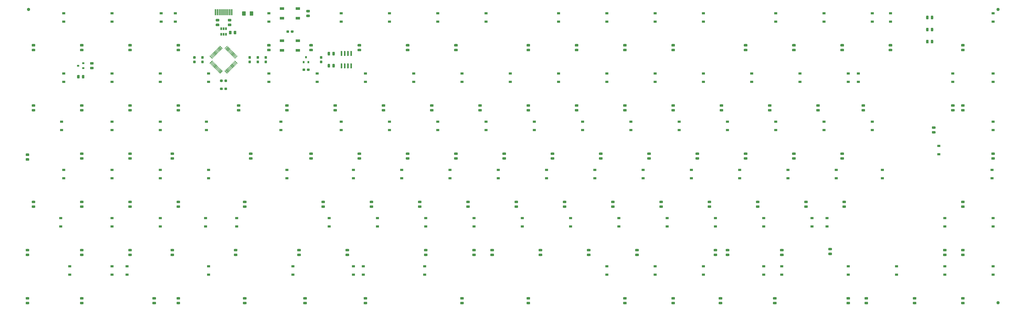
<source format=gbr>
G04 #@! TF.GenerationSoftware,KiCad,Pcbnew,(5.1.4)-1*
G04 #@! TF.CreationDate,2020-03-06T09:19:26+08:00*
G04 #@! TF.ProjectId,Wete,57657465-2e6b-4696-9361-645f70636258,rev?*
G04 #@! TF.SameCoordinates,Original*
G04 #@! TF.FileFunction,Paste,Bot*
G04 #@! TF.FilePolarity,Positive*
%FSLAX46Y46*%
G04 Gerber Fmt 4.6, Leading zero omitted, Abs format (unit mm)*
G04 Created by KiCad (PCBNEW (5.1.4)-1) date 2020-03-06 09:19:26*
%MOMM*%
%LPD*%
G04 APERTURE LIST*
%ADD10R,0.600000X2.450000*%
%ADD11R,0.300000X2.450000*%
%ADD12C,1.000000*%
%ADD13C,0.975000*%
%ADD14R,0.900000X0.800000*%
%ADD15C,1.300000*%
%ADD16R,1.200000X0.900000*%
%ADD17C,0.300000*%
%ADD18R,0.650000X1.060000*%
%ADD19R,0.800000X0.900000*%
%ADD20R,1.700000X1.000000*%
%ADD21C,0.600000*%
%ADD22C,1.425000*%
%ADD23C,0.950000*%
G04 APERTURE END LIST*
D10*
X72281250Y6886250D03*
X65831250Y6886250D03*
X71506250Y6886250D03*
X66606250Y6886250D03*
D11*
X67306250Y6886250D03*
X70806250Y6886250D03*
X67806250Y6886250D03*
X70306250Y6886250D03*
X68306250Y6886250D03*
X69806250Y6886250D03*
X69306250Y6886250D03*
X68806250Y6886250D03*
D12*
G36*
X17545767Y-14738674D02*
G01*
X17569428Y-14742184D01*
X17592632Y-14747996D01*
X17615154Y-14756054D01*
X17636778Y-14766282D01*
X17657295Y-14778579D01*
X17676508Y-14792829D01*
X17694232Y-14808893D01*
X17710296Y-14826617D01*
X17724546Y-14845830D01*
X17736843Y-14866347D01*
X17747071Y-14887971D01*
X17755129Y-14910493D01*
X17760941Y-14933697D01*
X17764451Y-14957358D01*
X17765625Y-14981250D01*
X17765625Y-15468750D01*
X17764451Y-15492642D01*
X17760941Y-15516303D01*
X17755129Y-15539507D01*
X17747071Y-15562029D01*
X17736843Y-15583653D01*
X17724546Y-15604170D01*
X17710296Y-15623383D01*
X17694232Y-15641107D01*
X17676508Y-15657171D01*
X17657295Y-15671421D01*
X17636778Y-15683718D01*
X17615154Y-15693946D01*
X17592632Y-15702004D01*
X17569428Y-15707816D01*
X17545767Y-15711326D01*
X17521875Y-15712500D01*
X16609375Y-15712500D01*
X16585483Y-15711326D01*
X16561822Y-15707816D01*
X16538618Y-15702004D01*
X16516096Y-15693946D01*
X16494472Y-15683718D01*
X16473955Y-15671421D01*
X16454742Y-15657171D01*
X16437018Y-15641107D01*
X16420954Y-15623383D01*
X16406704Y-15604170D01*
X16394407Y-15583653D01*
X16384179Y-15562029D01*
X16376121Y-15539507D01*
X16370309Y-15516303D01*
X16366799Y-15492642D01*
X16365625Y-15468750D01*
X16365625Y-14981250D01*
X16366799Y-14957358D01*
X16370309Y-14933697D01*
X16376121Y-14910493D01*
X16384179Y-14887971D01*
X16394407Y-14866347D01*
X16406704Y-14845830D01*
X16420954Y-14826617D01*
X16437018Y-14808893D01*
X16454742Y-14792829D01*
X16473955Y-14778579D01*
X16494472Y-14766282D01*
X16516096Y-14756054D01*
X16538618Y-14747996D01*
X16561822Y-14742184D01*
X16585483Y-14738674D01*
X16609375Y-14737500D01*
X17521875Y-14737500D01*
X17545767Y-14738674D01*
X17545767Y-14738674D01*
G37*
D13*
X17065625Y-15225000D03*
D12*
G36*
X17545767Y-12863674D02*
G01*
X17569428Y-12867184D01*
X17592632Y-12872996D01*
X17615154Y-12881054D01*
X17636778Y-12891282D01*
X17657295Y-12903579D01*
X17676508Y-12917829D01*
X17694232Y-12933893D01*
X17710296Y-12951617D01*
X17724546Y-12970830D01*
X17736843Y-12991347D01*
X17747071Y-13012971D01*
X17755129Y-13035493D01*
X17760941Y-13058697D01*
X17764451Y-13082358D01*
X17765625Y-13106250D01*
X17765625Y-13593750D01*
X17764451Y-13617642D01*
X17760941Y-13641303D01*
X17755129Y-13664507D01*
X17747071Y-13687029D01*
X17736843Y-13708653D01*
X17724546Y-13729170D01*
X17710296Y-13748383D01*
X17694232Y-13766107D01*
X17676508Y-13782171D01*
X17657295Y-13796421D01*
X17636778Y-13808718D01*
X17615154Y-13818946D01*
X17592632Y-13827004D01*
X17569428Y-13832816D01*
X17545767Y-13836326D01*
X17521875Y-13837500D01*
X16609375Y-13837500D01*
X16585483Y-13836326D01*
X16561822Y-13832816D01*
X16538618Y-13827004D01*
X16516096Y-13818946D01*
X16494472Y-13808718D01*
X16473955Y-13796421D01*
X16454742Y-13782171D01*
X16437018Y-13766107D01*
X16420954Y-13748383D01*
X16406704Y-13729170D01*
X16394407Y-13708653D01*
X16384179Y-13687029D01*
X16376121Y-13664507D01*
X16370309Y-13641303D01*
X16366799Y-13617642D01*
X16365625Y-13593750D01*
X16365625Y-13106250D01*
X16366799Y-13082358D01*
X16370309Y-13058697D01*
X16376121Y-13035493D01*
X16384179Y-13012971D01*
X16394407Y-12991347D01*
X16406704Y-12970830D01*
X16420954Y-12951617D01*
X16437018Y-12933893D01*
X16454742Y-12917829D01*
X16473955Y-12903579D01*
X16494472Y-12891282D01*
X16516096Y-12881054D01*
X16538618Y-12872996D01*
X16561822Y-12867184D01*
X16585483Y-12863674D01*
X16609375Y-12862500D01*
X17521875Y-12862500D01*
X17545767Y-12863674D01*
X17545767Y-12863674D01*
G37*
D13*
X17065625Y-13350000D03*
D12*
G36*
X12030142Y-17954299D02*
G01*
X12053803Y-17957809D01*
X12077007Y-17963621D01*
X12099529Y-17971679D01*
X12121153Y-17981907D01*
X12141670Y-17994204D01*
X12160883Y-18008454D01*
X12178607Y-18024518D01*
X12194671Y-18042242D01*
X12208921Y-18061455D01*
X12221218Y-18081972D01*
X12231446Y-18103596D01*
X12239504Y-18126118D01*
X12245316Y-18149322D01*
X12248826Y-18172983D01*
X12250000Y-18196875D01*
X12250000Y-19109375D01*
X12248826Y-19133267D01*
X12245316Y-19156928D01*
X12239504Y-19180132D01*
X12231446Y-19202654D01*
X12221218Y-19224278D01*
X12208921Y-19244795D01*
X12194671Y-19264008D01*
X12178607Y-19281732D01*
X12160883Y-19297796D01*
X12141670Y-19312046D01*
X12121153Y-19324343D01*
X12099529Y-19334571D01*
X12077007Y-19342629D01*
X12053803Y-19348441D01*
X12030142Y-19351951D01*
X12006250Y-19353125D01*
X11518750Y-19353125D01*
X11494858Y-19351951D01*
X11471197Y-19348441D01*
X11447993Y-19342629D01*
X11425471Y-19334571D01*
X11403847Y-19324343D01*
X11383330Y-19312046D01*
X11364117Y-19297796D01*
X11346393Y-19281732D01*
X11330329Y-19264008D01*
X11316079Y-19244795D01*
X11303782Y-19224278D01*
X11293554Y-19202654D01*
X11285496Y-19180132D01*
X11279684Y-19156928D01*
X11276174Y-19133267D01*
X11275000Y-19109375D01*
X11275000Y-18196875D01*
X11276174Y-18172983D01*
X11279684Y-18149322D01*
X11285496Y-18126118D01*
X11293554Y-18103596D01*
X11303782Y-18081972D01*
X11316079Y-18061455D01*
X11330329Y-18042242D01*
X11346393Y-18024518D01*
X11364117Y-18008454D01*
X11383330Y-17994204D01*
X11403847Y-17981907D01*
X11425471Y-17971679D01*
X11447993Y-17963621D01*
X11471197Y-17957809D01*
X11494858Y-17954299D01*
X11518750Y-17953125D01*
X12006250Y-17953125D01*
X12030142Y-17954299D01*
X12030142Y-17954299D01*
G37*
D13*
X11762500Y-18653125D03*
D12*
G36*
X13905142Y-17954299D02*
G01*
X13928803Y-17957809D01*
X13952007Y-17963621D01*
X13974529Y-17971679D01*
X13996153Y-17981907D01*
X14016670Y-17994204D01*
X14035883Y-18008454D01*
X14053607Y-18024518D01*
X14069671Y-18042242D01*
X14083921Y-18061455D01*
X14096218Y-18081972D01*
X14106446Y-18103596D01*
X14114504Y-18126118D01*
X14120316Y-18149322D01*
X14123826Y-18172983D01*
X14125000Y-18196875D01*
X14125000Y-19109375D01*
X14123826Y-19133267D01*
X14120316Y-19156928D01*
X14114504Y-19180132D01*
X14106446Y-19202654D01*
X14096218Y-19224278D01*
X14083921Y-19244795D01*
X14069671Y-19264008D01*
X14053607Y-19281732D01*
X14035883Y-19297796D01*
X14016670Y-19312046D01*
X13996153Y-19324343D01*
X13974529Y-19334571D01*
X13952007Y-19342629D01*
X13928803Y-19348441D01*
X13905142Y-19351951D01*
X13881250Y-19353125D01*
X13393750Y-19353125D01*
X13369858Y-19351951D01*
X13346197Y-19348441D01*
X13322993Y-19342629D01*
X13300471Y-19334571D01*
X13278847Y-19324343D01*
X13258330Y-19312046D01*
X13239117Y-19297796D01*
X13221393Y-19281732D01*
X13205329Y-19264008D01*
X13191079Y-19244795D01*
X13178782Y-19224278D01*
X13168554Y-19202654D01*
X13160496Y-19180132D01*
X13154684Y-19156928D01*
X13151174Y-19133267D01*
X13150000Y-19109375D01*
X13150000Y-18196875D01*
X13151174Y-18172983D01*
X13154684Y-18149322D01*
X13160496Y-18126118D01*
X13168554Y-18103596D01*
X13178782Y-18081972D01*
X13191079Y-18061455D01*
X13205329Y-18042242D01*
X13221393Y-18024518D01*
X13239117Y-18008454D01*
X13258330Y-17994204D01*
X13278847Y-17981907D01*
X13300471Y-17971679D01*
X13322993Y-17963621D01*
X13346197Y-17957809D01*
X13369858Y-17954299D01*
X13393750Y-17953125D01*
X13881250Y-17953125D01*
X13905142Y-17954299D01*
X13905142Y-17954299D01*
G37*
D13*
X13637500Y-18653125D03*
D14*
X11700000Y-14287500D03*
X13700000Y-15237500D03*
X13700000Y-13337500D03*
D15*
X374650000Y7937500D03*
X374650000Y-107950000D03*
X-7937500Y7937500D03*
D12*
G36*
X71958267Y-491799D02*
G01*
X71981928Y-495309D01*
X72005132Y-501121D01*
X72027654Y-509179D01*
X72049278Y-519407D01*
X72069795Y-531704D01*
X72089008Y-545954D01*
X72106732Y-562018D01*
X72122796Y-579742D01*
X72137046Y-598955D01*
X72149343Y-619472D01*
X72159571Y-641096D01*
X72167629Y-663618D01*
X72173441Y-686822D01*
X72176951Y-710483D01*
X72178125Y-734375D01*
X72178125Y-1646875D01*
X72176951Y-1670767D01*
X72173441Y-1694428D01*
X72167629Y-1717632D01*
X72159571Y-1740154D01*
X72149343Y-1761778D01*
X72137046Y-1782295D01*
X72122796Y-1801508D01*
X72106732Y-1819232D01*
X72089008Y-1835296D01*
X72069795Y-1849546D01*
X72049278Y-1861843D01*
X72027654Y-1872071D01*
X72005132Y-1880129D01*
X71981928Y-1885941D01*
X71958267Y-1889451D01*
X71934375Y-1890625D01*
X71446875Y-1890625D01*
X71422983Y-1889451D01*
X71399322Y-1885941D01*
X71376118Y-1880129D01*
X71353596Y-1872071D01*
X71331972Y-1861843D01*
X71311455Y-1849546D01*
X71292242Y-1835296D01*
X71274518Y-1819232D01*
X71258454Y-1801508D01*
X71244204Y-1782295D01*
X71231907Y-1761778D01*
X71221679Y-1740154D01*
X71213621Y-1717632D01*
X71207809Y-1694428D01*
X71204299Y-1670767D01*
X71203125Y-1646875D01*
X71203125Y-734375D01*
X71204299Y-710483D01*
X71207809Y-686822D01*
X71213621Y-663618D01*
X71221679Y-641096D01*
X71231907Y-619472D01*
X71244204Y-598955D01*
X71258454Y-579742D01*
X71274518Y-562018D01*
X71292242Y-545954D01*
X71311455Y-531704D01*
X71331972Y-519407D01*
X71353596Y-509179D01*
X71376118Y-501121D01*
X71399322Y-495309D01*
X71422983Y-491799D01*
X71446875Y-490625D01*
X71934375Y-490625D01*
X71958267Y-491799D01*
X71958267Y-491799D01*
G37*
D13*
X71690625Y-1190625D03*
D12*
G36*
X73833267Y-491799D02*
G01*
X73856928Y-495309D01*
X73880132Y-501121D01*
X73902654Y-509179D01*
X73924278Y-519407D01*
X73944795Y-531704D01*
X73964008Y-545954D01*
X73981732Y-562018D01*
X73997796Y-579742D01*
X74012046Y-598955D01*
X74024343Y-619472D01*
X74034571Y-641096D01*
X74042629Y-663618D01*
X74048441Y-686822D01*
X74051951Y-710483D01*
X74053125Y-734375D01*
X74053125Y-1646875D01*
X74051951Y-1670767D01*
X74048441Y-1694428D01*
X74042629Y-1717632D01*
X74034571Y-1740154D01*
X74024343Y-1761778D01*
X74012046Y-1782295D01*
X73997796Y-1801508D01*
X73981732Y-1819232D01*
X73964008Y-1835296D01*
X73944795Y-1849546D01*
X73924278Y-1861843D01*
X73902654Y-1872071D01*
X73880132Y-1880129D01*
X73856928Y-1885941D01*
X73833267Y-1889451D01*
X73809375Y-1890625D01*
X73321875Y-1890625D01*
X73297983Y-1889451D01*
X73274322Y-1885941D01*
X73251118Y-1880129D01*
X73228596Y-1872071D01*
X73206972Y-1861843D01*
X73186455Y-1849546D01*
X73167242Y-1835296D01*
X73149518Y-1819232D01*
X73133454Y-1801508D01*
X73119204Y-1782295D01*
X73106907Y-1761778D01*
X73096679Y-1740154D01*
X73088621Y-1717632D01*
X73082809Y-1694428D01*
X73079299Y-1670767D01*
X73078125Y-1646875D01*
X73078125Y-734375D01*
X73079299Y-710483D01*
X73082809Y-686822D01*
X73088621Y-663618D01*
X73096679Y-641096D01*
X73106907Y-619472D01*
X73119204Y-598955D01*
X73133454Y-579742D01*
X73149518Y-562018D01*
X73167242Y-545954D01*
X73186455Y-531704D01*
X73206972Y-519407D01*
X73228596Y-509179D01*
X73251118Y-501121D01*
X73274322Y-495309D01*
X73297983Y-491799D01*
X73321875Y-490625D01*
X73809375Y-490625D01*
X73833267Y-491799D01*
X73833267Y-491799D01*
G37*
D13*
X73565625Y-1190625D03*
D12*
G36*
X227889517Y-105732424D02*
G01*
X227913178Y-105735934D01*
X227936382Y-105741746D01*
X227958904Y-105749804D01*
X227980528Y-105760032D01*
X228001045Y-105772329D01*
X228020258Y-105786579D01*
X228037982Y-105802643D01*
X228054046Y-105820367D01*
X228068296Y-105839580D01*
X228080593Y-105860097D01*
X228090821Y-105881721D01*
X228098879Y-105904243D01*
X228104691Y-105927447D01*
X228108201Y-105951108D01*
X228109375Y-105975000D01*
X228109375Y-106462500D01*
X228108201Y-106486392D01*
X228104691Y-106510053D01*
X228098879Y-106533257D01*
X228090821Y-106555779D01*
X228080593Y-106577403D01*
X228068296Y-106597920D01*
X228054046Y-106617133D01*
X228037982Y-106634857D01*
X228020258Y-106650921D01*
X228001045Y-106665171D01*
X227980528Y-106677468D01*
X227958904Y-106687696D01*
X227936382Y-106695754D01*
X227913178Y-106701566D01*
X227889517Y-106705076D01*
X227865625Y-106706250D01*
X226953125Y-106706250D01*
X226929233Y-106705076D01*
X226905572Y-106701566D01*
X226882368Y-106695754D01*
X226859846Y-106687696D01*
X226838222Y-106677468D01*
X226817705Y-106665171D01*
X226798492Y-106650921D01*
X226780768Y-106634857D01*
X226764704Y-106617133D01*
X226750454Y-106597920D01*
X226738157Y-106577403D01*
X226727929Y-106555779D01*
X226719871Y-106533257D01*
X226714059Y-106510053D01*
X226710549Y-106486392D01*
X226709375Y-106462500D01*
X226709375Y-105975000D01*
X226710549Y-105951108D01*
X226714059Y-105927447D01*
X226719871Y-105904243D01*
X226727929Y-105881721D01*
X226738157Y-105860097D01*
X226750454Y-105839580D01*
X226764704Y-105820367D01*
X226780768Y-105802643D01*
X226798492Y-105786579D01*
X226817705Y-105772329D01*
X226838222Y-105760032D01*
X226859846Y-105749804D01*
X226882368Y-105741746D01*
X226905572Y-105735934D01*
X226929233Y-105732424D01*
X226953125Y-105731250D01*
X227865625Y-105731250D01*
X227889517Y-105732424D01*
X227889517Y-105732424D01*
G37*
D13*
X227409375Y-106218750D03*
D12*
G36*
X227889517Y-107607424D02*
G01*
X227913178Y-107610934D01*
X227936382Y-107616746D01*
X227958904Y-107624804D01*
X227980528Y-107635032D01*
X228001045Y-107647329D01*
X228020258Y-107661579D01*
X228037982Y-107677643D01*
X228054046Y-107695367D01*
X228068296Y-107714580D01*
X228080593Y-107735097D01*
X228090821Y-107756721D01*
X228098879Y-107779243D01*
X228104691Y-107802447D01*
X228108201Y-107826108D01*
X228109375Y-107850000D01*
X228109375Y-108337500D01*
X228108201Y-108361392D01*
X228104691Y-108385053D01*
X228098879Y-108408257D01*
X228090821Y-108430779D01*
X228080593Y-108452403D01*
X228068296Y-108472920D01*
X228054046Y-108492133D01*
X228037982Y-108509857D01*
X228020258Y-108525921D01*
X228001045Y-108540171D01*
X227980528Y-108552468D01*
X227958904Y-108562696D01*
X227936382Y-108570754D01*
X227913178Y-108576566D01*
X227889517Y-108580076D01*
X227865625Y-108581250D01*
X226953125Y-108581250D01*
X226929233Y-108580076D01*
X226905572Y-108576566D01*
X226882368Y-108570754D01*
X226859846Y-108562696D01*
X226838222Y-108552468D01*
X226817705Y-108540171D01*
X226798492Y-108525921D01*
X226780768Y-108509857D01*
X226764704Y-108492133D01*
X226750454Y-108472920D01*
X226738157Y-108452403D01*
X226727929Y-108430779D01*
X226719871Y-108408257D01*
X226714059Y-108385053D01*
X226710549Y-108361392D01*
X226709375Y-108337500D01*
X226709375Y-107850000D01*
X226710549Y-107826108D01*
X226714059Y-107802447D01*
X226719871Y-107779243D01*
X226727929Y-107756721D01*
X226738157Y-107735097D01*
X226750454Y-107714580D01*
X226764704Y-107695367D01*
X226780768Y-107677643D01*
X226798492Y-107661579D01*
X226817705Y-107647329D01*
X226838222Y-107635032D01*
X226859846Y-107624804D01*
X226882368Y-107616746D01*
X226905572Y-107610934D01*
X226929233Y-107607424D01*
X226953125Y-107606250D01*
X227865625Y-107606250D01*
X227889517Y-107607424D01*
X227889517Y-107607424D01*
G37*
D13*
X227409375Y-108093750D03*
D16*
X239315625Y-96900000D03*
X239315625Y-93600000D03*
D12*
G36*
X246939517Y-105732424D02*
G01*
X246963178Y-105735934D01*
X246986382Y-105741746D01*
X247008904Y-105749804D01*
X247030528Y-105760032D01*
X247051045Y-105772329D01*
X247070258Y-105786579D01*
X247087982Y-105802643D01*
X247104046Y-105820367D01*
X247118296Y-105839580D01*
X247130593Y-105860097D01*
X247140821Y-105881721D01*
X247148879Y-105904243D01*
X247154691Y-105927447D01*
X247158201Y-105951108D01*
X247159375Y-105975000D01*
X247159375Y-106462500D01*
X247158201Y-106486392D01*
X247154691Y-106510053D01*
X247148879Y-106533257D01*
X247140821Y-106555779D01*
X247130593Y-106577403D01*
X247118296Y-106597920D01*
X247104046Y-106617133D01*
X247087982Y-106634857D01*
X247070258Y-106650921D01*
X247051045Y-106665171D01*
X247030528Y-106677468D01*
X247008904Y-106687696D01*
X246986382Y-106695754D01*
X246963178Y-106701566D01*
X246939517Y-106705076D01*
X246915625Y-106706250D01*
X246003125Y-106706250D01*
X245979233Y-106705076D01*
X245955572Y-106701566D01*
X245932368Y-106695754D01*
X245909846Y-106687696D01*
X245888222Y-106677468D01*
X245867705Y-106665171D01*
X245848492Y-106650921D01*
X245830768Y-106634857D01*
X245814704Y-106617133D01*
X245800454Y-106597920D01*
X245788157Y-106577403D01*
X245777929Y-106555779D01*
X245769871Y-106533257D01*
X245764059Y-106510053D01*
X245760549Y-106486392D01*
X245759375Y-106462500D01*
X245759375Y-105975000D01*
X245760549Y-105951108D01*
X245764059Y-105927447D01*
X245769871Y-105904243D01*
X245777929Y-105881721D01*
X245788157Y-105860097D01*
X245800454Y-105839580D01*
X245814704Y-105820367D01*
X245830768Y-105802643D01*
X245848492Y-105786579D01*
X245867705Y-105772329D01*
X245888222Y-105760032D01*
X245909846Y-105749804D01*
X245932368Y-105741746D01*
X245955572Y-105735934D01*
X245979233Y-105732424D01*
X246003125Y-105731250D01*
X246915625Y-105731250D01*
X246939517Y-105732424D01*
X246939517Y-105732424D01*
G37*
D13*
X246459375Y-106218750D03*
D12*
G36*
X246939517Y-107607424D02*
G01*
X246963178Y-107610934D01*
X246986382Y-107616746D01*
X247008904Y-107624804D01*
X247030528Y-107635032D01*
X247051045Y-107647329D01*
X247070258Y-107661579D01*
X247087982Y-107677643D01*
X247104046Y-107695367D01*
X247118296Y-107714580D01*
X247130593Y-107735097D01*
X247140821Y-107756721D01*
X247148879Y-107779243D01*
X247154691Y-107802447D01*
X247158201Y-107826108D01*
X247159375Y-107850000D01*
X247159375Y-108337500D01*
X247158201Y-108361392D01*
X247154691Y-108385053D01*
X247148879Y-108408257D01*
X247140821Y-108430779D01*
X247130593Y-108452403D01*
X247118296Y-108472920D01*
X247104046Y-108492133D01*
X247087982Y-108509857D01*
X247070258Y-108525921D01*
X247051045Y-108540171D01*
X247030528Y-108552468D01*
X247008904Y-108562696D01*
X246986382Y-108570754D01*
X246963178Y-108576566D01*
X246939517Y-108580076D01*
X246915625Y-108581250D01*
X246003125Y-108581250D01*
X245979233Y-108580076D01*
X245955572Y-108576566D01*
X245932368Y-108570754D01*
X245909846Y-108562696D01*
X245888222Y-108552468D01*
X245867705Y-108540171D01*
X245848492Y-108525921D01*
X245830768Y-108509857D01*
X245814704Y-108492133D01*
X245800454Y-108472920D01*
X245788157Y-108452403D01*
X245777929Y-108430779D01*
X245769871Y-108408257D01*
X245764059Y-108385053D01*
X245760549Y-108361392D01*
X245759375Y-108337500D01*
X245759375Y-107850000D01*
X245760549Y-107826108D01*
X245764059Y-107802447D01*
X245769871Y-107779243D01*
X245777929Y-107756721D01*
X245788157Y-107735097D01*
X245800454Y-107714580D01*
X245814704Y-107695367D01*
X245830768Y-107677643D01*
X245848492Y-107661579D01*
X245867705Y-107647329D01*
X245888222Y-107635032D01*
X245909846Y-107624804D01*
X245932368Y-107616746D01*
X245955572Y-107610934D01*
X245979233Y-107607424D01*
X246003125Y-107606250D01*
X246915625Y-107606250D01*
X246939517Y-107607424D01*
X246939517Y-107607424D01*
G37*
D13*
X246459375Y-108093750D03*
D12*
G36*
X163595767Y-105732424D02*
G01*
X163619428Y-105735934D01*
X163642632Y-105741746D01*
X163665154Y-105749804D01*
X163686778Y-105760032D01*
X163707295Y-105772329D01*
X163726508Y-105786579D01*
X163744232Y-105802643D01*
X163760296Y-105820367D01*
X163774546Y-105839580D01*
X163786843Y-105860097D01*
X163797071Y-105881721D01*
X163805129Y-105904243D01*
X163810941Y-105927447D01*
X163814451Y-105951108D01*
X163815625Y-105975000D01*
X163815625Y-106462500D01*
X163814451Y-106486392D01*
X163810941Y-106510053D01*
X163805129Y-106533257D01*
X163797071Y-106555779D01*
X163786843Y-106577403D01*
X163774546Y-106597920D01*
X163760296Y-106617133D01*
X163744232Y-106634857D01*
X163726508Y-106650921D01*
X163707295Y-106665171D01*
X163686778Y-106677468D01*
X163665154Y-106687696D01*
X163642632Y-106695754D01*
X163619428Y-106701566D01*
X163595767Y-106705076D01*
X163571875Y-106706250D01*
X162659375Y-106706250D01*
X162635483Y-106705076D01*
X162611822Y-106701566D01*
X162588618Y-106695754D01*
X162566096Y-106687696D01*
X162544472Y-106677468D01*
X162523955Y-106665171D01*
X162504742Y-106650921D01*
X162487018Y-106634857D01*
X162470954Y-106617133D01*
X162456704Y-106597920D01*
X162444407Y-106577403D01*
X162434179Y-106555779D01*
X162426121Y-106533257D01*
X162420309Y-106510053D01*
X162416799Y-106486392D01*
X162415625Y-106462500D01*
X162415625Y-105975000D01*
X162416799Y-105951108D01*
X162420309Y-105927447D01*
X162426121Y-105904243D01*
X162434179Y-105881721D01*
X162444407Y-105860097D01*
X162456704Y-105839580D01*
X162470954Y-105820367D01*
X162487018Y-105802643D01*
X162504742Y-105786579D01*
X162523955Y-105772329D01*
X162544472Y-105760032D01*
X162566096Y-105749804D01*
X162588618Y-105741746D01*
X162611822Y-105735934D01*
X162635483Y-105732424D01*
X162659375Y-105731250D01*
X163571875Y-105731250D01*
X163595767Y-105732424D01*
X163595767Y-105732424D01*
G37*
D13*
X163115625Y-106218750D03*
D12*
G36*
X163595767Y-107607424D02*
G01*
X163619428Y-107610934D01*
X163642632Y-107616746D01*
X163665154Y-107624804D01*
X163686778Y-107635032D01*
X163707295Y-107647329D01*
X163726508Y-107661579D01*
X163744232Y-107677643D01*
X163760296Y-107695367D01*
X163774546Y-107714580D01*
X163786843Y-107735097D01*
X163797071Y-107756721D01*
X163805129Y-107779243D01*
X163810941Y-107802447D01*
X163814451Y-107826108D01*
X163815625Y-107850000D01*
X163815625Y-108337500D01*
X163814451Y-108361392D01*
X163810941Y-108385053D01*
X163805129Y-108408257D01*
X163797071Y-108430779D01*
X163786843Y-108452403D01*
X163774546Y-108472920D01*
X163760296Y-108492133D01*
X163744232Y-108509857D01*
X163726508Y-108525921D01*
X163707295Y-108540171D01*
X163686778Y-108552468D01*
X163665154Y-108562696D01*
X163642632Y-108570754D01*
X163619428Y-108576566D01*
X163595767Y-108580076D01*
X163571875Y-108581250D01*
X162659375Y-108581250D01*
X162635483Y-108580076D01*
X162611822Y-108576566D01*
X162588618Y-108570754D01*
X162566096Y-108562696D01*
X162544472Y-108552468D01*
X162523955Y-108540171D01*
X162504742Y-108525921D01*
X162487018Y-108509857D01*
X162470954Y-108492133D01*
X162456704Y-108472920D01*
X162444407Y-108452403D01*
X162434179Y-108430779D01*
X162426121Y-108408257D01*
X162420309Y-108385053D01*
X162416799Y-108361392D01*
X162415625Y-108337500D01*
X162415625Y-107850000D01*
X162416799Y-107826108D01*
X162420309Y-107802447D01*
X162426121Y-107779243D01*
X162434179Y-107756721D01*
X162444407Y-107735097D01*
X162456704Y-107714580D01*
X162470954Y-107695367D01*
X162487018Y-107677643D01*
X162504742Y-107661579D01*
X162523955Y-107647329D01*
X162544472Y-107635032D01*
X162566096Y-107624804D01*
X162588618Y-107616746D01*
X162611822Y-107610934D01*
X162635483Y-107607424D01*
X162659375Y-107606250D01*
X163571875Y-107606250D01*
X163595767Y-107607424D01*
X163595767Y-107607424D01*
G37*
D13*
X163115625Y-108093750D03*
D16*
X258365625Y-96900000D03*
X258365625Y-93600000D03*
X148431250Y-96900000D03*
X148431250Y-93600000D03*
D12*
G36*
X348867642Y-4063674D02*
G01*
X348891303Y-4067184D01*
X348914507Y-4072996D01*
X348937029Y-4081054D01*
X348958653Y-4091282D01*
X348979170Y-4103579D01*
X348998383Y-4117829D01*
X349016107Y-4133893D01*
X349032171Y-4151617D01*
X349046421Y-4170830D01*
X349058718Y-4191347D01*
X349068946Y-4212971D01*
X349077004Y-4235493D01*
X349082816Y-4258697D01*
X349086326Y-4282358D01*
X349087500Y-4306250D01*
X349087500Y-5218750D01*
X349086326Y-5242642D01*
X349082816Y-5266303D01*
X349077004Y-5289507D01*
X349068946Y-5312029D01*
X349058718Y-5333653D01*
X349046421Y-5354170D01*
X349032171Y-5373383D01*
X349016107Y-5391107D01*
X348998383Y-5407171D01*
X348979170Y-5421421D01*
X348958653Y-5433718D01*
X348937029Y-5443946D01*
X348914507Y-5452004D01*
X348891303Y-5457816D01*
X348867642Y-5461326D01*
X348843750Y-5462500D01*
X348356250Y-5462500D01*
X348332358Y-5461326D01*
X348308697Y-5457816D01*
X348285493Y-5452004D01*
X348262971Y-5443946D01*
X348241347Y-5433718D01*
X348220830Y-5421421D01*
X348201617Y-5407171D01*
X348183893Y-5391107D01*
X348167829Y-5373383D01*
X348153579Y-5354170D01*
X348141282Y-5333653D01*
X348131054Y-5312029D01*
X348122996Y-5289507D01*
X348117184Y-5266303D01*
X348113674Y-5242642D01*
X348112500Y-5218750D01*
X348112500Y-4306250D01*
X348113674Y-4282358D01*
X348117184Y-4258697D01*
X348122996Y-4235493D01*
X348131054Y-4212971D01*
X348141282Y-4191347D01*
X348153579Y-4170830D01*
X348167829Y-4151617D01*
X348183893Y-4133893D01*
X348201617Y-4117829D01*
X348220830Y-4103579D01*
X348241347Y-4091282D01*
X348262971Y-4081054D01*
X348285493Y-4072996D01*
X348308697Y-4067184D01*
X348332358Y-4063674D01*
X348356250Y-4062500D01*
X348843750Y-4062500D01*
X348867642Y-4063674D01*
X348867642Y-4063674D01*
G37*
D13*
X348600000Y-4762500D03*
D12*
G36*
X346992642Y-4063674D02*
G01*
X347016303Y-4067184D01*
X347039507Y-4072996D01*
X347062029Y-4081054D01*
X347083653Y-4091282D01*
X347104170Y-4103579D01*
X347123383Y-4117829D01*
X347141107Y-4133893D01*
X347157171Y-4151617D01*
X347171421Y-4170830D01*
X347183718Y-4191347D01*
X347193946Y-4212971D01*
X347202004Y-4235493D01*
X347207816Y-4258697D01*
X347211326Y-4282358D01*
X347212500Y-4306250D01*
X347212500Y-5218750D01*
X347211326Y-5242642D01*
X347207816Y-5266303D01*
X347202004Y-5289507D01*
X347193946Y-5312029D01*
X347183718Y-5333653D01*
X347171421Y-5354170D01*
X347157171Y-5373383D01*
X347141107Y-5391107D01*
X347123383Y-5407171D01*
X347104170Y-5421421D01*
X347083653Y-5433718D01*
X347062029Y-5443946D01*
X347039507Y-5452004D01*
X347016303Y-5457816D01*
X346992642Y-5461326D01*
X346968750Y-5462500D01*
X346481250Y-5462500D01*
X346457358Y-5461326D01*
X346433697Y-5457816D01*
X346410493Y-5452004D01*
X346387971Y-5443946D01*
X346366347Y-5433718D01*
X346345830Y-5421421D01*
X346326617Y-5407171D01*
X346308893Y-5391107D01*
X346292829Y-5373383D01*
X346278579Y-5354170D01*
X346266282Y-5333653D01*
X346256054Y-5312029D01*
X346247996Y-5289507D01*
X346242184Y-5266303D01*
X346238674Y-5242642D01*
X346237500Y-5218750D01*
X346237500Y-4306250D01*
X346238674Y-4282358D01*
X346242184Y-4258697D01*
X346247996Y-4235493D01*
X346256054Y-4212971D01*
X346266282Y-4191347D01*
X346278579Y-4170830D01*
X346292829Y-4151617D01*
X346308893Y-4133893D01*
X346326617Y-4117829D01*
X346345830Y-4103579D01*
X346366347Y-4091282D01*
X346387971Y-4081054D01*
X346410493Y-4072996D01*
X346433697Y-4067184D01*
X346457358Y-4063674D01*
X346481250Y-4062500D01*
X346968750Y-4062500D01*
X346992642Y-4063674D01*
X346992642Y-4063674D01*
G37*
D13*
X346725000Y-4762500D03*
D12*
G36*
X348867642Y698826D02*
G01*
X348891303Y695316D01*
X348914507Y689504D01*
X348937029Y681446D01*
X348958653Y671218D01*
X348979170Y658921D01*
X348998383Y644671D01*
X349016107Y628607D01*
X349032171Y610883D01*
X349046421Y591670D01*
X349058718Y571153D01*
X349068946Y549529D01*
X349077004Y527007D01*
X349082816Y503803D01*
X349086326Y480142D01*
X349087500Y456250D01*
X349087500Y-456250D01*
X349086326Y-480142D01*
X349082816Y-503803D01*
X349077004Y-527007D01*
X349068946Y-549529D01*
X349058718Y-571153D01*
X349046421Y-591670D01*
X349032171Y-610883D01*
X349016107Y-628607D01*
X348998383Y-644671D01*
X348979170Y-658921D01*
X348958653Y-671218D01*
X348937029Y-681446D01*
X348914507Y-689504D01*
X348891303Y-695316D01*
X348867642Y-698826D01*
X348843750Y-700000D01*
X348356250Y-700000D01*
X348332358Y-698826D01*
X348308697Y-695316D01*
X348285493Y-689504D01*
X348262971Y-681446D01*
X348241347Y-671218D01*
X348220830Y-658921D01*
X348201617Y-644671D01*
X348183893Y-628607D01*
X348167829Y-610883D01*
X348153579Y-591670D01*
X348141282Y-571153D01*
X348131054Y-549529D01*
X348122996Y-527007D01*
X348117184Y-503803D01*
X348113674Y-480142D01*
X348112500Y-456250D01*
X348112500Y456250D01*
X348113674Y480142D01*
X348117184Y503803D01*
X348122996Y527007D01*
X348131054Y549529D01*
X348141282Y571153D01*
X348153579Y591670D01*
X348167829Y610883D01*
X348183893Y628607D01*
X348201617Y644671D01*
X348220830Y658921D01*
X348241347Y671218D01*
X348262971Y681446D01*
X348285493Y689504D01*
X348308697Y695316D01*
X348332358Y698826D01*
X348356250Y700000D01*
X348843750Y700000D01*
X348867642Y698826D01*
X348867642Y698826D01*
G37*
D13*
X348600000Y0D03*
D12*
G36*
X346992642Y698826D02*
G01*
X347016303Y695316D01*
X347039507Y689504D01*
X347062029Y681446D01*
X347083653Y671218D01*
X347104170Y658921D01*
X347123383Y644671D01*
X347141107Y628607D01*
X347157171Y610883D01*
X347171421Y591670D01*
X347183718Y571153D01*
X347193946Y549529D01*
X347202004Y527007D01*
X347207816Y503803D01*
X347211326Y480142D01*
X347212500Y456250D01*
X347212500Y-456250D01*
X347211326Y-480142D01*
X347207816Y-503803D01*
X347202004Y-527007D01*
X347193946Y-549529D01*
X347183718Y-571153D01*
X347171421Y-591670D01*
X347157171Y-610883D01*
X347141107Y-628607D01*
X347123383Y-644671D01*
X347104170Y-658921D01*
X347083653Y-671218D01*
X347062029Y-681446D01*
X347039507Y-689504D01*
X347016303Y-695316D01*
X346992642Y-698826D01*
X346968750Y-700000D01*
X346481250Y-700000D01*
X346457358Y-698826D01*
X346433697Y-695316D01*
X346410493Y-689504D01*
X346387971Y-681446D01*
X346366347Y-671218D01*
X346345830Y-658921D01*
X346326617Y-644671D01*
X346308893Y-628607D01*
X346292829Y-610883D01*
X346278579Y-591670D01*
X346266282Y-571153D01*
X346256054Y-549529D01*
X346247996Y-527007D01*
X346242184Y-503803D01*
X346238674Y-480142D01*
X346237500Y-456250D01*
X346237500Y456250D01*
X346238674Y480142D01*
X346242184Y503803D01*
X346247996Y527007D01*
X346256054Y549529D01*
X346266282Y571153D01*
X346278579Y591670D01*
X346292829Y610883D01*
X346308893Y628607D01*
X346326617Y644671D01*
X346345830Y658921D01*
X346366347Y671218D01*
X346387971Y681446D01*
X346410493Y689504D01*
X346433697Y695316D01*
X346457358Y698826D01*
X346481250Y700000D01*
X346968750Y700000D01*
X346992642Y698826D01*
X346992642Y698826D01*
G37*
D13*
X346725000Y0D03*
D12*
G36*
X348867642Y5461326D02*
G01*
X348891303Y5457816D01*
X348914507Y5452004D01*
X348937029Y5443946D01*
X348958653Y5433718D01*
X348979170Y5421421D01*
X348998383Y5407171D01*
X349016107Y5391107D01*
X349032171Y5373383D01*
X349046421Y5354170D01*
X349058718Y5333653D01*
X349068946Y5312029D01*
X349077004Y5289507D01*
X349082816Y5266303D01*
X349086326Y5242642D01*
X349087500Y5218750D01*
X349087500Y4306250D01*
X349086326Y4282358D01*
X349082816Y4258697D01*
X349077004Y4235493D01*
X349068946Y4212971D01*
X349058718Y4191347D01*
X349046421Y4170830D01*
X349032171Y4151617D01*
X349016107Y4133893D01*
X348998383Y4117829D01*
X348979170Y4103579D01*
X348958653Y4091282D01*
X348937029Y4081054D01*
X348914507Y4072996D01*
X348891303Y4067184D01*
X348867642Y4063674D01*
X348843750Y4062500D01*
X348356250Y4062500D01*
X348332358Y4063674D01*
X348308697Y4067184D01*
X348285493Y4072996D01*
X348262971Y4081054D01*
X348241347Y4091282D01*
X348220830Y4103579D01*
X348201617Y4117829D01*
X348183893Y4133893D01*
X348167829Y4151617D01*
X348153579Y4170830D01*
X348141282Y4191347D01*
X348131054Y4212971D01*
X348122996Y4235493D01*
X348117184Y4258697D01*
X348113674Y4282358D01*
X348112500Y4306250D01*
X348112500Y5218750D01*
X348113674Y5242642D01*
X348117184Y5266303D01*
X348122996Y5289507D01*
X348131054Y5312029D01*
X348141282Y5333653D01*
X348153579Y5354170D01*
X348167829Y5373383D01*
X348183893Y5391107D01*
X348201617Y5407171D01*
X348220830Y5421421D01*
X348241347Y5433718D01*
X348262971Y5443946D01*
X348285493Y5452004D01*
X348308697Y5457816D01*
X348332358Y5461326D01*
X348356250Y5462500D01*
X348843750Y5462500D01*
X348867642Y5461326D01*
X348867642Y5461326D01*
G37*
D13*
X348600000Y4762500D03*
D12*
G36*
X346992642Y5461326D02*
G01*
X347016303Y5457816D01*
X347039507Y5452004D01*
X347062029Y5443946D01*
X347083653Y5433718D01*
X347104170Y5421421D01*
X347123383Y5407171D01*
X347141107Y5391107D01*
X347157171Y5373383D01*
X347171421Y5354170D01*
X347183718Y5333653D01*
X347193946Y5312029D01*
X347202004Y5289507D01*
X347207816Y5266303D01*
X347211326Y5242642D01*
X347212500Y5218750D01*
X347212500Y4306250D01*
X347211326Y4282358D01*
X347207816Y4258697D01*
X347202004Y4235493D01*
X347193946Y4212971D01*
X347183718Y4191347D01*
X347171421Y4170830D01*
X347157171Y4151617D01*
X347141107Y4133893D01*
X347123383Y4117829D01*
X347104170Y4103579D01*
X347083653Y4091282D01*
X347062029Y4081054D01*
X347039507Y4072996D01*
X347016303Y4067184D01*
X346992642Y4063674D01*
X346968750Y4062500D01*
X346481250Y4062500D01*
X346457358Y4063674D01*
X346433697Y4067184D01*
X346410493Y4072996D01*
X346387971Y4081054D01*
X346366347Y4091282D01*
X346345830Y4103579D01*
X346326617Y4117829D01*
X346308893Y4133893D01*
X346292829Y4151617D01*
X346278579Y4170830D01*
X346266282Y4191347D01*
X346256054Y4212971D01*
X346247996Y4235493D01*
X346242184Y4258697D01*
X346238674Y4282358D01*
X346237500Y4306250D01*
X346237500Y5218750D01*
X346238674Y5242642D01*
X346242184Y5266303D01*
X346247996Y5289507D01*
X346256054Y5312029D01*
X346266282Y5333653D01*
X346278579Y5354170D01*
X346292829Y5373383D01*
X346308893Y5391107D01*
X346326617Y5407171D01*
X346345830Y5421421D01*
X346366347Y5433718D01*
X346387971Y5443946D01*
X346410493Y5452004D01*
X346433697Y5457816D01*
X346457358Y5461326D01*
X346481250Y5462500D01*
X346968750Y5462500D01*
X346992642Y5461326D01*
X346992642Y5461326D01*
G37*
D13*
X346725000Y4762500D03*
D12*
G36*
X315995767Y-105732424D02*
G01*
X316019428Y-105735934D01*
X316042632Y-105741746D01*
X316065154Y-105749804D01*
X316086778Y-105760032D01*
X316107295Y-105772329D01*
X316126508Y-105786579D01*
X316144232Y-105802643D01*
X316160296Y-105820367D01*
X316174546Y-105839580D01*
X316186843Y-105860097D01*
X316197071Y-105881721D01*
X316205129Y-105904243D01*
X316210941Y-105927447D01*
X316214451Y-105951108D01*
X316215625Y-105975000D01*
X316215625Y-106462500D01*
X316214451Y-106486392D01*
X316210941Y-106510053D01*
X316205129Y-106533257D01*
X316197071Y-106555779D01*
X316186843Y-106577403D01*
X316174546Y-106597920D01*
X316160296Y-106617133D01*
X316144232Y-106634857D01*
X316126508Y-106650921D01*
X316107295Y-106665171D01*
X316086778Y-106677468D01*
X316065154Y-106687696D01*
X316042632Y-106695754D01*
X316019428Y-106701566D01*
X315995767Y-106705076D01*
X315971875Y-106706250D01*
X315059375Y-106706250D01*
X315035483Y-106705076D01*
X315011822Y-106701566D01*
X314988618Y-106695754D01*
X314966096Y-106687696D01*
X314944472Y-106677468D01*
X314923955Y-106665171D01*
X314904742Y-106650921D01*
X314887018Y-106634857D01*
X314870954Y-106617133D01*
X314856704Y-106597920D01*
X314844407Y-106577403D01*
X314834179Y-106555779D01*
X314826121Y-106533257D01*
X314820309Y-106510053D01*
X314816799Y-106486392D01*
X314815625Y-106462500D01*
X314815625Y-105975000D01*
X314816799Y-105951108D01*
X314820309Y-105927447D01*
X314826121Y-105904243D01*
X314834179Y-105881721D01*
X314844407Y-105860097D01*
X314856704Y-105839580D01*
X314870954Y-105820367D01*
X314887018Y-105802643D01*
X314904742Y-105786579D01*
X314923955Y-105772329D01*
X314944472Y-105760032D01*
X314966096Y-105749804D01*
X314988618Y-105741746D01*
X315011822Y-105735934D01*
X315035483Y-105732424D01*
X315059375Y-105731250D01*
X315971875Y-105731250D01*
X315995767Y-105732424D01*
X315995767Y-105732424D01*
G37*
D13*
X315515625Y-106218750D03*
D12*
G36*
X315995767Y-107607424D02*
G01*
X316019428Y-107610934D01*
X316042632Y-107616746D01*
X316065154Y-107624804D01*
X316086778Y-107635032D01*
X316107295Y-107647329D01*
X316126508Y-107661579D01*
X316144232Y-107677643D01*
X316160296Y-107695367D01*
X316174546Y-107714580D01*
X316186843Y-107735097D01*
X316197071Y-107756721D01*
X316205129Y-107779243D01*
X316210941Y-107802447D01*
X316214451Y-107826108D01*
X316215625Y-107850000D01*
X316215625Y-108337500D01*
X316214451Y-108361392D01*
X316210941Y-108385053D01*
X316205129Y-108408257D01*
X316197071Y-108430779D01*
X316186843Y-108452403D01*
X316174546Y-108472920D01*
X316160296Y-108492133D01*
X316144232Y-108509857D01*
X316126508Y-108525921D01*
X316107295Y-108540171D01*
X316086778Y-108552468D01*
X316065154Y-108562696D01*
X316042632Y-108570754D01*
X316019428Y-108576566D01*
X315995767Y-108580076D01*
X315971875Y-108581250D01*
X315059375Y-108581250D01*
X315035483Y-108580076D01*
X315011822Y-108576566D01*
X314988618Y-108570754D01*
X314966096Y-108562696D01*
X314944472Y-108552468D01*
X314923955Y-108540171D01*
X314904742Y-108525921D01*
X314887018Y-108509857D01*
X314870954Y-108492133D01*
X314856704Y-108472920D01*
X314844407Y-108452403D01*
X314834179Y-108430779D01*
X314826121Y-108408257D01*
X314820309Y-108385053D01*
X314816799Y-108361392D01*
X314815625Y-108337500D01*
X314815625Y-107850000D01*
X314816799Y-107826108D01*
X314820309Y-107802447D01*
X314826121Y-107779243D01*
X314834179Y-107756721D01*
X314844407Y-107735097D01*
X314856704Y-107714580D01*
X314870954Y-107695367D01*
X314887018Y-107677643D01*
X314904742Y-107661579D01*
X314923955Y-107647329D01*
X314944472Y-107635032D01*
X314966096Y-107624804D01*
X314988618Y-107616746D01*
X315011822Y-107610934D01*
X315035483Y-107607424D01*
X315059375Y-107606250D01*
X315971875Y-107606250D01*
X315995767Y-107607424D01*
X315995767Y-107607424D01*
G37*
D13*
X315515625Y-108093750D03*
D16*
X315515625Y-96900000D03*
X315515625Y-93600000D03*
D12*
G36*
X74366902Y-10311332D02*
G01*
X74374183Y-10312412D01*
X74381322Y-10314200D01*
X74388252Y-10316680D01*
X74394906Y-10319827D01*
X74401219Y-10323611D01*
X74407130Y-10327995D01*
X74412584Y-10332938D01*
X74518650Y-10439004D01*
X74523593Y-10444458D01*
X74527977Y-10450369D01*
X74531761Y-10456682D01*
X74534908Y-10463336D01*
X74537388Y-10470266D01*
X74539176Y-10477405D01*
X74540256Y-10484686D01*
X74540617Y-10492037D01*
X74540256Y-10499388D01*
X74539176Y-10506669D01*
X74537388Y-10513808D01*
X74534908Y-10520738D01*
X74531761Y-10527392D01*
X74527977Y-10533705D01*
X74523593Y-10539616D01*
X74518650Y-10545070D01*
X73581734Y-11481986D01*
X73576280Y-11486929D01*
X73570369Y-11491313D01*
X73564056Y-11495097D01*
X73557402Y-11498244D01*
X73550472Y-11500724D01*
X73543333Y-11502512D01*
X73536052Y-11503592D01*
X73528701Y-11503953D01*
X73521350Y-11503592D01*
X73514069Y-11502512D01*
X73506930Y-11500724D01*
X73500000Y-11498244D01*
X73493346Y-11495097D01*
X73487033Y-11491313D01*
X73481122Y-11486929D01*
X73475668Y-11481986D01*
X73369602Y-11375920D01*
X73364659Y-11370466D01*
X73360275Y-11364555D01*
X73356491Y-11358242D01*
X73353344Y-11351588D01*
X73350864Y-11344658D01*
X73349076Y-11337519D01*
X73347996Y-11330238D01*
X73347635Y-11322887D01*
X73347996Y-11315536D01*
X73349076Y-11308255D01*
X73350864Y-11301116D01*
X73353344Y-11294186D01*
X73356491Y-11287532D01*
X73360275Y-11281219D01*
X73364659Y-11275308D01*
X73369602Y-11269854D01*
X74306518Y-10332938D01*
X74311972Y-10327995D01*
X74317883Y-10323611D01*
X74324196Y-10319827D01*
X74330850Y-10316680D01*
X74337780Y-10314200D01*
X74344919Y-10312412D01*
X74352200Y-10311332D01*
X74359551Y-10310971D01*
X74366902Y-10311332D01*
X74366902Y-10311332D01*
G37*
D17*
X73944126Y-10907462D03*
D12*
G36*
X74013348Y-9957778D02*
G01*
X74020629Y-9958858D01*
X74027768Y-9960646D01*
X74034698Y-9963126D01*
X74041352Y-9966273D01*
X74047665Y-9970057D01*
X74053576Y-9974441D01*
X74059030Y-9979384D01*
X74165096Y-10085450D01*
X74170039Y-10090904D01*
X74174423Y-10096815D01*
X74178207Y-10103128D01*
X74181354Y-10109782D01*
X74183834Y-10116712D01*
X74185622Y-10123851D01*
X74186702Y-10131132D01*
X74187063Y-10138483D01*
X74186702Y-10145834D01*
X74185622Y-10153115D01*
X74183834Y-10160254D01*
X74181354Y-10167184D01*
X74178207Y-10173838D01*
X74174423Y-10180151D01*
X74170039Y-10186062D01*
X74165096Y-10191516D01*
X73228180Y-11128432D01*
X73222726Y-11133375D01*
X73216815Y-11137759D01*
X73210502Y-11141543D01*
X73203848Y-11144690D01*
X73196918Y-11147170D01*
X73189779Y-11148958D01*
X73182498Y-11150038D01*
X73175147Y-11150399D01*
X73167796Y-11150038D01*
X73160515Y-11148958D01*
X73153376Y-11147170D01*
X73146446Y-11144690D01*
X73139792Y-11141543D01*
X73133479Y-11137759D01*
X73127568Y-11133375D01*
X73122114Y-11128432D01*
X73016048Y-11022366D01*
X73011105Y-11016912D01*
X73006721Y-11011001D01*
X73002937Y-11004688D01*
X72999790Y-10998034D01*
X72997310Y-10991104D01*
X72995522Y-10983965D01*
X72994442Y-10976684D01*
X72994081Y-10969333D01*
X72994442Y-10961982D01*
X72995522Y-10954701D01*
X72997310Y-10947562D01*
X72999790Y-10940632D01*
X73002937Y-10933978D01*
X73006721Y-10927665D01*
X73011105Y-10921754D01*
X73016048Y-10916300D01*
X73952964Y-9979384D01*
X73958418Y-9974441D01*
X73964329Y-9970057D01*
X73970642Y-9966273D01*
X73977296Y-9963126D01*
X73984226Y-9960646D01*
X73991365Y-9958858D01*
X73998646Y-9957778D01*
X74005997Y-9957417D01*
X74013348Y-9957778D01*
X74013348Y-9957778D01*
G37*
D17*
X73590572Y-10553908D03*
D12*
G36*
X73659795Y-9604225D02*
G01*
X73667076Y-9605305D01*
X73674215Y-9607093D01*
X73681145Y-9609573D01*
X73687799Y-9612720D01*
X73694112Y-9616504D01*
X73700023Y-9620888D01*
X73705477Y-9625831D01*
X73811543Y-9731897D01*
X73816486Y-9737351D01*
X73820870Y-9743262D01*
X73824654Y-9749575D01*
X73827801Y-9756229D01*
X73830281Y-9763159D01*
X73832069Y-9770298D01*
X73833149Y-9777579D01*
X73833510Y-9784930D01*
X73833149Y-9792281D01*
X73832069Y-9799562D01*
X73830281Y-9806701D01*
X73827801Y-9813631D01*
X73824654Y-9820285D01*
X73820870Y-9826598D01*
X73816486Y-9832509D01*
X73811543Y-9837963D01*
X72874627Y-10774879D01*
X72869173Y-10779822D01*
X72863262Y-10784206D01*
X72856949Y-10787990D01*
X72850295Y-10791137D01*
X72843365Y-10793617D01*
X72836226Y-10795405D01*
X72828945Y-10796485D01*
X72821594Y-10796846D01*
X72814243Y-10796485D01*
X72806962Y-10795405D01*
X72799823Y-10793617D01*
X72792893Y-10791137D01*
X72786239Y-10787990D01*
X72779926Y-10784206D01*
X72774015Y-10779822D01*
X72768561Y-10774879D01*
X72662495Y-10668813D01*
X72657552Y-10663359D01*
X72653168Y-10657448D01*
X72649384Y-10651135D01*
X72646237Y-10644481D01*
X72643757Y-10637551D01*
X72641969Y-10630412D01*
X72640889Y-10623131D01*
X72640528Y-10615780D01*
X72640889Y-10608429D01*
X72641969Y-10601148D01*
X72643757Y-10594009D01*
X72646237Y-10587079D01*
X72649384Y-10580425D01*
X72653168Y-10574112D01*
X72657552Y-10568201D01*
X72662495Y-10562747D01*
X73599411Y-9625831D01*
X73604865Y-9620888D01*
X73610776Y-9616504D01*
X73617089Y-9612720D01*
X73623743Y-9609573D01*
X73630673Y-9607093D01*
X73637812Y-9605305D01*
X73645093Y-9604225D01*
X73652444Y-9603864D01*
X73659795Y-9604225D01*
X73659795Y-9604225D01*
G37*
D17*
X73237019Y-10200355D03*
D12*
G36*
X73306241Y-9250671D02*
G01*
X73313522Y-9251751D01*
X73320661Y-9253539D01*
X73327591Y-9256019D01*
X73334245Y-9259166D01*
X73340558Y-9262950D01*
X73346469Y-9267334D01*
X73351923Y-9272277D01*
X73457989Y-9378343D01*
X73462932Y-9383797D01*
X73467316Y-9389708D01*
X73471100Y-9396021D01*
X73474247Y-9402675D01*
X73476727Y-9409605D01*
X73478515Y-9416744D01*
X73479595Y-9424025D01*
X73479956Y-9431376D01*
X73479595Y-9438727D01*
X73478515Y-9446008D01*
X73476727Y-9453147D01*
X73474247Y-9460077D01*
X73471100Y-9466731D01*
X73467316Y-9473044D01*
X73462932Y-9478955D01*
X73457989Y-9484409D01*
X72521073Y-10421325D01*
X72515619Y-10426268D01*
X72509708Y-10430652D01*
X72503395Y-10434436D01*
X72496741Y-10437583D01*
X72489811Y-10440063D01*
X72482672Y-10441851D01*
X72475391Y-10442931D01*
X72468040Y-10443292D01*
X72460689Y-10442931D01*
X72453408Y-10441851D01*
X72446269Y-10440063D01*
X72439339Y-10437583D01*
X72432685Y-10434436D01*
X72426372Y-10430652D01*
X72420461Y-10426268D01*
X72415007Y-10421325D01*
X72308941Y-10315259D01*
X72303998Y-10309805D01*
X72299614Y-10303894D01*
X72295830Y-10297581D01*
X72292683Y-10290927D01*
X72290203Y-10283997D01*
X72288415Y-10276858D01*
X72287335Y-10269577D01*
X72286974Y-10262226D01*
X72287335Y-10254875D01*
X72288415Y-10247594D01*
X72290203Y-10240455D01*
X72292683Y-10233525D01*
X72295830Y-10226871D01*
X72299614Y-10220558D01*
X72303998Y-10214647D01*
X72308941Y-10209193D01*
X73245857Y-9272277D01*
X73251311Y-9267334D01*
X73257222Y-9262950D01*
X73263535Y-9259166D01*
X73270189Y-9256019D01*
X73277119Y-9253539D01*
X73284258Y-9251751D01*
X73291539Y-9250671D01*
X73298890Y-9250310D01*
X73306241Y-9250671D01*
X73306241Y-9250671D01*
G37*
D17*
X72883465Y-9846801D03*
D12*
G36*
X72952688Y-8897118D02*
G01*
X72959969Y-8898198D01*
X72967108Y-8899986D01*
X72974038Y-8902466D01*
X72980692Y-8905613D01*
X72987005Y-8909397D01*
X72992916Y-8913781D01*
X72998370Y-8918724D01*
X73104436Y-9024790D01*
X73109379Y-9030244D01*
X73113763Y-9036155D01*
X73117547Y-9042468D01*
X73120694Y-9049122D01*
X73123174Y-9056052D01*
X73124962Y-9063191D01*
X73126042Y-9070472D01*
X73126403Y-9077823D01*
X73126042Y-9085174D01*
X73124962Y-9092455D01*
X73123174Y-9099594D01*
X73120694Y-9106524D01*
X73117547Y-9113178D01*
X73113763Y-9119491D01*
X73109379Y-9125402D01*
X73104436Y-9130856D01*
X72167520Y-10067772D01*
X72162066Y-10072715D01*
X72156155Y-10077099D01*
X72149842Y-10080883D01*
X72143188Y-10084030D01*
X72136258Y-10086510D01*
X72129119Y-10088298D01*
X72121838Y-10089378D01*
X72114487Y-10089739D01*
X72107136Y-10089378D01*
X72099855Y-10088298D01*
X72092716Y-10086510D01*
X72085786Y-10084030D01*
X72079132Y-10080883D01*
X72072819Y-10077099D01*
X72066908Y-10072715D01*
X72061454Y-10067772D01*
X71955388Y-9961706D01*
X71950445Y-9956252D01*
X71946061Y-9950341D01*
X71942277Y-9944028D01*
X71939130Y-9937374D01*
X71936650Y-9930444D01*
X71934862Y-9923305D01*
X71933782Y-9916024D01*
X71933421Y-9908673D01*
X71933782Y-9901322D01*
X71934862Y-9894041D01*
X71936650Y-9886902D01*
X71939130Y-9879972D01*
X71942277Y-9873318D01*
X71946061Y-9867005D01*
X71950445Y-9861094D01*
X71955388Y-9855640D01*
X72892304Y-8918724D01*
X72897758Y-8913781D01*
X72903669Y-8909397D01*
X72909982Y-8905613D01*
X72916636Y-8902466D01*
X72923566Y-8899986D01*
X72930705Y-8898198D01*
X72937986Y-8897118D01*
X72945337Y-8896757D01*
X72952688Y-8897118D01*
X72952688Y-8897118D01*
G37*
D17*
X72529912Y-9493248D03*
D12*
G36*
X72599135Y-8543565D02*
G01*
X72606416Y-8544645D01*
X72613555Y-8546433D01*
X72620485Y-8548913D01*
X72627139Y-8552060D01*
X72633452Y-8555844D01*
X72639363Y-8560228D01*
X72644817Y-8565171D01*
X72750883Y-8671237D01*
X72755826Y-8676691D01*
X72760210Y-8682602D01*
X72763994Y-8688915D01*
X72767141Y-8695569D01*
X72769621Y-8702499D01*
X72771409Y-8709638D01*
X72772489Y-8716919D01*
X72772850Y-8724270D01*
X72772489Y-8731621D01*
X72771409Y-8738902D01*
X72769621Y-8746041D01*
X72767141Y-8752971D01*
X72763994Y-8759625D01*
X72760210Y-8765938D01*
X72755826Y-8771849D01*
X72750883Y-8777303D01*
X71813967Y-9714219D01*
X71808513Y-9719162D01*
X71802602Y-9723546D01*
X71796289Y-9727330D01*
X71789635Y-9730477D01*
X71782705Y-9732957D01*
X71775566Y-9734745D01*
X71768285Y-9735825D01*
X71760934Y-9736186D01*
X71753583Y-9735825D01*
X71746302Y-9734745D01*
X71739163Y-9732957D01*
X71732233Y-9730477D01*
X71725579Y-9727330D01*
X71719266Y-9723546D01*
X71713355Y-9719162D01*
X71707901Y-9714219D01*
X71601835Y-9608153D01*
X71596892Y-9602699D01*
X71592508Y-9596788D01*
X71588724Y-9590475D01*
X71585577Y-9583821D01*
X71583097Y-9576891D01*
X71581309Y-9569752D01*
X71580229Y-9562471D01*
X71579868Y-9555120D01*
X71580229Y-9547769D01*
X71581309Y-9540488D01*
X71583097Y-9533349D01*
X71585577Y-9526419D01*
X71588724Y-9519765D01*
X71592508Y-9513452D01*
X71596892Y-9507541D01*
X71601835Y-9502087D01*
X72538751Y-8565171D01*
X72544205Y-8560228D01*
X72550116Y-8555844D01*
X72556429Y-8552060D01*
X72563083Y-8548913D01*
X72570013Y-8546433D01*
X72577152Y-8544645D01*
X72584433Y-8543565D01*
X72591784Y-8543204D01*
X72599135Y-8543565D01*
X72599135Y-8543565D01*
G37*
D17*
X72176359Y-9139695D03*
D12*
G36*
X72245581Y-8190011D02*
G01*
X72252862Y-8191091D01*
X72260001Y-8192879D01*
X72266931Y-8195359D01*
X72273585Y-8198506D01*
X72279898Y-8202290D01*
X72285809Y-8206674D01*
X72291263Y-8211617D01*
X72397329Y-8317683D01*
X72402272Y-8323137D01*
X72406656Y-8329048D01*
X72410440Y-8335361D01*
X72413587Y-8342015D01*
X72416067Y-8348945D01*
X72417855Y-8356084D01*
X72418935Y-8363365D01*
X72419296Y-8370716D01*
X72418935Y-8378067D01*
X72417855Y-8385348D01*
X72416067Y-8392487D01*
X72413587Y-8399417D01*
X72410440Y-8406071D01*
X72406656Y-8412384D01*
X72402272Y-8418295D01*
X72397329Y-8423749D01*
X71460413Y-9360665D01*
X71454959Y-9365608D01*
X71449048Y-9369992D01*
X71442735Y-9373776D01*
X71436081Y-9376923D01*
X71429151Y-9379403D01*
X71422012Y-9381191D01*
X71414731Y-9382271D01*
X71407380Y-9382632D01*
X71400029Y-9382271D01*
X71392748Y-9381191D01*
X71385609Y-9379403D01*
X71378679Y-9376923D01*
X71372025Y-9373776D01*
X71365712Y-9369992D01*
X71359801Y-9365608D01*
X71354347Y-9360665D01*
X71248281Y-9254599D01*
X71243338Y-9249145D01*
X71238954Y-9243234D01*
X71235170Y-9236921D01*
X71232023Y-9230267D01*
X71229543Y-9223337D01*
X71227755Y-9216198D01*
X71226675Y-9208917D01*
X71226314Y-9201566D01*
X71226675Y-9194215D01*
X71227755Y-9186934D01*
X71229543Y-9179795D01*
X71232023Y-9172865D01*
X71235170Y-9166211D01*
X71238954Y-9159898D01*
X71243338Y-9153987D01*
X71248281Y-9148533D01*
X72185197Y-8211617D01*
X72190651Y-8206674D01*
X72196562Y-8202290D01*
X72202875Y-8198506D01*
X72209529Y-8195359D01*
X72216459Y-8192879D01*
X72223598Y-8191091D01*
X72230879Y-8190011D01*
X72238230Y-8189650D01*
X72245581Y-8190011D01*
X72245581Y-8190011D01*
G37*
D17*
X71822805Y-8786141D03*
D12*
G36*
X71892028Y-7836458D02*
G01*
X71899309Y-7837538D01*
X71906448Y-7839326D01*
X71913378Y-7841806D01*
X71920032Y-7844953D01*
X71926345Y-7848737D01*
X71932256Y-7853121D01*
X71937710Y-7858064D01*
X72043776Y-7964130D01*
X72048719Y-7969584D01*
X72053103Y-7975495D01*
X72056887Y-7981808D01*
X72060034Y-7988462D01*
X72062514Y-7995392D01*
X72064302Y-8002531D01*
X72065382Y-8009812D01*
X72065743Y-8017163D01*
X72065382Y-8024514D01*
X72064302Y-8031795D01*
X72062514Y-8038934D01*
X72060034Y-8045864D01*
X72056887Y-8052518D01*
X72053103Y-8058831D01*
X72048719Y-8064742D01*
X72043776Y-8070196D01*
X71106860Y-9007112D01*
X71101406Y-9012055D01*
X71095495Y-9016439D01*
X71089182Y-9020223D01*
X71082528Y-9023370D01*
X71075598Y-9025850D01*
X71068459Y-9027638D01*
X71061178Y-9028718D01*
X71053827Y-9029079D01*
X71046476Y-9028718D01*
X71039195Y-9027638D01*
X71032056Y-9025850D01*
X71025126Y-9023370D01*
X71018472Y-9020223D01*
X71012159Y-9016439D01*
X71006248Y-9012055D01*
X71000794Y-9007112D01*
X70894728Y-8901046D01*
X70889785Y-8895592D01*
X70885401Y-8889681D01*
X70881617Y-8883368D01*
X70878470Y-8876714D01*
X70875990Y-8869784D01*
X70874202Y-8862645D01*
X70873122Y-8855364D01*
X70872761Y-8848013D01*
X70873122Y-8840662D01*
X70874202Y-8833381D01*
X70875990Y-8826242D01*
X70878470Y-8819312D01*
X70881617Y-8812658D01*
X70885401Y-8806345D01*
X70889785Y-8800434D01*
X70894728Y-8794980D01*
X71831644Y-7858064D01*
X71837098Y-7853121D01*
X71843009Y-7848737D01*
X71849322Y-7844953D01*
X71855976Y-7841806D01*
X71862906Y-7839326D01*
X71870045Y-7837538D01*
X71877326Y-7836458D01*
X71884677Y-7836097D01*
X71892028Y-7836458D01*
X71892028Y-7836458D01*
G37*
D17*
X71469252Y-8432588D03*
D12*
G36*
X71538475Y-7482905D02*
G01*
X71545756Y-7483985D01*
X71552895Y-7485773D01*
X71559825Y-7488253D01*
X71566479Y-7491400D01*
X71572792Y-7495184D01*
X71578703Y-7499568D01*
X71584157Y-7504511D01*
X71690223Y-7610577D01*
X71695166Y-7616031D01*
X71699550Y-7621942D01*
X71703334Y-7628255D01*
X71706481Y-7634909D01*
X71708961Y-7641839D01*
X71710749Y-7648978D01*
X71711829Y-7656259D01*
X71712190Y-7663610D01*
X71711829Y-7670961D01*
X71710749Y-7678242D01*
X71708961Y-7685381D01*
X71706481Y-7692311D01*
X71703334Y-7698965D01*
X71699550Y-7705278D01*
X71695166Y-7711189D01*
X71690223Y-7716643D01*
X70753307Y-8653559D01*
X70747853Y-8658502D01*
X70741942Y-8662886D01*
X70735629Y-8666670D01*
X70728975Y-8669817D01*
X70722045Y-8672297D01*
X70714906Y-8674085D01*
X70707625Y-8675165D01*
X70700274Y-8675526D01*
X70692923Y-8675165D01*
X70685642Y-8674085D01*
X70678503Y-8672297D01*
X70671573Y-8669817D01*
X70664919Y-8666670D01*
X70658606Y-8662886D01*
X70652695Y-8658502D01*
X70647241Y-8653559D01*
X70541175Y-8547493D01*
X70536232Y-8542039D01*
X70531848Y-8536128D01*
X70528064Y-8529815D01*
X70524917Y-8523161D01*
X70522437Y-8516231D01*
X70520649Y-8509092D01*
X70519569Y-8501811D01*
X70519208Y-8494460D01*
X70519569Y-8487109D01*
X70520649Y-8479828D01*
X70522437Y-8472689D01*
X70524917Y-8465759D01*
X70528064Y-8459105D01*
X70531848Y-8452792D01*
X70536232Y-8446881D01*
X70541175Y-8441427D01*
X71478091Y-7504511D01*
X71483545Y-7499568D01*
X71489456Y-7495184D01*
X71495769Y-7491400D01*
X71502423Y-7488253D01*
X71509353Y-7485773D01*
X71516492Y-7483985D01*
X71523773Y-7482905D01*
X71531124Y-7482544D01*
X71538475Y-7482905D01*
X71538475Y-7482905D01*
G37*
D17*
X71115699Y-8079035D03*
D12*
G36*
X71184921Y-7129351D02*
G01*
X71192202Y-7130431D01*
X71199341Y-7132219D01*
X71206271Y-7134699D01*
X71212925Y-7137846D01*
X71219238Y-7141630D01*
X71225149Y-7146014D01*
X71230603Y-7150957D01*
X71336669Y-7257023D01*
X71341612Y-7262477D01*
X71345996Y-7268388D01*
X71349780Y-7274701D01*
X71352927Y-7281355D01*
X71355407Y-7288285D01*
X71357195Y-7295424D01*
X71358275Y-7302705D01*
X71358636Y-7310056D01*
X71358275Y-7317407D01*
X71357195Y-7324688D01*
X71355407Y-7331827D01*
X71352927Y-7338757D01*
X71349780Y-7345411D01*
X71345996Y-7351724D01*
X71341612Y-7357635D01*
X71336669Y-7363089D01*
X70399753Y-8300005D01*
X70394299Y-8304948D01*
X70388388Y-8309332D01*
X70382075Y-8313116D01*
X70375421Y-8316263D01*
X70368491Y-8318743D01*
X70361352Y-8320531D01*
X70354071Y-8321611D01*
X70346720Y-8321972D01*
X70339369Y-8321611D01*
X70332088Y-8320531D01*
X70324949Y-8318743D01*
X70318019Y-8316263D01*
X70311365Y-8313116D01*
X70305052Y-8309332D01*
X70299141Y-8304948D01*
X70293687Y-8300005D01*
X70187621Y-8193939D01*
X70182678Y-8188485D01*
X70178294Y-8182574D01*
X70174510Y-8176261D01*
X70171363Y-8169607D01*
X70168883Y-8162677D01*
X70167095Y-8155538D01*
X70166015Y-8148257D01*
X70165654Y-8140906D01*
X70166015Y-8133555D01*
X70167095Y-8126274D01*
X70168883Y-8119135D01*
X70171363Y-8112205D01*
X70174510Y-8105551D01*
X70178294Y-8099238D01*
X70182678Y-8093327D01*
X70187621Y-8087873D01*
X71124537Y-7150957D01*
X71129991Y-7146014D01*
X71135902Y-7141630D01*
X71142215Y-7137846D01*
X71148869Y-7134699D01*
X71155799Y-7132219D01*
X71162938Y-7130431D01*
X71170219Y-7129351D01*
X71177570Y-7128990D01*
X71184921Y-7129351D01*
X71184921Y-7129351D01*
G37*
D17*
X70762145Y-7725481D03*
D12*
G36*
X70831368Y-6775798D02*
G01*
X70838649Y-6776878D01*
X70845788Y-6778666D01*
X70852718Y-6781146D01*
X70859372Y-6784293D01*
X70865685Y-6788077D01*
X70871596Y-6792461D01*
X70877050Y-6797404D01*
X70983116Y-6903470D01*
X70988059Y-6908924D01*
X70992443Y-6914835D01*
X70996227Y-6921148D01*
X70999374Y-6927802D01*
X71001854Y-6934732D01*
X71003642Y-6941871D01*
X71004722Y-6949152D01*
X71005083Y-6956503D01*
X71004722Y-6963854D01*
X71003642Y-6971135D01*
X71001854Y-6978274D01*
X70999374Y-6985204D01*
X70996227Y-6991858D01*
X70992443Y-6998171D01*
X70988059Y-7004082D01*
X70983116Y-7009536D01*
X70046200Y-7946452D01*
X70040746Y-7951395D01*
X70034835Y-7955779D01*
X70028522Y-7959563D01*
X70021868Y-7962710D01*
X70014938Y-7965190D01*
X70007799Y-7966978D01*
X70000518Y-7968058D01*
X69993167Y-7968419D01*
X69985816Y-7968058D01*
X69978535Y-7966978D01*
X69971396Y-7965190D01*
X69964466Y-7962710D01*
X69957812Y-7959563D01*
X69951499Y-7955779D01*
X69945588Y-7951395D01*
X69940134Y-7946452D01*
X69834068Y-7840386D01*
X69829125Y-7834932D01*
X69824741Y-7829021D01*
X69820957Y-7822708D01*
X69817810Y-7816054D01*
X69815330Y-7809124D01*
X69813542Y-7801985D01*
X69812462Y-7794704D01*
X69812101Y-7787353D01*
X69812462Y-7780002D01*
X69813542Y-7772721D01*
X69815330Y-7765582D01*
X69817810Y-7758652D01*
X69820957Y-7751998D01*
X69824741Y-7745685D01*
X69829125Y-7739774D01*
X69834068Y-7734320D01*
X70770984Y-6797404D01*
X70776438Y-6792461D01*
X70782349Y-6788077D01*
X70788662Y-6784293D01*
X70795316Y-6781146D01*
X70802246Y-6778666D01*
X70809385Y-6776878D01*
X70816666Y-6775798D01*
X70824017Y-6775437D01*
X70831368Y-6775798D01*
X70831368Y-6775798D01*
G37*
D17*
X70408592Y-7371928D03*
D12*
G36*
X70477814Y-6422244D02*
G01*
X70485095Y-6423324D01*
X70492234Y-6425112D01*
X70499164Y-6427592D01*
X70505818Y-6430739D01*
X70512131Y-6434523D01*
X70518042Y-6438907D01*
X70523496Y-6443850D01*
X70629562Y-6549916D01*
X70634505Y-6555370D01*
X70638889Y-6561281D01*
X70642673Y-6567594D01*
X70645820Y-6574248D01*
X70648300Y-6581178D01*
X70650088Y-6588317D01*
X70651168Y-6595598D01*
X70651529Y-6602949D01*
X70651168Y-6610300D01*
X70650088Y-6617581D01*
X70648300Y-6624720D01*
X70645820Y-6631650D01*
X70642673Y-6638304D01*
X70638889Y-6644617D01*
X70634505Y-6650528D01*
X70629562Y-6655982D01*
X69692646Y-7592898D01*
X69687192Y-7597841D01*
X69681281Y-7602225D01*
X69674968Y-7606009D01*
X69668314Y-7609156D01*
X69661384Y-7611636D01*
X69654245Y-7613424D01*
X69646964Y-7614504D01*
X69639613Y-7614865D01*
X69632262Y-7614504D01*
X69624981Y-7613424D01*
X69617842Y-7611636D01*
X69610912Y-7609156D01*
X69604258Y-7606009D01*
X69597945Y-7602225D01*
X69592034Y-7597841D01*
X69586580Y-7592898D01*
X69480514Y-7486832D01*
X69475571Y-7481378D01*
X69471187Y-7475467D01*
X69467403Y-7469154D01*
X69464256Y-7462500D01*
X69461776Y-7455570D01*
X69459988Y-7448431D01*
X69458908Y-7441150D01*
X69458547Y-7433799D01*
X69458908Y-7426448D01*
X69459988Y-7419167D01*
X69461776Y-7412028D01*
X69464256Y-7405098D01*
X69467403Y-7398444D01*
X69471187Y-7392131D01*
X69475571Y-7386220D01*
X69480514Y-7380766D01*
X70417430Y-6443850D01*
X70422884Y-6438907D01*
X70428795Y-6434523D01*
X70435108Y-6430739D01*
X70441762Y-6427592D01*
X70448692Y-6425112D01*
X70455831Y-6423324D01*
X70463112Y-6422244D01*
X70470463Y-6421883D01*
X70477814Y-6422244D01*
X70477814Y-6422244D01*
G37*
D17*
X70055038Y-7018374D03*
D12*
G36*
X67649388Y-6422244D02*
G01*
X67656669Y-6423324D01*
X67663808Y-6425112D01*
X67670738Y-6427592D01*
X67677392Y-6430739D01*
X67683705Y-6434523D01*
X67689616Y-6438907D01*
X67695070Y-6443850D01*
X68631986Y-7380766D01*
X68636929Y-7386220D01*
X68641313Y-7392131D01*
X68645097Y-7398444D01*
X68648244Y-7405098D01*
X68650724Y-7412028D01*
X68652512Y-7419167D01*
X68653592Y-7426448D01*
X68653953Y-7433799D01*
X68653592Y-7441150D01*
X68652512Y-7448431D01*
X68650724Y-7455570D01*
X68648244Y-7462500D01*
X68645097Y-7469154D01*
X68641313Y-7475467D01*
X68636929Y-7481378D01*
X68631986Y-7486832D01*
X68525920Y-7592898D01*
X68520466Y-7597841D01*
X68514555Y-7602225D01*
X68508242Y-7606009D01*
X68501588Y-7609156D01*
X68494658Y-7611636D01*
X68487519Y-7613424D01*
X68480238Y-7614504D01*
X68472887Y-7614865D01*
X68465536Y-7614504D01*
X68458255Y-7613424D01*
X68451116Y-7611636D01*
X68444186Y-7609156D01*
X68437532Y-7606009D01*
X68431219Y-7602225D01*
X68425308Y-7597841D01*
X68419854Y-7592898D01*
X67482938Y-6655982D01*
X67477995Y-6650528D01*
X67473611Y-6644617D01*
X67469827Y-6638304D01*
X67466680Y-6631650D01*
X67464200Y-6624720D01*
X67462412Y-6617581D01*
X67461332Y-6610300D01*
X67460971Y-6602949D01*
X67461332Y-6595598D01*
X67462412Y-6588317D01*
X67464200Y-6581178D01*
X67466680Y-6574248D01*
X67469827Y-6567594D01*
X67473611Y-6561281D01*
X67477995Y-6555370D01*
X67482938Y-6549916D01*
X67589004Y-6443850D01*
X67594458Y-6438907D01*
X67600369Y-6434523D01*
X67606682Y-6430739D01*
X67613336Y-6427592D01*
X67620266Y-6425112D01*
X67627405Y-6423324D01*
X67634686Y-6422244D01*
X67642037Y-6421883D01*
X67649388Y-6422244D01*
X67649388Y-6422244D01*
G37*
D17*
X68057462Y-7018374D03*
D12*
G36*
X67295834Y-6775798D02*
G01*
X67303115Y-6776878D01*
X67310254Y-6778666D01*
X67317184Y-6781146D01*
X67323838Y-6784293D01*
X67330151Y-6788077D01*
X67336062Y-6792461D01*
X67341516Y-6797404D01*
X68278432Y-7734320D01*
X68283375Y-7739774D01*
X68287759Y-7745685D01*
X68291543Y-7751998D01*
X68294690Y-7758652D01*
X68297170Y-7765582D01*
X68298958Y-7772721D01*
X68300038Y-7780002D01*
X68300399Y-7787353D01*
X68300038Y-7794704D01*
X68298958Y-7801985D01*
X68297170Y-7809124D01*
X68294690Y-7816054D01*
X68291543Y-7822708D01*
X68287759Y-7829021D01*
X68283375Y-7834932D01*
X68278432Y-7840386D01*
X68172366Y-7946452D01*
X68166912Y-7951395D01*
X68161001Y-7955779D01*
X68154688Y-7959563D01*
X68148034Y-7962710D01*
X68141104Y-7965190D01*
X68133965Y-7966978D01*
X68126684Y-7968058D01*
X68119333Y-7968419D01*
X68111982Y-7968058D01*
X68104701Y-7966978D01*
X68097562Y-7965190D01*
X68090632Y-7962710D01*
X68083978Y-7959563D01*
X68077665Y-7955779D01*
X68071754Y-7951395D01*
X68066300Y-7946452D01*
X67129384Y-7009536D01*
X67124441Y-7004082D01*
X67120057Y-6998171D01*
X67116273Y-6991858D01*
X67113126Y-6985204D01*
X67110646Y-6978274D01*
X67108858Y-6971135D01*
X67107778Y-6963854D01*
X67107417Y-6956503D01*
X67107778Y-6949152D01*
X67108858Y-6941871D01*
X67110646Y-6934732D01*
X67113126Y-6927802D01*
X67116273Y-6921148D01*
X67120057Y-6914835D01*
X67124441Y-6908924D01*
X67129384Y-6903470D01*
X67235450Y-6797404D01*
X67240904Y-6792461D01*
X67246815Y-6788077D01*
X67253128Y-6784293D01*
X67259782Y-6781146D01*
X67266712Y-6778666D01*
X67273851Y-6776878D01*
X67281132Y-6775798D01*
X67288483Y-6775437D01*
X67295834Y-6775798D01*
X67295834Y-6775798D01*
G37*
D17*
X67703908Y-7371928D03*
D12*
G36*
X66942281Y-7129351D02*
G01*
X66949562Y-7130431D01*
X66956701Y-7132219D01*
X66963631Y-7134699D01*
X66970285Y-7137846D01*
X66976598Y-7141630D01*
X66982509Y-7146014D01*
X66987963Y-7150957D01*
X67924879Y-8087873D01*
X67929822Y-8093327D01*
X67934206Y-8099238D01*
X67937990Y-8105551D01*
X67941137Y-8112205D01*
X67943617Y-8119135D01*
X67945405Y-8126274D01*
X67946485Y-8133555D01*
X67946846Y-8140906D01*
X67946485Y-8148257D01*
X67945405Y-8155538D01*
X67943617Y-8162677D01*
X67941137Y-8169607D01*
X67937990Y-8176261D01*
X67934206Y-8182574D01*
X67929822Y-8188485D01*
X67924879Y-8193939D01*
X67818813Y-8300005D01*
X67813359Y-8304948D01*
X67807448Y-8309332D01*
X67801135Y-8313116D01*
X67794481Y-8316263D01*
X67787551Y-8318743D01*
X67780412Y-8320531D01*
X67773131Y-8321611D01*
X67765780Y-8321972D01*
X67758429Y-8321611D01*
X67751148Y-8320531D01*
X67744009Y-8318743D01*
X67737079Y-8316263D01*
X67730425Y-8313116D01*
X67724112Y-8309332D01*
X67718201Y-8304948D01*
X67712747Y-8300005D01*
X66775831Y-7363089D01*
X66770888Y-7357635D01*
X66766504Y-7351724D01*
X66762720Y-7345411D01*
X66759573Y-7338757D01*
X66757093Y-7331827D01*
X66755305Y-7324688D01*
X66754225Y-7317407D01*
X66753864Y-7310056D01*
X66754225Y-7302705D01*
X66755305Y-7295424D01*
X66757093Y-7288285D01*
X66759573Y-7281355D01*
X66762720Y-7274701D01*
X66766504Y-7268388D01*
X66770888Y-7262477D01*
X66775831Y-7257023D01*
X66881897Y-7150957D01*
X66887351Y-7146014D01*
X66893262Y-7141630D01*
X66899575Y-7137846D01*
X66906229Y-7134699D01*
X66913159Y-7132219D01*
X66920298Y-7130431D01*
X66927579Y-7129351D01*
X66934930Y-7128990D01*
X66942281Y-7129351D01*
X66942281Y-7129351D01*
G37*
D17*
X67350355Y-7725481D03*
D12*
G36*
X66588727Y-7482905D02*
G01*
X66596008Y-7483985D01*
X66603147Y-7485773D01*
X66610077Y-7488253D01*
X66616731Y-7491400D01*
X66623044Y-7495184D01*
X66628955Y-7499568D01*
X66634409Y-7504511D01*
X67571325Y-8441427D01*
X67576268Y-8446881D01*
X67580652Y-8452792D01*
X67584436Y-8459105D01*
X67587583Y-8465759D01*
X67590063Y-8472689D01*
X67591851Y-8479828D01*
X67592931Y-8487109D01*
X67593292Y-8494460D01*
X67592931Y-8501811D01*
X67591851Y-8509092D01*
X67590063Y-8516231D01*
X67587583Y-8523161D01*
X67584436Y-8529815D01*
X67580652Y-8536128D01*
X67576268Y-8542039D01*
X67571325Y-8547493D01*
X67465259Y-8653559D01*
X67459805Y-8658502D01*
X67453894Y-8662886D01*
X67447581Y-8666670D01*
X67440927Y-8669817D01*
X67433997Y-8672297D01*
X67426858Y-8674085D01*
X67419577Y-8675165D01*
X67412226Y-8675526D01*
X67404875Y-8675165D01*
X67397594Y-8674085D01*
X67390455Y-8672297D01*
X67383525Y-8669817D01*
X67376871Y-8666670D01*
X67370558Y-8662886D01*
X67364647Y-8658502D01*
X67359193Y-8653559D01*
X66422277Y-7716643D01*
X66417334Y-7711189D01*
X66412950Y-7705278D01*
X66409166Y-7698965D01*
X66406019Y-7692311D01*
X66403539Y-7685381D01*
X66401751Y-7678242D01*
X66400671Y-7670961D01*
X66400310Y-7663610D01*
X66400671Y-7656259D01*
X66401751Y-7648978D01*
X66403539Y-7641839D01*
X66406019Y-7634909D01*
X66409166Y-7628255D01*
X66412950Y-7621942D01*
X66417334Y-7616031D01*
X66422277Y-7610577D01*
X66528343Y-7504511D01*
X66533797Y-7499568D01*
X66539708Y-7495184D01*
X66546021Y-7491400D01*
X66552675Y-7488253D01*
X66559605Y-7485773D01*
X66566744Y-7483985D01*
X66574025Y-7482905D01*
X66581376Y-7482544D01*
X66588727Y-7482905D01*
X66588727Y-7482905D01*
G37*
D17*
X66996801Y-8079035D03*
D12*
G36*
X66235174Y-7836458D02*
G01*
X66242455Y-7837538D01*
X66249594Y-7839326D01*
X66256524Y-7841806D01*
X66263178Y-7844953D01*
X66269491Y-7848737D01*
X66275402Y-7853121D01*
X66280856Y-7858064D01*
X67217772Y-8794980D01*
X67222715Y-8800434D01*
X67227099Y-8806345D01*
X67230883Y-8812658D01*
X67234030Y-8819312D01*
X67236510Y-8826242D01*
X67238298Y-8833381D01*
X67239378Y-8840662D01*
X67239739Y-8848013D01*
X67239378Y-8855364D01*
X67238298Y-8862645D01*
X67236510Y-8869784D01*
X67234030Y-8876714D01*
X67230883Y-8883368D01*
X67227099Y-8889681D01*
X67222715Y-8895592D01*
X67217772Y-8901046D01*
X67111706Y-9007112D01*
X67106252Y-9012055D01*
X67100341Y-9016439D01*
X67094028Y-9020223D01*
X67087374Y-9023370D01*
X67080444Y-9025850D01*
X67073305Y-9027638D01*
X67066024Y-9028718D01*
X67058673Y-9029079D01*
X67051322Y-9028718D01*
X67044041Y-9027638D01*
X67036902Y-9025850D01*
X67029972Y-9023370D01*
X67023318Y-9020223D01*
X67017005Y-9016439D01*
X67011094Y-9012055D01*
X67005640Y-9007112D01*
X66068724Y-8070196D01*
X66063781Y-8064742D01*
X66059397Y-8058831D01*
X66055613Y-8052518D01*
X66052466Y-8045864D01*
X66049986Y-8038934D01*
X66048198Y-8031795D01*
X66047118Y-8024514D01*
X66046757Y-8017163D01*
X66047118Y-8009812D01*
X66048198Y-8002531D01*
X66049986Y-7995392D01*
X66052466Y-7988462D01*
X66055613Y-7981808D01*
X66059397Y-7975495D01*
X66063781Y-7969584D01*
X66068724Y-7964130D01*
X66174790Y-7858064D01*
X66180244Y-7853121D01*
X66186155Y-7848737D01*
X66192468Y-7844953D01*
X66199122Y-7841806D01*
X66206052Y-7839326D01*
X66213191Y-7837538D01*
X66220472Y-7836458D01*
X66227823Y-7836097D01*
X66235174Y-7836458D01*
X66235174Y-7836458D01*
G37*
D17*
X66643248Y-8432588D03*
D12*
G36*
X65881621Y-8190011D02*
G01*
X65888902Y-8191091D01*
X65896041Y-8192879D01*
X65902971Y-8195359D01*
X65909625Y-8198506D01*
X65915938Y-8202290D01*
X65921849Y-8206674D01*
X65927303Y-8211617D01*
X66864219Y-9148533D01*
X66869162Y-9153987D01*
X66873546Y-9159898D01*
X66877330Y-9166211D01*
X66880477Y-9172865D01*
X66882957Y-9179795D01*
X66884745Y-9186934D01*
X66885825Y-9194215D01*
X66886186Y-9201566D01*
X66885825Y-9208917D01*
X66884745Y-9216198D01*
X66882957Y-9223337D01*
X66880477Y-9230267D01*
X66877330Y-9236921D01*
X66873546Y-9243234D01*
X66869162Y-9249145D01*
X66864219Y-9254599D01*
X66758153Y-9360665D01*
X66752699Y-9365608D01*
X66746788Y-9369992D01*
X66740475Y-9373776D01*
X66733821Y-9376923D01*
X66726891Y-9379403D01*
X66719752Y-9381191D01*
X66712471Y-9382271D01*
X66705120Y-9382632D01*
X66697769Y-9382271D01*
X66690488Y-9381191D01*
X66683349Y-9379403D01*
X66676419Y-9376923D01*
X66669765Y-9373776D01*
X66663452Y-9369992D01*
X66657541Y-9365608D01*
X66652087Y-9360665D01*
X65715171Y-8423749D01*
X65710228Y-8418295D01*
X65705844Y-8412384D01*
X65702060Y-8406071D01*
X65698913Y-8399417D01*
X65696433Y-8392487D01*
X65694645Y-8385348D01*
X65693565Y-8378067D01*
X65693204Y-8370716D01*
X65693565Y-8363365D01*
X65694645Y-8356084D01*
X65696433Y-8348945D01*
X65698913Y-8342015D01*
X65702060Y-8335361D01*
X65705844Y-8329048D01*
X65710228Y-8323137D01*
X65715171Y-8317683D01*
X65821237Y-8211617D01*
X65826691Y-8206674D01*
X65832602Y-8202290D01*
X65838915Y-8198506D01*
X65845569Y-8195359D01*
X65852499Y-8192879D01*
X65859638Y-8191091D01*
X65866919Y-8190011D01*
X65874270Y-8189650D01*
X65881621Y-8190011D01*
X65881621Y-8190011D01*
G37*
D17*
X66289695Y-8786141D03*
D12*
G36*
X65528067Y-8543565D02*
G01*
X65535348Y-8544645D01*
X65542487Y-8546433D01*
X65549417Y-8548913D01*
X65556071Y-8552060D01*
X65562384Y-8555844D01*
X65568295Y-8560228D01*
X65573749Y-8565171D01*
X66510665Y-9502087D01*
X66515608Y-9507541D01*
X66519992Y-9513452D01*
X66523776Y-9519765D01*
X66526923Y-9526419D01*
X66529403Y-9533349D01*
X66531191Y-9540488D01*
X66532271Y-9547769D01*
X66532632Y-9555120D01*
X66532271Y-9562471D01*
X66531191Y-9569752D01*
X66529403Y-9576891D01*
X66526923Y-9583821D01*
X66523776Y-9590475D01*
X66519992Y-9596788D01*
X66515608Y-9602699D01*
X66510665Y-9608153D01*
X66404599Y-9714219D01*
X66399145Y-9719162D01*
X66393234Y-9723546D01*
X66386921Y-9727330D01*
X66380267Y-9730477D01*
X66373337Y-9732957D01*
X66366198Y-9734745D01*
X66358917Y-9735825D01*
X66351566Y-9736186D01*
X66344215Y-9735825D01*
X66336934Y-9734745D01*
X66329795Y-9732957D01*
X66322865Y-9730477D01*
X66316211Y-9727330D01*
X66309898Y-9723546D01*
X66303987Y-9719162D01*
X66298533Y-9714219D01*
X65361617Y-8777303D01*
X65356674Y-8771849D01*
X65352290Y-8765938D01*
X65348506Y-8759625D01*
X65345359Y-8752971D01*
X65342879Y-8746041D01*
X65341091Y-8738902D01*
X65340011Y-8731621D01*
X65339650Y-8724270D01*
X65340011Y-8716919D01*
X65341091Y-8709638D01*
X65342879Y-8702499D01*
X65345359Y-8695569D01*
X65348506Y-8688915D01*
X65352290Y-8682602D01*
X65356674Y-8676691D01*
X65361617Y-8671237D01*
X65467683Y-8565171D01*
X65473137Y-8560228D01*
X65479048Y-8555844D01*
X65485361Y-8552060D01*
X65492015Y-8548913D01*
X65498945Y-8546433D01*
X65506084Y-8544645D01*
X65513365Y-8543565D01*
X65520716Y-8543204D01*
X65528067Y-8543565D01*
X65528067Y-8543565D01*
G37*
D17*
X65936141Y-9139695D03*
D12*
G36*
X65174514Y-8897118D02*
G01*
X65181795Y-8898198D01*
X65188934Y-8899986D01*
X65195864Y-8902466D01*
X65202518Y-8905613D01*
X65208831Y-8909397D01*
X65214742Y-8913781D01*
X65220196Y-8918724D01*
X66157112Y-9855640D01*
X66162055Y-9861094D01*
X66166439Y-9867005D01*
X66170223Y-9873318D01*
X66173370Y-9879972D01*
X66175850Y-9886902D01*
X66177638Y-9894041D01*
X66178718Y-9901322D01*
X66179079Y-9908673D01*
X66178718Y-9916024D01*
X66177638Y-9923305D01*
X66175850Y-9930444D01*
X66173370Y-9937374D01*
X66170223Y-9944028D01*
X66166439Y-9950341D01*
X66162055Y-9956252D01*
X66157112Y-9961706D01*
X66051046Y-10067772D01*
X66045592Y-10072715D01*
X66039681Y-10077099D01*
X66033368Y-10080883D01*
X66026714Y-10084030D01*
X66019784Y-10086510D01*
X66012645Y-10088298D01*
X66005364Y-10089378D01*
X65998013Y-10089739D01*
X65990662Y-10089378D01*
X65983381Y-10088298D01*
X65976242Y-10086510D01*
X65969312Y-10084030D01*
X65962658Y-10080883D01*
X65956345Y-10077099D01*
X65950434Y-10072715D01*
X65944980Y-10067772D01*
X65008064Y-9130856D01*
X65003121Y-9125402D01*
X64998737Y-9119491D01*
X64994953Y-9113178D01*
X64991806Y-9106524D01*
X64989326Y-9099594D01*
X64987538Y-9092455D01*
X64986458Y-9085174D01*
X64986097Y-9077823D01*
X64986458Y-9070472D01*
X64987538Y-9063191D01*
X64989326Y-9056052D01*
X64991806Y-9049122D01*
X64994953Y-9042468D01*
X64998737Y-9036155D01*
X65003121Y-9030244D01*
X65008064Y-9024790D01*
X65114130Y-8918724D01*
X65119584Y-8913781D01*
X65125495Y-8909397D01*
X65131808Y-8905613D01*
X65138462Y-8902466D01*
X65145392Y-8899986D01*
X65152531Y-8898198D01*
X65159812Y-8897118D01*
X65167163Y-8896757D01*
X65174514Y-8897118D01*
X65174514Y-8897118D01*
G37*
D17*
X65582588Y-9493248D03*
D12*
G36*
X64820961Y-9250671D02*
G01*
X64828242Y-9251751D01*
X64835381Y-9253539D01*
X64842311Y-9256019D01*
X64848965Y-9259166D01*
X64855278Y-9262950D01*
X64861189Y-9267334D01*
X64866643Y-9272277D01*
X65803559Y-10209193D01*
X65808502Y-10214647D01*
X65812886Y-10220558D01*
X65816670Y-10226871D01*
X65819817Y-10233525D01*
X65822297Y-10240455D01*
X65824085Y-10247594D01*
X65825165Y-10254875D01*
X65825526Y-10262226D01*
X65825165Y-10269577D01*
X65824085Y-10276858D01*
X65822297Y-10283997D01*
X65819817Y-10290927D01*
X65816670Y-10297581D01*
X65812886Y-10303894D01*
X65808502Y-10309805D01*
X65803559Y-10315259D01*
X65697493Y-10421325D01*
X65692039Y-10426268D01*
X65686128Y-10430652D01*
X65679815Y-10434436D01*
X65673161Y-10437583D01*
X65666231Y-10440063D01*
X65659092Y-10441851D01*
X65651811Y-10442931D01*
X65644460Y-10443292D01*
X65637109Y-10442931D01*
X65629828Y-10441851D01*
X65622689Y-10440063D01*
X65615759Y-10437583D01*
X65609105Y-10434436D01*
X65602792Y-10430652D01*
X65596881Y-10426268D01*
X65591427Y-10421325D01*
X64654511Y-9484409D01*
X64649568Y-9478955D01*
X64645184Y-9473044D01*
X64641400Y-9466731D01*
X64638253Y-9460077D01*
X64635773Y-9453147D01*
X64633985Y-9446008D01*
X64632905Y-9438727D01*
X64632544Y-9431376D01*
X64632905Y-9424025D01*
X64633985Y-9416744D01*
X64635773Y-9409605D01*
X64638253Y-9402675D01*
X64641400Y-9396021D01*
X64645184Y-9389708D01*
X64649568Y-9383797D01*
X64654511Y-9378343D01*
X64760577Y-9272277D01*
X64766031Y-9267334D01*
X64771942Y-9262950D01*
X64778255Y-9259166D01*
X64784909Y-9256019D01*
X64791839Y-9253539D01*
X64798978Y-9251751D01*
X64806259Y-9250671D01*
X64813610Y-9250310D01*
X64820961Y-9250671D01*
X64820961Y-9250671D01*
G37*
D17*
X65229035Y-9846801D03*
D12*
G36*
X64467407Y-9604225D02*
G01*
X64474688Y-9605305D01*
X64481827Y-9607093D01*
X64488757Y-9609573D01*
X64495411Y-9612720D01*
X64501724Y-9616504D01*
X64507635Y-9620888D01*
X64513089Y-9625831D01*
X65450005Y-10562747D01*
X65454948Y-10568201D01*
X65459332Y-10574112D01*
X65463116Y-10580425D01*
X65466263Y-10587079D01*
X65468743Y-10594009D01*
X65470531Y-10601148D01*
X65471611Y-10608429D01*
X65471972Y-10615780D01*
X65471611Y-10623131D01*
X65470531Y-10630412D01*
X65468743Y-10637551D01*
X65466263Y-10644481D01*
X65463116Y-10651135D01*
X65459332Y-10657448D01*
X65454948Y-10663359D01*
X65450005Y-10668813D01*
X65343939Y-10774879D01*
X65338485Y-10779822D01*
X65332574Y-10784206D01*
X65326261Y-10787990D01*
X65319607Y-10791137D01*
X65312677Y-10793617D01*
X65305538Y-10795405D01*
X65298257Y-10796485D01*
X65290906Y-10796846D01*
X65283555Y-10796485D01*
X65276274Y-10795405D01*
X65269135Y-10793617D01*
X65262205Y-10791137D01*
X65255551Y-10787990D01*
X65249238Y-10784206D01*
X65243327Y-10779822D01*
X65237873Y-10774879D01*
X64300957Y-9837963D01*
X64296014Y-9832509D01*
X64291630Y-9826598D01*
X64287846Y-9820285D01*
X64284699Y-9813631D01*
X64282219Y-9806701D01*
X64280431Y-9799562D01*
X64279351Y-9792281D01*
X64278990Y-9784930D01*
X64279351Y-9777579D01*
X64280431Y-9770298D01*
X64282219Y-9763159D01*
X64284699Y-9756229D01*
X64287846Y-9749575D01*
X64291630Y-9743262D01*
X64296014Y-9737351D01*
X64300957Y-9731897D01*
X64407023Y-9625831D01*
X64412477Y-9620888D01*
X64418388Y-9616504D01*
X64424701Y-9612720D01*
X64431355Y-9609573D01*
X64438285Y-9607093D01*
X64445424Y-9605305D01*
X64452705Y-9604225D01*
X64460056Y-9603864D01*
X64467407Y-9604225D01*
X64467407Y-9604225D01*
G37*
D17*
X64875481Y-10200355D03*
D12*
G36*
X64113854Y-9957778D02*
G01*
X64121135Y-9958858D01*
X64128274Y-9960646D01*
X64135204Y-9963126D01*
X64141858Y-9966273D01*
X64148171Y-9970057D01*
X64154082Y-9974441D01*
X64159536Y-9979384D01*
X65096452Y-10916300D01*
X65101395Y-10921754D01*
X65105779Y-10927665D01*
X65109563Y-10933978D01*
X65112710Y-10940632D01*
X65115190Y-10947562D01*
X65116978Y-10954701D01*
X65118058Y-10961982D01*
X65118419Y-10969333D01*
X65118058Y-10976684D01*
X65116978Y-10983965D01*
X65115190Y-10991104D01*
X65112710Y-10998034D01*
X65109563Y-11004688D01*
X65105779Y-11011001D01*
X65101395Y-11016912D01*
X65096452Y-11022366D01*
X64990386Y-11128432D01*
X64984932Y-11133375D01*
X64979021Y-11137759D01*
X64972708Y-11141543D01*
X64966054Y-11144690D01*
X64959124Y-11147170D01*
X64951985Y-11148958D01*
X64944704Y-11150038D01*
X64937353Y-11150399D01*
X64930002Y-11150038D01*
X64922721Y-11148958D01*
X64915582Y-11147170D01*
X64908652Y-11144690D01*
X64901998Y-11141543D01*
X64895685Y-11137759D01*
X64889774Y-11133375D01*
X64884320Y-11128432D01*
X63947404Y-10191516D01*
X63942461Y-10186062D01*
X63938077Y-10180151D01*
X63934293Y-10173838D01*
X63931146Y-10167184D01*
X63928666Y-10160254D01*
X63926878Y-10153115D01*
X63925798Y-10145834D01*
X63925437Y-10138483D01*
X63925798Y-10131132D01*
X63926878Y-10123851D01*
X63928666Y-10116712D01*
X63931146Y-10109782D01*
X63934293Y-10103128D01*
X63938077Y-10096815D01*
X63942461Y-10090904D01*
X63947404Y-10085450D01*
X64053470Y-9979384D01*
X64058924Y-9974441D01*
X64064835Y-9970057D01*
X64071148Y-9966273D01*
X64077802Y-9963126D01*
X64084732Y-9960646D01*
X64091871Y-9958858D01*
X64099152Y-9957778D01*
X64106503Y-9957417D01*
X64113854Y-9957778D01*
X64113854Y-9957778D01*
G37*
D17*
X64521928Y-10553908D03*
D12*
G36*
X63760300Y-10311332D02*
G01*
X63767581Y-10312412D01*
X63774720Y-10314200D01*
X63781650Y-10316680D01*
X63788304Y-10319827D01*
X63794617Y-10323611D01*
X63800528Y-10327995D01*
X63805982Y-10332938D01*
X64742898Y-11269854D01*
X64747841Y-11275308D01*
X64752225Y-11281219D01*
X64756009Y-11287532D01*
X64759156Y-11294186D01*
X64761636Y-11301116D01*
X64763424Y-11308255D01*
X64764504Y-11315536D01*
X64764865Y-11322887D01*
X64764504Y-11330238D01*
X64763424Y-11337519D01*
X64761636Y-11344658D01*
X64759156Y-11351588D01*
X64756009Y-11358242D01*
X64752225Y-11364555D01*
X64747841Y-11370466D01*
X64742898Y-11375920D01*
X64636832Y-11481986D01*
X64631378Y-11486929D01*
X64625467Y-11491313D01*
X64619154Y-11495097D01*
X64612500Y-11498244D01*
X64605570Y-11500724D01*
X64598431Y-11502512D01*
X64591150Y-11503592D01*
X64583799Y-11503953D01*
X64576448Y-11503592D01*
X64569167Y-11502512D01*
X64562028Y-11500724D01*
X64555098Y-11498244D01*
X64548444Y-11495097D01*
X64542131Y-11491313D01*
X64536220Y-11486929D01*
X64530766Y-11481986D01*
X63593850Y-10545070D01*
X63588907Y-10539616D01*
X63584523Y-10533705D01*
X63580739Y-10527392D01*
X63577592Y-10520738D01*
X63575112Y-10513808D01*
X63573324Y-10506669D01*
X63572244Y-10499388D01*
X63571883Y-10492037D01*
X63572244Y-10484686D01*
X63573324Y-10477405D01*
X63575112Y-10470266D01*
X63577592Y-10463336D01*
X63580739Y-10456682D01*
X63584523Y-10450369D01*
X63588907Y-10444458D01*
X63593850Y-10439004D01*
X63699916Y-10332938D01*
X63705370Y-10327995D01*
X63711281Y-10323611D01*
X63717594Y-10319827D01*
X63724248Y-10316680D01*
X63731178Y-10314200D01*
X63738317Y-10312412D01*
X63745598Y-10311332D01*
X63752949Y-10310971D01*
X63760300Y-10311332D01*
X63760300Y-10311332D01*
G37*
D17*
X64168374Y-10907462D03*
D12*
G36*
X64591150Y-12308908D02*
G01*
X64598431Y-12309988D01*
X64605570Y-12311776D01*
X64612500Y-12314256D01*
X64619154Y-12317403D01*
X64625467Y-12321187D01*
X64631378Y-12325571D01*
X64636832Y-12330514D01*
X64742898Y-12436580D01*
X64747841Y-12442034D01*
X64752225Y-12447945D01*
X64756009Y-12454258D01*
X64759156Y-12460912D01*
X64761636Y-12467842D01*
X64763424Y-12474981D01*
X64764504Y-12482262D01*
X64764865Y-12489613D01*
X64764504Y-12496964D01*
X64763424Y-12504245D01*
X64761636Y-12511384D01*
X64759156Y-12518314D01*
X64756009Y-12524968D01*
X64752225Y-12531281D01*
X64747841Y-12537192D01*
X64742898Y-12542646D01*
X63805982Y-13479562D01*
X63800528Y-13484505D01*
X63794617Y-13488889D01*
X63788304Y-13492673D01*
X63781650Y-13495820D01*
X63774720Y-13498300D01*
X63767581Y-13500088D01*
X63760300Y-13501168D01*
X63752949Y-13501529D01*
X63745598Y-13501168D01*
X63738317Y-13500088D01*
X63731178Y-13498300D01*
X63724248Y-13495820D01*
X63717594Y-13492673D01*
X63711281Y-13488889D01*
X63705370Y-13484505D01*
X63699916Y-13479562D01*
X63593850Y-13373496D01*
X63588907Y-13368042D01*
X63584523Y-13362131D01*
X63580739Y-13355818D01*
X63577592Y-13349164D01*
X63575112Y-13342234D01*
X63573324Y-13335095D01*
X63572244Y-13327814D01*
X63571883Y-13320463D01*
X63572244Y-13313112D01*
X63573324Y-13305831D01*
X63575112Y-13298692D01*
X63577592Y-13291762D01*
X63580739Y-13285108D01*
X63584523Y-13278795D01*
X63588907Y-13272884D01*
X63593850Y-13267430D01*
X64530766Y-12330514D01*
X64536220Y-12325571D01*
X64542131Y-12321187D01*
X64548444Y-12317403D01*
X64555098Y-12314256D01*
X64562028Y-12311776D01*
X64569167Y-12309988D01*
X64576448Y-12308908D01*
X64583799Y-12308547D01*
X64591150Y-12308908D01*
X64591150Y-12308908D01*
G37*
D17*
X64168374Y-12905038D03*
D12*
G36*
X64944704Y-12662462D02*
G01*
X64951985Y-12663542D01*
X64959124Y-12665330D01*
X64966054Y-12667810D01*
X64972708Y-12670957D01*
X64979021Y-12674741D01*
X64984932Y-12679125D01*
X64990386Y-12684068D01*
X65096452Y-12790134D01*
X65101395Y-12795588D01*
X65105779Y-12801499D01*
X65109563Y-12807812D01*
X65112710Y-12814466D01*
X65115190Y-12821396D01*
X65116978Y-12828535D01*
X65118058Y-12835816D01*
X65118419Y-12843167D01*
X65118058Y-12850518D01*
X65116978Y-12857799D01*
X65115190Y-12864938D01*
X65112710Y-12871868D01*
X65109563Y-12878522D01*
X65105779Y-12884835D01*
X65101395Y-12890746D01*
X65096452Y-12896200D01*
X64159536Y-13833116D01*
X64154082Y-13838059D01*
X64148171Y-13842443D01*
X64141858Y-13846227D01*
X64135204Y-13849374D01*
X64128274Y-13851854D01*
X64121135Y-13853642D01*
X64113854Y-13854722D01*
X64106503Y-13855083D01*
X64099152Y-13854722D01*
X64091871Y-13853642D01*
X64084732Y-13851854D01*
X64077802Y-13849374D01*
X64071148Y-13846227D01*
X64064835Y-13842443D01*
X64058924Y-13838059D01*
X64053470Y-13833116D01*
X63947404Y-13727050D01*
X63942461Y-13721596D01*
X63938077Y-13715685D01*
X63934293Y-13709372D01*
X63931146Y-13702718D01*
X63928666Y-13695788D01*
X63926878Y-13688649D01*
X63925798Y-13681368D01*
X63925437Y-13674017D01*
X63925798Y-13666666D01*
X63926878Y-13659385D01*
X63928666Y-13652246D01*
X63931146Y-13645316D01*
X63934293Y-13638662D01*
X63938077Y-13632349D01*
X63942461Y-13626438D01*
X63947404Y-13620984D01*
X64884320Y-12684068D01*
X64889774Y-12679125D01*
X64895685Y-12674741D01*
X64901998Y-12670957D01*
X64908652Y-12667810D01*
X64915582Y-12665330D01*
X64922721Y-12663542D01*
X64930002Y-12662462D01*
X64937353Y-12662101D01*
X64944704Y-12662462D01*
X64944704Y-12662462D01*
G37*
D17*
X64521928Y-13258592D03*
D12*
G36*
X65298257Y-13016015D02*
G01*
X65305538Y-13017095D01*
X65312677Y-13018883D01*
X65319607Y-13021363D01*
X65326261Y-13024510D01*
X65332574Y-13028294D01*
X65338485Y-13032678D01*
X65343939Y-13037621D01*
X65450005Y-13143687D01*
X65454948Y-13149141D01*
X65459332Y-13155052D01*
X65463116Y-13161365D01*
X65466263Y-13168019D01*
X65468743Y-13174949D01*
X65470531Y-13182088D01*
X65471611Y-13189369D01*
X65471972Y-13196720D01*
X65471611Y-13204071D01*
X65470531Y-13211352D01*
X65468743Y-13218491D01*
X65466263Y-13225421D01*
X65463116Y-13232075D01*
X65459332Y-13238388D01*
X65454948Y-13244299D01*
X65450005Y-13249753D01*
X64513089Y-14186669D01*
X64507635Y-14191612D01*
X64501724Y-14195996D01*
X64495411Y-14199780D01*
X64488757Y-14202927D01*
X64481827Y-14205407D01*
X64474688Y-14207195D01*
X64467407Y-14208275D01*
X64460056Y-14208636D01*
X64452705Y-14208275D01*
X64445424Y-14207195D01*
X64438285Y-14205407D01*
X64431355Y-14202927D01*
X64424701Y-14199780D01*
X64418388Y-14195996D01*
X64412477Y-14191612D01*
X64407023Y-14186669D01*
X64300957Y-14080603D01*
X64296014Y-14075149D01*
X64291630Y-14069238D01*
X64287846Y-14062925D01*
X64284699Y-14056271D01*
X64282219Y-14049341D01*
X64280431Y-14042202D01*
X64279351Y-14034921D01*
X64278990Y-14027570D01*
X64279351Y-14020219D01*
X64280431Y-14012938D01*
X64282219Y-14005799D01*
X64284699Y-13998869D01*
X64287846Y-13992215D01*
X64291630Y-13985902D01*
X64296014Y-13979991D01*
X64300957Y-13974537D01*
X65237873Y-13037621D01*
X65243327Y-13032678D01*
X65249238Y-13028294D01*
X65255551Y-13024510D01*
X65262205Y-13021363D01*
X65269135Y-13018883D01*
X65276274Y-13017095D01*
X65283555Y-13016015D01*
X65290906Y-13015654D01*
X65298257Y-13016015D01*
X65298257Y-13016015D01*
G37*
D17*
X64875481Y-13612145D03*
D12*
G36*
X65651811Y-13369569D02*
G01*
X65659092Y-13370649D01*
X65666231Y-13372437D01*
X65673161Y-13374917D01*
X65679815Y-13378064D01*
X65686128Y-13381848D01*
X65692039Y-13386232D01*
X65697493Y-13391175D01*
X65803559Y-13497241D01*
X65808502Y-13502695D01*
X65812886Y-13508606D01*
X65816670Y-13514919D01*
X65819817Y-13521573D01*
X65822297Y-13528503D01*
X65824085Y-13535642D01*
X65825165Y-13542923D01*
X65825526Y-13550274D01*
X65825165Y-13557625D01*
X65824085Y-13564906D01*
X65822297Y-13572045D01*
X65819817Y-13578975D01*
X65816670Y-13585629D01*
X65812886Y-13591942D01*
X65808502Y-13597853D01*
X65803559Y-13603307D01*
X64866643Y-14540223D01*
X64861189Y-14545166D01*
X64855278Y-14549550D01*
X64848965Y-14553334D01*
X64842311Y-14556481D01*
X64835381Y-14558961D01*
X64828242Y-14560749D01*
X64820961Y-14561829D01*
X64813610Y-14562190D01*
X64806259Y-14561829D01*
X64798978Y-14560749D01*
X64791839Y-14558961D01*
X64784909Y-14556481D01*
X64778255Y-14553334D01*
X64771942Y-14549550D01*
X64766031Y-14545166D01*
X64760577Y-14540223D01*
X64654511Y-14434157D01*
X64649568Y-14428703D01*
X64645184Y-14422792D01*
X64641400Y-14416479D01*
X64638253Y-14409825D01*
X64635773Y-14402895D01*
X64633985Y-14395756D01*
X64632905Y-14388475D01*
X64632544Y-14381124D01*
X64632905Y-14373773D01*
X64633985Y-14366492D01*
X64635773Y-14359353D01*
X64638253Y-14352423D01*
X64641400Y-14345769D01*
X64645184Y-14339456D01*
X64649568Y-14333545D01*
X64654511Y-14328091D01*
X65591427Y-13391175D01*
X65596881Y-13386232D01*
X65602792Y-13381848D01*
X65609105Y-13378064D01*
X65615759Y-13374917D01*
X65622689Y-13372437D01*
X65629828Y-13370649D01*
X65637109Y-13369569D01*
X65644460Y-13369208D01*
X65651811Y-13369569D01*
X65651811Y-13369569D01*
G37*
D17*
X65229035Y-13965699D03*
D12*
G36*
X66005364Y-13723122D02*
G01*
X66012645Y-13724202D01*
X66019784Y-13725990D01*
X66026714Y-13728470D01*
X66033368Y-13731617D01*
X66039681Y-13735401D01*
X66045592Y-13739785D01*
X66051046Y-13744728D01*
X66157112Y-13850794D01*
X66162055Y-13856248D01*
X66166439Y-13862159D01*
X66170223Y-13868472D01*
X66173370Y-13875126D01*
X66175850Y-13882056D01*
X66177638Y-13889195D01*
X66178718Y-13896476D01*
X66179079Y-13903827D01*
X66178718Y-13911178D01*
X66177638Y-13918459D01*
X66175850Y-13925598D01*
X66173370Y-13932528D01*
X66170223Y-13939182D01*
X66166439Y-13945495D01*
X66162055Y-13951406D01*
X66157112Y-13956860D01*
X65220196Y-14893776D01*
X65214742Y-14898719D01*
X65208831Y-14903103D01*
X65202518Y-14906887D01*
X65195864Y-14910034D01*
X65188934Y-14912514D01*
X65181795Y-14914302D01*
X65174514Y-14915382D01*
X65167163Y-14915743D01*
X65159812Y-14915382D01*
X65152531Y-14914302D01*
X65145392Y-14912514D01*
X65138462Y-14910034D01*
X65131808Y-14906887D01*
X65125495Y-14903103D01*
X65119584Y-14898719D01*
X65114130Y-14893776D01*
X65008064Y-14787710D01*
X65003121Y-14782256D01*
X64998737Y-14776345D01*
X64994953Y-14770032D01*
X64991806Y-14763378D01*
X64989326Y-14756448D01*
X64987538Y-14749309D01*
X64986458Y-14742028D01*
X64986097Y-14734677D01*
X64986458Y-14727326D01*
X64987538Y-14720045D01*
X64989326Y-14712906D01*
X64991806Y-14705976D01*
X64994953Y-14699322D01*
X64998737Y-14693009D01*
X65003121Y-14687098D01*
X65008064Y-14681644D01*
X65944980Y-13744728D01*
X65950434Y-13739785D01*
X65956345Y-13735401D01*
X65962658Y-13731617D01*
X65969312Y-13728470D01*
X65976242Y-13725990D01*
X65983381Y-13724202D01*
X65990662Y-13723122D01*
X65998013Y-13722761D01*
X66005364Y-13723122D01*
X66005364Y-13723122D01*
G37*
D17*
X65582588Y-14319252D03*
D12*
G36*
X66358917Y-14076675D02*
G01*
X66366198Y-14077755D01*
X66373337Y-14079543D01*
X66380267Y-14082023D01*
X66386921Y-14085170D01*
X66393234Y-14088954D01*
X66399145Y-14093338D01*
X66404599Y-14098281D01*
X66510665Y-14204347D01*
X66515608Y-14209801D01*
X66519992Y-14215712D01*
X66523776Y-14222025D01*
X66526923Y-14228679D01*
X66529403Y-14235609D01*
X66531191Y-14242748D01*
X66532271Y-14250029D01*
X66532632Y-14257380D01*
X66532271Y-14264731D01*
X66531191Y-14272012D01*
X66529403Y-14279151D01*
X66526923Y-14286081D01*
X66523776Y-14292735D01*
X66519992Y-14299048D01*
X66515608Y-14304959D01*
X66510665Y-14310413D01*
X65573749Y-15247329D01*
X65568295Y-15252272D01*
X65562384Y-15256656D01*
X65556071Y-15260440D01*
X65549417Y-15263587D01*
X65542487Y-15266067D01*
X65535348Y-15267855D01*
X65528067Y-15268935D01*
X65520716Y-15269296D01*
X65513365Y-15268935D01*
X65506084Y-15267855D01*
X65498945Y-15266067D01*
X65492015Y-15263587D01*
X65485361Y-15260440D01*
X65479048Y-15256656D01*
X65473137Y-15252272D01*
X65467683Y-15247329D01*
X65361617Y-15141263D01*
X65356674Y-15135809D01*
X65352290Y-15129898D01*
X65348506Y-15123585D01*
X65345359Y-15116931D01*
X65342879Y-15110001D01*
X65341091Y-15102862D01*
X65340011Y-15095581D01*
X65339650Y-15088230D01*
X65340011Y-15080879D01*
X65341091Y-15073598D01*
X65342879Y-15066459D01*
X65345359Y-15059529D01*
X65348506Y-15052875D01*
X65352290Y-15046562D01*
X65356674Y-15040651D01*
X65361617Y-15035197D01*
X66298533Y-14098281D01*
X66303987Y-14093338D01*
X66309898Y-14088954D01*
X66316211Y-14085170D01*
X66322865Y-14082023D01*
X66329795Y-14079543D01*
X66336934Y-14077755D01*
X66344215Y-14076675D01*
X66351566Y-14076314D01*
X66358917Y-14076675D01*
X66358917Y-14076675D01*
G37*
D17*
X65936141Y-14672805D03*
D12*
G36*
X66712471Y-14430229D02*
G01*
X66719752Y-14431309D01*
X66726891Y-14433097D01*
X66733821Y-14435577D01*
X66740475Y-14438724D01*
X66746788Y-14442508D01*
X66752699Y-14446892D01*
X66758153Y-14451835D01*
X66864219Y-14557901D01*
X66869162Y-14563355D01*
X66873546Y-14569266D01*
X66877330Y-14575579D01*
X66880477Y-14582233D01*
X66882957Y-14589163D01*
X66884745Y-14596302D01*
X66885825Y-14603583D01*
X66886186Y-14610934D01*
X66885825Y-14618285D01*
X66884745Y-14625566D01*
X66882957Y-14632705D01*
X66880477Y-14639635D01*
X66877330Y-14646289D01*
X66873546Y-14652602D01*
X66869162Y-14658513D01*
X66864219Y-14663967D01*
X65927303Y-15600883D01*
X65921849Y-15605826D01*
X65915938Y-15610210D01*
X65909625Y-15613994D01*
X65902971Y-15617141D01*
X65896041Y-15619621D01*
X65888902Y-15621409D01*
X65881621Y-15622489D01*
X65874270Y-15622850D01*
X65866919Y-15622489D01*
X65859638Y-15621409D01*
X65852499Y-15619621D01*
X65845569Y-15617141D01*
X65838915Y-15613994D01*
X65832602Y-15610210D01*
X65826691Y-15605826D01*
X65821237Y-15600883D01*
X65715171Y-15494817D01*
X65710228Y-15489363D01*
X65705844Y-15483452D01*
X65702060Y-15477139D01*
X65698913Y-15470485D01*
X65696433Y-15463555D01*
X65694645Y-15456416D01*
X65693565Y-15449135D01*
X65693204Y-15441784D01*
X65693565Y-15434433D01*
X65694645Y-15427152D01*
X65696433Y-15420013D01*
X65698913Y-15413083D01*
X65702060Y-15406429D01*
X65705844Y-15400116D01*
X65710228Y-15394205D01*
X65715171Y-15388751D01*
X66652087Y-14451835D01*
X66657541Y-14446892D01*
X66663452Y-14442508D01*
X66669765Y-14438724D01*
X66676419Y-14435577D01*
X66683349Y-14433097D01*
X66690488Y-14431309D01*
X66697769Y-14430229D01*
X66705120Y-14429868D01*
X66712471Y-14430229D01*
X66712471Y-14430229D01*
G37*
D17*
X66289695Y-15026359D03*
D12*
G36*
X67066024Y-14783782D02*
G01*
X67073305Y-14784862D01*
X67080444Y-14786650D01*
X67087374Y-14789130D01*
X67094028Y-14792277D01*
X67100341Y-14796061D01*
X67106252Y-14800445D01*
X67111706Y-14805388D01*
X67217772Y-14911454D01*
X67222715Y-14916908D01*
X67227099Y-14922819D01*
X67230883Y-14929132D01*
X67234030Y-14935786D01*
X67236510Y-14942716D01*
X67238298Y-14949855D01*
X67239378Y-14957136D01*
X67239739Y-14964487D01*
X67239378Y-14971838D01*
X67238298Y-14979119D01*
X67236510Y-14986258D01*
X67234030Y-14993188D01*
X67230883Y-14999842D01*
X67227099Y-15006155D01*
X67222715Y-15012066D01*
X67217772Y-15017520D01*
X66280856Y-15954436D01*
X66275402Y-15959379D01*
X66269491Y-15963763D01*
X66263178Y-15967547D01*
X66256524Y-15970694D01*
X66249594Y-15973174D01*
X66242455Y-15974962D01*
X66235174Y-15976042D01*
X66227823Y-15976403D01*
X66220472Y-15976042D01*
X66213191Y-15974962D01*
X66206052Y-15973174D01*
X66199122Y-15970694D01*
X66192468Y-15967547D01*
X66186155Y-15963763D01*
X66180244Y-15959379D01*
X66174790Y-15954436D01*
X66068724Y-15848370D01*
X66063781Y-15842916D01*
X66059397Y-15837005D01*
X66055613Y-15830692D01*
X66052466Y-15824038D01*
X66049986Y-15817108D01*
X66048198Y-15809969D01*
X66047118Y-15802688D01*
X66046757Y-15795337D01*
X66047118Y-15787986D01*
X66048198Y-15780705D01*
X66049986Y-15773566D01*
X66052466Y-15766636D01*
X66055613Y-15759982D01*
X66059397Y-15753669D01*
X66063781Y-15747758D01*
X66068724Y-15742304D01*
X67005640Y-14805388D01*
X67011094Y-14800445D01*
X67017005Y-14796061D01*
X67023318Y-14792277D01*
X67029972Y-14789130D01*
X67036902Y-14786650D01*
X67044041Y-14784862D01*
X67051322Y-14783782D01*
X67058673Y-14783421D01*
X67066024Y-14783782D01*
X67066024Y-14783782D01*
G37*
D17*
X66643248Y-15379912D03*
D12*
G36*
X67419577Y-15137335D02*
G01*
X67426858Y-15138415D01*
X67433997Y-15140203D01*
X67440927Y-15142683D01*
X67447581Y-15145830D01*
X67453894Y-15149614D01*
X67459805Y-15153998D01*
X67465259Y-15158941D01*
X67571325Y-15265007D01*
X67576268Y-15270461D01*
X67580652Y-15276372D01*
X67584436Y-15282685D01*
X67587583Y-15289339D01*
X67590063Y-15296269D01*
X67591851Y-15303408D01*
X67592931Y-15310689D01*
X67593292Y-15318040D01*
X67592931Y-15325391D01*
X67591851Y-15332672D01*
X67590063Y-15339811D01*
X67587583Y-15346741D01*
X67584436Y-15353395D01*
X67580652Y-15359708D01*
X67576268Y-15365619D01*
X67571325Y-15371073D01*
X66634409Y-16307989D01*
X66628955Y-16312932D01*
X66623044Y-16317316D01*
X66616731Y-16321100D01*
X66610077Y-16324247D01*
X66603147Y-16326727D01*
X66596008Y-16328515D01*
X66588727Y-16329595D01*
X66581376Y-16329956D01*
X66574025Y-16329595D01*
X66566744Y-16328515D01*
X66559605Y-16326727D01*
X66552675Y-16324247D01*
X66546021Y-16321100D01*
X66539708Y-16317316D01*
X66533797Y-16312932D01*
X66528343Y-16307989D01*
X66422277Y-16201923D01*
X66417334Y-16196469D01*
X66412950Y-16190558D01*
X66409166Y-16184245D01*
X66406019Y-16177591D01*
X66403539Y-16170661D01*
X66401751Y-16163522D01*
X66400671Y-16156241D01*
X66400310Y-16148890D01*
X66400671Y-16141539D01*
X66401751Y-16134258D01*
X66403539Y-16127119D01*
X66406019Y-16120189D01*
X66409166Y-16113535D01*
X66412950Y-16107222D01*
X66417334Y-16101311D01*
X66422277Y-16095857D01*
X67359193Y-15158941D01*
X67364647Y-15153998D01*
X67370558Y-15149614D01*
X67376871Y-15145830D01*
X67383525Y-15142683D01*
X67390455Y-15140203D01*
X67397594Y-15138415D01*
X67404875Y-15137335D01*
X67412226Y-15136974D01*
X67419577Y-15137335D01*
X67419577Y-15137335D01*
G37*
D17*
X66996801Y-15733465D03*
D12*
G36*
X67773131Y-15490889D02*
G01*
X67780412Y-15491969D01*
X67787551Y-15493757D01*
X67794481Y-15496237D01*
X67801135Y-15499384D01*
X67807448Y-15503168D01*
X67813359Y-15507552D01*
X67818813Y-15512495D01*
X67924879Y-15618561D01*
X67929822Y-15624015D01*
X67934206Y-15629926D01*
X67937990Y-15636239D01*
X67941137Y-15642893D01*
X67943617Y-15649823D01*
X67945405Y-15656962D01*
X67946485Y-15664243D01*
X67946846Y-15671594D01*
X67946485Y-15678945D01*
X67945405Y-15686226D01*
X67943617Y-15693365D01*
X67941137Y-15700295D01*
X67937990Y-15706949D01*
X67934206Y-15713262D01*
X67929822Y-15719173D01*
X67924879Y-15724627D01*
X66987963Y-16661543D01*
X66982509Y-16666486D01*
X66976598Y-16670870D01*
X66970285Y-16674654D01*
X66963631Y-16677801D01*
X66956701Y-16680281D01*
X66949562Y-16682069D01*
X66942281Y-16683149D01*
X66934930Y-16683510D01*
X66927579Y-16683149D01*
X66920298Y-16682069D01*
X66913159Y-16680281D01*
X66906229Y-16677801D01*
X66899575Y-16674654D01*
X66893262Y-16670870D01*
X66887351Y-16666486D01*
X66881897Y-16661543D01*
X66775831Y-16555477D01*
X66770888Y-16550023D01*
X66766504Y-16544112D01*
X66762720Y-16537799D01*
X66759573Y-16531145D01*
X66757093Y-16524215D01*
X66755305Y-16517076D01*
X66754225Y-16509795D01*
X66753864Y-16502444D01*
X66754225Y-16495093D01*
X66755305Y-16487812D01*
X66757093Y-16480673D01*
X66759573Y-16473743D01*
X66762720Y-16467089D01*
X66766504Y-16460776D01*
X66770888Y-16454865D01*
X66775831Y-16449411D01*
X67712747Y-15512495D01*
X67718201Y-15507552D01*
X67724112Y-15503168D01*
X67730425Y-15499384D01*
X67737079Y-15496237D01*
X67744009Y-15493757D01*
X67751148Y-15491969D01*
X67758429Y-15490889D01*
X67765780Y-15490528D01*
X67773131Y-15490889D01*
X67773131Y-15490889D01*
G37*
D17*
X67350355Y-16087019D03*
D12*
G36*
X68126684Y-15844442D02*
G01*
X68133965Y-15845522D01*
X68141104Y-15847310D01*
X68148034Y-15849790D01*
X68154688Y-15852937D01*
X68161001Y-15856721D01*
X68166912Y-15861105D01*
X68172366Y-15866048D01*
X68278432Y-15972114D01*
X68283375Y-15977568D01*
X68287759Y-15983479D01*
X68291543Y-15989792D01*
X68294690Y-15996446D01*
X68297170Y-16003376D01*
X68298958Y-16010515D01*
X68300038Y-16017796D01*
X68300399Y-16025147D01*
X68300038Y-16032498D01*
X68298958Y-16039779D01*
X68297170Y-16046918D01*
X68294690Y-16053848D01*
X68291543Y-16060502D01*
X68287759Y-16066815D01*
X68283375Y-16072726D01*
X68278432Y-16078180D01*
X67341516Y-17015096D01*
X67336062Y-17020039D01*
X67330151Y-17024423D01*
X67323838Y-17028207D01*
X67317184Y-17031354D01*
X67310254Y-17033834D01*
X67303115Y-17035622D01*
X67295834Y-17036702D01*
X67288483Y-17037063D01*
X67281132Y-17036702D01*
X67273851Y-17035622D01*
X67266712Y-17033834D01*
X67259782Y-17031354D01*
X67253128Y-17028207D01*
X67246815Y-17024423D01*
X67240904Y-17020039D01*
X67235450Y-17015096D01*
X67129384Y-16909030D01*
X67124441Y-16903576D01*
X67120057Y-16897665D01*
X67116273Y-16891352D01*
X67113126Y-16884698D01*
X67110646Y-16877768D01*
X67108858Y-16870629D01*
X67107778Y-16863348D01*
X67107417Y-16855997D01*
X67107778Y-16848646D01*
X67108858Y-16841365D01*
X67110646Y-16834226D01*
X67113126Y-16827296D01*
X67116273Y-16820642D01*
X67120057Y-16814329D01*
X67124441Y-16808418D01*
X67129384Y-16802964D01*
X68066300Y-15866048D01*
X68071754Y-15861105D01*
X68077665Y-15856721D01*
X68083978Y-15852937D01*
X68090632Y-15849790D01*
X68097562Y-15847310D01*
X68104701Y-15845522D01*
X68111982Y-15844442D01*
X68119333Y-15844081D01*
X68126684Y-15844442D01*
X68126684Y-15844442D01*
G37*
D17*
X67703908Y-16440572D03*
D12*
G36*
X68480238Y-16197996D02*
G01*
X68487519Y-16199076D01*
X68494658Y-16200864D01*
X68501588Y-16203344D01*
X68508242Y-16206491D01*
X68514555Y-16210275D01*
X68520466Y-16214659D01*
X68525920Y-16219602D01*
X68631986Y-16325668D01*
X68636929Y-16331122D01*
X68641313Y-16337033D01*
X68645097Y-16343346D01*
X68648244Y-16350000D01*
X68650724Y-16356930D01*
X68652512Y-16364069D01*
X68653592Y-16371350D01*
X68653953Y-16378701D01*
X68653592Y-16386052D01*
X68652512Y-16393333D01*
X68650724Y-16400472D01*
X68648244Y-16407402D01*
X68645097Y-16414056D01*
X68641313Y-16420369D01*
X68636929Y-16426280D01*
X68631986Y-16431734D01*
X67695070Y-17368650D01*
X67689616Y-17373593D01*
X67683705Y-17377977D01*
X67677392Y-17381761D01*
X67670738Y-17384908D01*
X67663808Y-17387388D01*
X67656669Y-17389176D01*
X67649388Y-17390256D01*
X67642037Y-17390617D01*
X67634686Y-17390256D01*
X67627405Y-17389176D01*
X67620266Y-17387388D01*
X67613336Y-17384908D01*
X67606682Y-17381761D01*
X67600369Y-17377977D01*
X67594458Y-17373593D01*
X67589004Y-17368650D01*
X67482938Y-17262584D01*
X67477995Y-17257130D01*
X67473611Y-17251219D01*
X67469827Y-17244906D01*
X67466680Y-17238252D01*
X67464200Y-17231322D01*
X67462412Y-17224183D01*
X67461332Y-17216902D01*
X67460971Y-17209551D01*
X67461332Y-17202200D01*
X67462412Y-17194919D01*
X67464200Y-17187780D01*
X67466680Y-17180850D01*
X67469827Y-17174196D01*
X67473611Y-17167883D01*
X67477995Y-17161972D01*
X67482938Y-17156518D01*
X68419854Y-16219602D01*
X68425308Y-16214659D01*
X68431219Y-16210275D01*
X68437532Y-16206491D01*
X68444186Y-16203344D01*
X68451116Y-16200864D01*
X68458255Y-16199076D01*
X68465536Y-16197996D01*
X68472887Y-16197635D01*
X68480238Y-16197996D01*
X68480238Y-16197996D01*
G37*
D17*
X68057462Y-16794126D03*
D12*
G36*
X69646964Y-16197996D02*
G01*
X69654245Y-16199076D01*
X69661384Y-16200864D01*
X69668314Y-16203344D01*
X69674968Y-16206491D01*
X69681281Y-16210275D01*
X69687192Y-16214659D01*
X69692646Y-16219602D01*
X70629562Y-17156518D01*
X70634505Y-17161972D01*
X70638889Y-17167883D01*
X70642673Y-17174196D01*
X70645820Y-17180850D01*
X70648300Y-17187780D01*
X70650088Y-17194919D01*
X70651168Y-17202200D01*
X70651529Y-17209551D01*
X70651168Y-17216902D01*
X70650088Y-17224183D01*
X70648300Y-17231322D01*
X70645820Y-17238252D01*
X70642673Y-17244906D01*
X70638889Y-17251219D01*
X70634505Y-17257130D01*
X70629562Y-17262584D01*
X70523496Y-17368650D01*
X70518042Y-17373593D01*
X70512131Y-17377977D01*
X70505818Y-17381761D01*
X70499164Y-17384908D01*
X70492234Y-17387388D01*
X70485095Y-17389176D01*
X70477814Y-17390256D01*
X70470463Y-17390617D01*
X70463112Y-17390256D01*
X70455831Y-17389176D01*
X70448692Y-17387388D01*
X70441762Y-17384908D01*
X70435108Y-17381761D01*
X70428795Y-17377977D01*
X70422884Y-17373593D01*
X70417430Y-17368650D01*
X69480514Y-16431734D01*
X69475571Y-16426280D01*
X69471187Y-16420369D01*
X69467403Y-16414056D01*
X69464256Y-16407402D01*
X69461776Y-16400472D01*
X69459988Y-16393333D01*
X69458908Y-16386052D01*
X69458547Y-16378701D01*
X69458908Y-16371350D01*
X69459988Y-16364069D01*
X69461776Y-16356930D01*
X69464256Y-16350000D01*
X69467403Y-16343346D01*
X69471187Y-16337033D01*
X69475571Y-16331122D01*
X69480514Y-16325668D01*
X69586580Y-16219602D01*
X69592034Y-16214659D01*
X69597945Y-16210275D01*
X69604258Y-16206491D01*
X69610912Y-16203344D01*
X69617842Y-16200864D01*
X69624981Y-16199076D01*
X69632262Y-16197996D01*
X69639613Y-16197635D01*
X69646964Y-16197996D01*
X69646964Y-16197996D01*
G37*
D17*
X70055038Y-16794126D03*
D12*
G36*
X70000518Y-15844442D02*
G01*
X70007799Y-15845522D01*
X70014938Y-15847310D01*
X70021868Y-15849790D01*
X70028522Y-15852937D01*
X70034835Y-15856721D01*
X70040746Y-15861105D01*
X70046200Y-15866048D01*
X70983116Y-16802964D01*
X70988059Y-16808418D01*
X70992443Y-16814329D01*
X70996227Y-16820642D01*
X70999374Y-16827296D01*
X71001854Y-16834226D01*
X71003642Y-16841365D01*
X71004722Y-16848646D01*
X71005083Y-16855997D01*
X71004722Y-16863348D01*
X71003642Y-16870629D01*
X71001854Y-16877768D01*
X70999374Y-16884698D01*
X70996227Y-16891352D01*
X70992443Y-16897665D01*
X70988059Y-16903576D01*
X70983116Y-16909030D01*
X70877050Y-17015096D01*
X70871596Y-17020039D01*
X70865685Y-17024423D01*
X70859372Y-17028207D01*
X70852718Y-17031354D01*
X70845788Y-17033834D01*
X70838649Y-17035622D01*
X70831368Y-17036702D01*
X70824017Y-17037063D01*
X70816666Y-17036702D01*
X70809385Y-17035622D01*
X70802246Y-17033834D01*
X70795316Y-17031354D01*
X70788662Y-17028207D01*
X70782349Y-17024423D01*
X70776438Y-17020039D01*
X70770984Y-17015096D01*
X69834068Y-16078180D01*
X69829125Y-16072726D01*
X69824741Y-16066815D01*
X69820957Y-16060502D01*
X69817810Y-16053848D01*
X69815330Y-16046918D01*
X69813542Y-16039779D01*
X69812462Y-16032498D01*
X69812101Y-16025147D01*
X69812462Y-16017796D01*
X69813542Y-16010515D01*
X69815330Y-16003376D01*
X69817810Y-15996446D01*
X69820957Y-15989792D01*
X69824741Y-15983479D01*
X69829125Y-15977568D01*
X69834068Y-15972114D01*
X69940134Y-15866048D01*
X69945588Y-15861105D01*
X69951499Y-15856721D01*
X69957812Y-15852937D01*
X69964466Y-15849790D01*
X69971396Y-15847310D01*
X69978535Y-15845522D01*
X69985816Y-15844442D01*
X69993167Y-15844081D01*
X70000518Y-15844442D01*
X70000518Y-15844442D01*
G37*
D17*
X70408592Y-16440572D03*
D12*
G36*
X70354071Y-15490889D02*
G01*
X70361352Y-15491969D01*
X70368491Y-15493757D01*
X70375421Y-15496237D01*
X70382075Y-15499384D01*
X70388388Y-15503168D01*
X70394299Y-15507552D01*
X70399753Y-15512495D01*
X71336669Y-16449411D01*
X71341612Y-16454865D01*
X71345996Y-16460776D01*
X71349780Y-16467089D01*
X71352927Y-16473743D01*
X71355407Y-16480673D01*
X71357195Y-16487812D01*
X71358275Y-16495093D01*
X71358636Y-16502444D01*
X71358275Y-16509795D01*
X71357195Y-16517076D01*
X71355407Y-16524215D01*
X71352927Y-16531145D01*
X71349780Y-16537799D01*
X71345996Y-16544112D01*
X71341612Y-16550023D01*
X71336669Y-16555477D01*
X71230603Y-16661543D01*
X71225149Y-16666486D01*
X71219238Y-16670870D01*
X71212925Y-16674654D01*
X71206271Y-16677801D01*
X71199341Y-16680281D01*
X71192202Y-16682069D01*
X71184921Y-16683149D01*
X71177570Y-16683510D01*
X71170219Y-16683149D01*
X71162938Y-16682069D01*
X71155799Y-16680281D01*
X71148869Y-16677801D01*
X71142215Y-16674654D01*
X71135902Y-16670870D01*
X71129991Y-16666486D01*
X71124537Y-16661543D01*
X70187621Y-15724627D01*
X70182678Y-15719173D01*
X70178294Y-15713262D01*
X70174510Y-15706949D01*
X70171363Y-15700295D01*
X70168883Y-15693365D01*
X70167095Y-15686226D01*
X70166015Y-15678945D01*
X70165654Y-15671594D01*
X70166015Y-15664243D01*
X70167095Y-15656962D01*
X70168883Y-15649823D01*
X70171363Y-15642893D01*
X70174510Y-15636239D01*
X70178294Y-15629926D01*
X70182678Y-15624015D01*
X70187621Y-15618561D01*
X70293687Y-15512495D01*
X70299141Y-15507552D01*
X70305052Y-15503168D01*
X70311365Y-15499384D01*
X70318019Y-15496237D01*
X70324949Y-15493757D01*
X70332088Y-15491969D01*
X70339369Y-15490889D01*
X70346720Y-15490528D01*
X70354071Y-15490889D01*
X70354071Y-15490889D01*
G37*
D17*
X70762145Y-16087019D03*
D12*
G36*
X70707625Y-15137335D02*
G01*
X70714906Y-15138415D01*
X70722045Y-15140203D01*
X70728975Y-15142683D01*
X70735629Y-15145830D01*
X70741942Y-15149614D01*
X70747853Y-15153998D01*
X70753307Y-15158941D01*
X71690223Y-16095857D01*
X71695166Y-16101311D01*
X71699550Y-16107222D01*
X71703334Y-16113535D01*
X71706481Y-16120189D01*
X71708961Y-16127119D01*
X71710749Y-16134258D01*
X71711829Y-16141539D01*
X71712190Y-16148890D01*
X71711829Y-16156241D01*
X71710749Y-16163522D01*
X71708961Y-16170661D01*
X71706481Y-16177591D01*
X71703334Y-16184245D01*
X71699550Y-16190558D01*
X71695166Y-16196469D01*
X71690223Y-16201923D01*
X71584157Y-16307989D01*
X71578703Y-16312932D01*
X71572792Y-16317316D01*
X71566479Y-16321100D01*
X71559825Y-16324247D01*
X71552895Y-16326727D01*
X71545756Y-16328515D01*
X71538475Y-16329595D01*
X71531124Y-16329956D01*
X71523773Y-16329595D01*
X71516492Y-16328515D01*
X71509353Y-16326727D01*
X71502423Y-16324247D01*
X71495769Y-16321100D01*
X71489456Y-16317316D01*
X71483545Y-16312932D01*
X71478091Y-16307989D01*
X70541175Y-15371073D01*
X70536232Y-15365619D01*
X70531848Y-15359708D01*
X70528064Y-15353395D01*
X70524917Y-15346741D01*
X70522437Y-15339811D01*
X70520649Y-15332672D01*
X70519569Y-15325391D01*
X70519208Y-15318040D01*
X70519569Y-15310689D01*
X70520649Y-15303408D01*
X70522437Y-15296269D01*
X70524917Y-15289339D01*
X70528064Y-15282685D01*
X70531848Y-15276372D01*
X70536232Y-15270461D01*
X70541175Y-15265007D01*
X70647241Y-15158941D01*
X70652695Y-15153998D01*
X70658606Y-15149614D01*
X70664919Y-15145830D01*
X70671573Y-15142683D01*
X70678503Y-15140203D01*
X70685642Y-15138415D01*
X70692923Y-15137335D01*
X70700274Y-15136974D01*
X70707625Y-15137335D01*
X70707625Y-15137335D01*
G37*
D17*
X71115699Y-15733465D03*
D12*
G36*
X71061178Y-14783782D02*
G01*
X71068459Y-14784862D01*
X71075598Y-14786650D01*
X71082528Y-14789130D01*
X71089182Y-14792277D01*
X71095495Y-14796061D01*
X71101406Y-14800445D01*
X71106860Y-14805388D01*
X72043776Y-15742304D01*
X72048719Y-15747758D01*
X72053103Y-15753669D01*
X72056887Y-15759982D01*
X72060034Y-15766636D01*
X72062514Y-15773566D01*
X72064302Y-15780705D01*
X72065382Y-15787986D01*
X72065743Y-15795337D01*
X72065382Y-15802688D01*
X72064302Y-15809969D01*
X72062514Y-15817108D01*
X72060034Y-15824038D01*
X72056887Y-15830692D01*
X72053103Y-15837005D01*
X72048719Y-15842916D01*
X72043776Y-15848370D01*
X71937710Y-15954436D01*
X71932256Y-15959379D01*
X71926345Y-15963763D01*
X71920032Y-15967547D01*
X71913378Y-15970694D01*
X71906448Y-15973174D01*
X71899309Y-15974962D01*
X71892028Y-15976042D01*
X71884677Y-15976403D01*
X71877326Y-15976042D01*
X71870045Y-15974962D01*
X71862906Y-15973174D01*
X71855976Y-15970694D01*
X71849322Y-15967547D01*
X71843009Y-15963763D01*
X71837098Y-15959379D01*
X71831644Y-15954436D01*
X70894728Y-15017520D01*
X70889785Y-15012066D01*
X70885401Y-15006155D01*
X70881617Y-14999842D01*
X70878470Y-14993188D01*
X70875990Y-14986258D01*
X70874202Y-14979119D01*
X70873122Y-14971838D01*
X70872761Y-14964487D01*
X70873122Y-14957136D01*
X70874202Y-14949855D01*
X70875990Y-14942716D01*
X70878470Y-14935786D01*
X70881617Y-14929132D01*
X70885401Y-14922819D01*
X70889785Y-14916908D01*
X70894728Y-14911454D01*
X71000794Y-14805388D01*
X71006248Y-14800445D01*
X71012159Y-14796061D01*
X71018472Y-14792277D01*
X71025126Y-14789130D01*
X71032056Y-14786650D01*
X71039195Y-14784862D01*
X71046476Y-14783782D01*
X71053827Y-14783421D01*
X71061178Y-14783782D01*
X71061178Y-14783782D01*
G37*
D17*
X71469252Y-15379912D03*
D12*
G36*
X71414731Y-14430229D02*
G01*
X71422012Y-14431309D01*
X71429151Y-14433097D01*
X71436081Y-14435577D01*
X71442735Y-14438724D01*
X71449048Y-14442508D01*
X71454959Y-14446892D01*
X71460413Y-14451835D01*
X72397329Y-15388751D01*
X72402272Y-15394205D01*
X72406656Y-15400116D01*
X72410440Y-15406429D01*
X72413587Y-15413083D01*
X72416067Y-15420013D01*
X72417855Y-15427152D01*
X72418935Y-15434433D01*
X72419296Y-15441784D01*
X72418935Y-15449135D01*
X72417855Y-15456416D01*
X72416067Y-15463555D01*
X72413587Y-15470485D01*
X72410440Y-15477139D01*
X72406656Y-15483452D01*
X72402272Y-15489363D01*
X72397329Y-15494817D01*
X72291263Y-15600883D01*
X72285809Y-15605826D01*
X72279898Y-15610210D01*
X72273585Y-15613994D01*
X72266931Y-15617141D01*
X72260001Y-15619621D01*
X72252862Y-15621409D01*
X72245581Y-15622489D01*
X72238230Y-15622850D01*
X72230879Y-15622489D01*
X72223598Y-15621409D01*
X72216459Y-15619621D01*
X72209529Y-15617141D01*
X72202875Y-15613994D01*
X72196562Y-15610210D01*
X72190651Y-15605826D01*
X72185197Y-15600883D01*
X71248281Y-14663967D01*
X71243338Y-14658513D01*
X71238954Y-14652602D01*
X71235170Y-14646289D01*
X71232023Y-14639635D01*
X71229543Y-14632705D01*
X71227755Y-14625566D01*
X71226675Y-14618285D01*
X71226314Y-14610934D01*
X71226675Y-14603583D01*
X71227755Y-14596302D01*
X71229543Y-14589163D01*
X71232023Y-14582233D01*
X71235170Y-14575579D01*
X71238954Y-14569266D01*
X71243338Y-14563355D01*
X71248281Y-14557901D01*
X71354347Y-14451835D01*
X71359801Y-14446892D01*
X71365712Y-14442508D01*
X71372025Y-14438724D01*
X71378679Y-14435577D01*
X71385609Y-14433097D01*
X71392748Y-14431309D01*
X71400029Y-14430229D01*
X71407380Y-14429868D01*
X71414731Y-14430229D01*
X71414731Y-14430229D01*
G37*
D17*
X71822805Y-15026359D03*
D12*
G36*
X71768285Y-14076675D02*
G01*
X71775566Y-14077755D01*
X71782705Y-14079543D01*
X71789635Y-14082023D01*
X71796289Y-14085170D01*
X71802602Y-14088954D01*
X71808513Y-14093338D01*
X71813967Y-14098281D01*
X72750883Y-15035197D01*
X72755826Y-15040651D01*
X72760210Y-15046562D01*
X72763994Y-15052875D01*
X72767141Y-15059529D01*
X72769621Y-15066459D01*
X72771409Y-15073598D01*
X72772489Y-15080879D01*
X72772850Y-15088230D01*
X72772489Y-15095581D01*
X72771409Y-15102862D01*
X72769621Y-15110001D01*
X72767141Y-15116931D01*
X72763994Y-15123585D01*
X72760210Y-15129898D01*
X72755826Y-15135809D01*
X72750883Y-15141263D01*
X72644817Y-15247329D01*
X72639363Y-15252272D01*
X72633452Y-15256656D01*
X72627139Y-15260440D01*
X72620485Y-15263587D01*
X72613555Y-15266067D01*
X72606416Y-15267855D01*
X72599135Y-15268935D01*
X72591784Y-15269296D01*
X72584433Y-15268935D01*
X72577152Y-15267855D01*
X72570013Y-15266067D01*
X72563083Y-15263587D01*
X72556429Y-15260440D01*
X72550116Y-15256656D01*
X72544205Y-15252272D01*
X72538751Y-15247329D01*
X71601835Y-14310413D01*
X71596892Y-14304959D01*
X71592508Y-14299048D01*
X71588724Y-14292735D01*
X71585577Y-14286081D01*
X71583097Y-14279151D01*
X71581309Y-14272012D01*
X71580229Y-14264731D01*
X71579868Y-14257380D01*
X71580229Y-14250029D01*
X71581309Y-14242748D01*
X71583097Y-14235609D01*
X71585577Y-14228679D01*
X71588724Y-14222025D01*
X71592508Y-14215712D01*
X71596892Y-14209801D01*
X71601835Y-14204347D01*
X71707901Y-14098281D01*
X71713355Y-14093338D01*
X71719266Y-14088954D01*
X71725579Y-14085170D01*
X71732233Y-14082023D01*
X71739163Y-14079543D01*
X71746302Y-14077755D01*
X71753583Y-14076675D01*
X71760934Y-14076314D01*
X71768285Y-14076675D01*
X71768285Y-14076675D01*
G37*
D17*
X72176359Y-14672805D03*
D12*
G36*
X72121838Y-13723122D02*
G01*
X72129119Y-13724202D01*
X72136258Y-13725990D01*
X72143188Y-13728470D01*
X72149842Y-13731617D01*
X72156155Y-13735401D01*
X72162066Y-13739785D01*
X72167520Y-13744728D01*
X73104436Y-14681644D01*
X73109379Y-14687098D01*
X73113763Y-14693009D01*
X73117547Y-14699322D01*
X73120694Y-14705976D01*
X73123174Y-14712906D01*
X73124962Y-14720045D01*
X73126042Y-14727326D01*
X73126403Y-14734677D01*
X73126042Y-14742028D01*
X73124962Y-14749309D01*
X73123174Y-14756448D01*
X73120694Y-14763378D01*
X73117547Y-14770032D01*
X73113763Y-14776345D01*
X73109379Y-14782256D01*
X73104436Y-14787710D01*
X72998370Y-14893776D01*
X72992916Y-14898719D01*
X72987005Y-14903103D01*
X72980692Y-14906887D01*
X72974038Y-14910034D01*
X72967108Y-14912514D01*
X72959969Y-14914302D01*
X72952688Y-14915382D01*
X72945337Y-14915743D01*
X72937986Y-14915382D01*
X72930705Y-14914302D01*
X72923566Y-14912514D01*
X72916636Y-14910034D01*
X72909982Y-14906887D01*
X72903669Y-14903103D01*
X72897758Y-14898719D01*
X72892304Y-14893776D01*
X71955388Y-13956860D01*
X71950445Y-13951406D01*
X71946061Y-13945495D01*
X71942277Y-13939182D01*
X71939130Y-13932528D01*
X71936650Y-13925598D01*
X71934862Y-13918459D01*
X71933782Y-13911178D01*
X71933421Y-13903827D01*
X71933782Y-13896476D01*
X71934862Y-13889195D01*
X71936650Y-13882056D01*
X71939130Y-13875126D01*
X71942277Y-13868472D01*
X71946061Y-13862159D01*
X71950445Y-13856248D01*
X71955388Y-13850794D01*
X72061454Y-13744728D01*
X72066908Y-13739785D01*
X72072819Y-13735401D01*
X72079132Y-13731617D01*
X72085786Y-13728470D01*
X72092716Y-13725990D01*
X72099855Y-13724202D01*
X72107136Y-13723122D01*
X72114487Y-13722761D01*
X72121838Y-13723122D01*
X72121838Y-13723122D01*
G37*
D17*
X72529912Y-14319252D03*
D12*
G36*
X72475391Y-13369569D02*
G01*
X72482672Y-13370649D01*
X72489811Y-13372437D01*
X72496741Y-13374917D01*
X72503395Y-13378064D01*
X72509708Y-13381848D01*
X72515619Y-13386232D01*
X72521073Y-13391175D01*
X73457989Y-14328091D01*
X73462932Y-14333545D01*
X73467316Y-14339456D01*
X73471100Y-14345769D01*
X73474247Y-14352423D01*
X73476727Y-14359353D01*
X73478515Y-14366492D01*
X73479595Y-14373773D01*
X73479956Y-14381124D01*
X73479595Y-14388475D01*
X73478515Y-14395756D01*
X73476727Y-14402895D01*
X73474247Y-14409825D01*
X73471100Y-14416479D01*
X73467316Y-14422792D01*
X73462932Y-14428703D01*
X73457989Y-14434157D01*
X73351923Y-14540223D01*
X73346469Y-14545166D01*
X73340558Y-14549550D01*
X73334245Y-14553334D01*
X73327591Y-14556481D01*
X73320661Y-14558961D01*
X73313522Y-14560749D01*
X73306241Y-14561829D01*
X73298890Y-14562190D01*
X73291539Y-14561829D01*
X73284258Y-14560749D01*
X73277119Y-14558961D01*
X73270189Y-14556481D01*
X73263535Y-14553334D01*
X73257222Y-14549550D01*
X73251311Y-14545166D01*
X73245857Y-14540223D01*
X72308941Y-13603307D01*
X72303998Y-13597853D01*
X72299614Y-13591942D01*
X72295830Y-13585629D01*
X72292683Y-13578975D01*
X72290203Y-13572045D01*
X72288415Y-13564906D01*
X72287335Y-13557625D01*
X72286974Y-13550274D01*
X72287335Y-13542923D01*
X72288415Y-13535642D01*
X72290203Y-13528503D01*
X72292683Y-13521573D01*
X72295830Y-13514919D01*
X72299614Y-13508606D01*
X72303998Y-13502695D01*
X72308941Y-13497241D01*
X72415007Y-13391175D01*
X72420461Y-13386232D01*
X72426372Y-13381848D01*
X72432685Y-13378064D01*
X72439339Y-13374917D01*
X72446269Y-13372437D01*
X72453408Y-13370649D01*
X72460689Y-13369569D01*
X72468040Y-13369208D01*
X72475391Y-13369569D01*
X72475391Y-13369569D01*
G37*
D17*
X72883465Y-13965699D03*
D12*
G36*
X72828945Y-13016015D02*
G01*
X72836226Y-13017095D01*
X72843365Y-13018883D01*
X72850295Y-13021363D01*
X72856949Y-13024510D01*
X72863262Y-13028294D01*
X72869173Y-13032678D01*
X72874627Y-13037621D01*
X73811543Y-13974537D01*
X73816486Y-13979991D01*
X73820870Y-13985902D01*
X73824654Y-13992215D01*
X73827801Y-13998869D01*
X73830281Y-14005799D01*
X73832069Y-14012938D01*
X73833149Y-14020219D01*
X73833510Y-14027570D01*
X73833149Y-14034921D01*
X73832069Y-14042202D01*
X73830281Y-14049341D01*
X73827801Y-14056271D01*
X73824654Y-14062925D01*
X73820870Y-14069238D01*
X73816486Y-14075149D01*
X73811543Y-14080603D01*
X73705477Y-14186669D01*
X73700023Y-14191612D01*
X73694112Y-14195996D01*
X73687799Y-14199780D01*
X73681145Y-14202927D01*
X73674215Y-14205407D01*
X73667076Y-14207195D01*
X73659795Y-14208275D01*
X73652444Y-14208636D01*
X73645093Y-14208275D01*
X73637812Y-14207195D01*
X73630673Y-14205407D01*
X73623743Y-14202927D01*
X73617089Y-14199780D01*
X73610776Y-14195996D01*
X73604865Y-14191612D01*
X73599411Y-14186669D01*
X72662495Y-13249753D01*
X72657552Y-13244299D01*
X72653168Y-13238388D01*
X72649384Y-13232075D01*
X72646237Y-13225421D01*
X72643757Y-13218491D01*
X72641969Y-13211352D01*
X72640889Y-13204071D01*
X72640528Y-13196720D01*
X72640889Y-13189369D01*
X72641969Y-13182088D01*
X72643757Y-13174949D01*
X72646237Y-13168019D01*
X72649384Y-13161365D01*
X72653168Y-13155052D01*
X72657552Y-13149141D01*
X72662495Y-13143687D01*
X72768561Y-13037621D01*
X72774015Y-13032678D01*
X72779926Y-13028294D01*
X72786239Y-13024510D01*
X72792893Y-13021363D01*
X72799823Y-13018883D01*
X72806962Y-13017095D01*
X72814243Y-13016015D01*
X72821594Y-13015654D01*
X72828945Y-13016015D01*
X72828945Y-13016015D01*
G37*
D17*
X73237019Y-13612145D03*
D12*
G36*
X73182498Y-12662462D02*
G01*
X73189779Y-12663542D01*
X73196918Y-12665330D01*
X73203848Y-12667810D01*
X73210502Y-12670957D01*
X73216815Y-12674741D01*
X73222726Y-12679125D01*
X73228180Y-12684068D01*
X74165096Y-13620984D01*
X74170039Y-13626438D01*
X74174423Y-13632349D01*
X74178207Y-13638662D01*
X74181354Y-13645316D01*
X74183834Y-13652246D01*
X74185622Y-13659385D01*
X74186702Y-13666666D01*
X74187063Y-13674017D01*
X74186702Y-13681368D01*
X74185622Y-13688649D01*
X74183834Y-13695788D01*
X74181354Y-13702718D01*
X74178207Y-13709372D01*
X74174423Y-13715685D01*
X74170039Y-13721596D01*
X74165096Y-13727050D01*
X74059030Y-13833116D01*
X74053576Y-13838059D01*
X74047665Y-13842443D01*
X74041352Y-13846227D01*
X74034698Y-13849374D01*
X74027768Y-13851854D01*
X74020629Y-13853642D01*
X74013348Y-13854722D01*
X74005997Y-13855083D01*
X73998646Y-13854722D01*
X73991365Y-13853642D01*
X73984226Y-13851854D01*
X73977296Y-13849374D01*
X73970642Y-13846227D01*
X73964329Y-13842443D01*
X73958418Y-13838059D01*
X73952964Y-13833116D01*
X73016048Y-12896200D01*
X73011105Y-12890746D01*
X73006721Y-12884835D01*
X73002937Y-12878522D01*
X72999790Y-12871868D01*
X72997310Y-12864938D01*
X72995522Y-12857799D01*
X72994442Y-12850518D01*
X72994081Y-12843167D01*
X72994442Y-12835816D01*
X72995522Y-12828535D01*
X72997310Y-12821396D01*
X72999790Y-12814466D01*
X73002937Y-12807812D01*
X73006721Y-12801499D01*
X73011105Y-12795588D01*
X73016048Y-12790134D01*
X73122114Y-12684068D01*
X73127568Y-12679125D01*
X73133479Y-12674741D01*
X73139792Y-12670957D01*
X73146446Y-12667810D01*
X73153376Y-12665330D01*
X73160515Y-12663542D01*
X73167796Y-12662462D01*
X73175147Y-12662101D01*
X73182498Y-12662462D01*
X73182498Y-12662462D01*
G37*
D17*
X73590572Y-13258592D03*
D12*
G36*
X73536052Y-12308908D02*
G01*
X73543333Y-12309988D01*
X73550472Y-12311776D01*
X73557402Y-12314256D01*
X73564056Y-12317403D01*
X73570369Y-12321187D01*
X73576280Y-12325571D01*
X73581734Y-12330514D01*
X74518650Y-13267430D01*
X74523593Y-13272884D01*
X74527977Y-13278795D01*
X74531761Y-13285108D01*
X74534908Y-13291762D01*
X74537388Y-13298692D01*
X74539176Y-13305831D01*
X74540256Y-13313112D01*
X74540617Y-13320463D01*
X74540256Y-13327814D01*
X74539176Y-13335095D01*
X74537388Y-13342234D01*
X74534908Y-13349164D01*
X74531761Y-13355818D01*
X74527977Y-13362131D01*
X74523593Y-13368042D01*
X74518650Y-13373496D01*
X74412584Y-13479562D01*
X74407130Y-13484505D01*
X74401219Y-13488889D01*
X74394906Y-13492673D01*
X74388252Y-13495820D01*
X74381322Y-13498300D01*
X74374183Y-13500088D01*
X74366902Y-13501168D01*
X74359551Y-13501529D01*
X74352200Y-13501168D01*
X74344919Y-13500088D01*
X74337780Y-13498300D01*
X74330850Y-13495820D01*
X74324196Y-13492673D01*
X74317883Y-13488889D01*
X74311972Y-13484505D01*
X74306518Y-13479562D01*
X73369602Y-12542646D01*
X73364659Y-12537192D01*
X73360275Y-12531281D01*
X73356491Y-12524968D01*
X73353344Y-12518314D01*
X73350864Y-12511384D01*
X73349076Y-12504245D01*
X73347996Y-12496964D01*
X73347635Y-12489613D01*
X73347996Y-12482262D01*
X73349076Y-12474981D01*
X73350864Y-12467842D01*
X73353344Y-12460912D01*
X73356491Y-12454258D01*
X73360275Y-12447945D01*
X73364659Y-12442034D01*
X73369602Y-12436580D01*
X73475668Y-12330514D01*
X73481122Y-12325571D01*
X73487033Y-12321187D01*
X73493346Y-12317403D01*
X73500000Y-12314256D01*
X73506930Y-12311776D01*
X73514069Y-12309988D01*
X73521350Y-12308908D01*
X73528701Y-12308547D01*
X73536052Y-12308908D01*
X73536052Y-12308908D01*
G37*
D17*
X73944126Y-12905038D03*
D18*
X69056250Y-1893750D03*
X68106250Y-1893750D03*
X70006250Y-1893750D03*
X70006250Y306250D03*
X69056250Y306250D03*
X68106250Y306250D03*
D19*
X101600000Y-10906250D03*
X100650000Y-12906250D03*
X102550000Y-12906250D03*
D20*
X98400000Y8250000D03*
X92100000Y8250000D03*
X98400000Y4450000D03*
X92100000Y4450000D03*
X98400000Y-4450000D03*
X92100000Y-4450000D03*
X98400000Y-8250000D03*
X92100000Y-8250000D03*
D12*
G36*
X361239517Y-105732424D02*
G01*
X361263178Y-105735934D01*
X361286382Y-105741746D01*
X361308904Y-105749804D01*
X361330528Y-105760032D01*
X361351045Y-105772329D01*
X361370258Y-105786579D01*
X361387982Y-105802643D01*
X361404046Y-105820367D01*
X361418296Y-105839580D01*
X361430593Y-105860097D01*
X361440821Y-105881721D01*
X361448879Y-105904243D01*
X361454691Y-105927447D01*
X361458201Y-105951108D01*
X361459375Y-105975000D01*
X361459375Y-106462500D01*
X361458201Y-106486392D01*
X361454691Y-106510053D01*
X361448879Y-106533257D01*
X361440821Y-106555779D01*
X361430593Y-106577403D01*
X361418296Y-106597920D01*
X361404046Y-106617133D01*
X361387982Y-106634857D01*
X361370258Y-106650921D01*
X361351045Y-106665171D01*
X361330528Y-106677468D01*
X361308904Y-106687696D01*
X361286382Y-106695754D01*
X361263178Y-106701566D01*
X361239517Y-106705076D01*
X361215625Y-106706250D01*
X360303125Y-106706250D01*
X360279233Y-106705076D01*
X360255572Y-106701566D01*
X360232368Y-106695754D01*
X360209846Y-106687696D01*
X360188222Y-106677468D01*
X360167705Y-106665171D01*
X360148492Y-106650921D01*
X360130768Y-106634857D01*
X360114704Y-106617133D01*
X360100454Y-106597920D01*
X360088157Y-106577403D01*
X360077929Y-106555779D01*
X360069871Y-106533257D01*
X360064059Y-106510053D01*
X360060549Y-106486392D01*
X360059375Y-106462500D01*
X360059375Y-105975000D01*
X360060549Y-105951108D01*
X360064059Y-105927447D01*
X360069871Y-105904243D01*
X360077929Y-105881721D01*
X360088157Y-105860097D01*
X360100454Y-105839580D01*
X360114704Y-105820367D01*
X360130768Y-105802643D01*
X360148492Y-105786579D01*
X360167705Y-105772329D01*
X360188222Y-105760032D01*
X360209846Y-105749804D01*
X360232368Y-105741746D01*
X360255572Y-105735934D01*
X360279233Y-105732424D01*
X360303125Y-105731250D01*
X361215625Y-105731250D01*
X361239517Y-105732424D01*
X361239517Y-105732424D01*
G37*
D13*
X360759375Y-106218750D03*
D12*
G36*
X361239517Y-107607424D02*
G01*
X361263178Y-107610934D01*
X361286382Y-107616746D01*
X361308904Y-107624804D01*
X361330528Y-107635032D01*
X361351045Y-107647329D01*
X361370258Y-107661579D01*
X361387982Y-107677643D01*
X361404046Y-107695367D01*
X361418296Y-107714580D01*
X361430593Y-107735097D01*
X361440821Y-107756721D01*
X361448879Y-107779243D01*
X361454691Y-107802447D01*
X361458201Y-107826108D01*
X361459375Y-107850000D01*
X361459375Y-108337500D01*
X361458201Y-108361392D01*
X361454691Y-108385053D01*
X361448879Y-108408257D01*
X361440821Y-108430779D01*
X361430593Y-108452403D01*
X361418296Y-108472920D01*
X361404046Y-108492133D01*
X361387982Y-108509857D01*
X361370258Y-108525921D01*
X361351045Y-108540171D01*
X361330528Y-108552468D01*
X361308904Y-108562696D01*
X361286382Y-108570754D01*
X361263178Y-108576566D01*
X361239517Y-108580076D01*
X361215625Y-108581250D01*
X360303125Y-108581250D01*
X360279233Y-108580076D01*
X360255572Y-108576566D01*
X360232368Y-108570754D01*
X360209846Y-108562696D01*
X360188222Y-108552468D01*
X360167705Y-108540171D01*
X360148492Y-108525921D01*
X360130768Y-108509857D01*
X360114704Y-108492133D01*
X360100454Y-108472920D01*
X360088157Y-108452403D01*
X360077929Y-108430779D01*
X360069871Y-108408257D01*
X360064059Y-108385053D01*
X360060549Y-108361392D01*
X360059375Y-108337500D01*
X360059375Y-107850000D01*
X360060549Y-107826108D01*
X360064059Y-107802447D01*
X360069871Y-107779243D01*
X360077929Y-107756721D01*
X360088157Y-107735097D01*
X360100454Y-107714580D01*
X360114704Y-107695367D01*
X360130768Y-107677643D01*
X360148492Y-107661579D01*
X360167705Y-107647329D01*
X360188222Y-107635032D01*
X360209846Y-107624804D01*
X360232368Y-107616746D01*
X360255572Y-107610934D01*
X360279233Y-107607424D01*
X360303125Y-107606250D01*
X361215625Y-107606250D01*
X361239517Y-107607424D01*
X361239517Y-107607424D01*
G37*
D13*
X360759375Y-108093750D03*
D12*
G36*
X342189517Y-105732424D02*
G01*
X342213178Y-105735934D01*
X342236382Y-105741746D01*
X342258904Y-105749804D01*
X342280528Y-105760032D01*
X342301045Y-105772329D01*
X342320258Y-105786579D01*
X342337982Y-105802643D01*
X342354046Y-105820367D01*
X342368296Y-105839580D01*
X342380593Y-105860097D01*
X342390821Y-105881721D01*
X342398879Y-105904243D01*
X342404691Y-105927447D01*
X342408201Y-105951108D01*
X342409375Y-105975000D01*
X342409375Y-106462500D01*
X342408201Y-106486392D01*
X342404691Y-106510053D01*
X342398879Y-106533257D01*
X342390821Y-106555779D01*
X342380593Y-106577403D01*
X342368296Y-106597920D01*
X342354046Y-106617133D01*
X342337982Y-106634857D01*
X342320258Y-106650921D01*
X342301045Y-106665171D01*
X342280528Y-106677468D01*
X342258904Y-106687696D01*
X342236382Y-106695754D01*
X342213178Y-106701566D01*
X342189517Y-106705076D01*
X342165625Y-106706250D01*
X341253125Y-106706250D01*
X341229233Y-106705076D01*
X341205572Y-106701566D01*
X341182368Y-106695754D01*
X341159846Y-106687696D01*
X341138222Y-106677468D01*
X341117705Y-106665171D01*
X341098492Y-106650921D01*
X341080768Y-106634857D01*
X341064704Y-106617133D01*
X341050454Y-106597920D01*
X341038157Y-106577403D01*
X341027929Y-106555779D01*
X341019871Y-106533257D01*
X341014059Y-106510053D01*
X341010549Y-106486392D01*
X341009375Y-106462500D01*
X341009375Y-105975000D01*
X341010549Y-105951108D01*
X341014059Y-105927447D01*
X341019871Y-105904243D01*
X341027929Y-105881721D01*
X341038157Y-105860097D01*
X341050454Y-105839580D01*
X341064704Y-105820367D01*
X341080768Y-105802643D01*
X341098492Y-105786579D01*
X341117705Y-105772329D01*
X341138222Y-105760032D01*
X341159846Y-105749804D01*
X341182368Y-105741746D01*
X341205572Y-105735934D01*
X341229233Y-105732424D01*
X341253125Y-105731250D01*
X342165625Y-105731250D01*
X342189517Y-105732424D01*
X342189517Y-105732424D01*
G37*
D13*
X341709375Y-106218750D03*
D12*
G36*
X342189517Y-107607424D02*
G01*
X342213178Y-107610934D01*
X342236382Y-107616746D01*
X342258904Y-107624804D01*
X342280528Y-107635032D01*
X342301045Y-107647329D01*
X342320258Y-107661579D01*
X342337982Y-107677643D01*
X342354046Y-107695367D01*
X342368296Y-107714580D01*
X342380593Y-107735097D01*
X342390821Y-107756721D01*
X342398879Y-107779243D01*
X342404691Y-107802447D01*
X342408201Y-107826108D01*
X342409375Y-107850000D01*
X342409375Y-108337500D01*
X342408201Y-108361392D01*
X342404691Y-108385053D01*
X342398879Y-108408257D01*
X342390821Y-108430779D01*
X342380593Y-108452403D01*
X342368296Y-108472920D01*
X342354046Y-108492133D01*
X342337982Y-108509857D01*
X342320258Y-108525921D01*
X342301045Y-108540171D01*
X342280528Y-108552468D01*
X342258904Y-108562696D01*
X342236382Y-108570754D01*
X342213178Y-108576566D01*
X342189517Y-108580076D01*
X342165625Y-108581250D01*
X341253125Y-108581250D01*
X341229233Y-108580076D01*
X341205572Y-108576566D01*
X341182368Y-108570754D01*
X341159846Y-108562696D01*
X341138222Y-108552468D01*
X341117705Y-108540171D01*
X341098492Y-108525921D01*
X341080768Y-108509857D01*
X341064704Y-108492133D01*
X341050454Y-108472920D01*
X341038157Y-108452403D01*
X341027929Y-108430779D01*
X341019871Y-108408257D01*
X341014059Y-108385053D01*
X341010549Y-108361392D01*
X341009375Y-108337500D01*
X341009375Y-107850000D01*
X341010549Y-107826108D01*
X341014059Y-107802447D01*
X341019871Y-107779243D01*
X341027929Y-107756721D01*
X341038157Y-107735097D01*
X341050454Y-107714580D01*
X341064704Y-107695367D01*
X341080768Y-107677643D01*
X341098492Y-107661579D01*
X341117705Y-107647329D01*
X341138222Y-107635032D01*
X341159846Y-107624804D01*
X341182368Y-107616746D01*
X341205572Y-107610934D01*
X341229233Y-107607424D01*
X341253125Y-107606250D01*
X342165625Y-107606250D01*
X342189517Y-107607424D01*
X342189517Y-107607424D01*
G37*
D13*
X341709375Y-108093750D03*
D12*
G36*
X323139517Y-105732424D02*
G01*
X323163178Y-105735934D01*
X323186382Y-105741746D01*
X323208904Y-105749804D01*
X323230528Y-105760032D01*
X323251045Y-105772329D01*
X323270258Y-105786579D01*
X323287982Y-105802643D01*
X323304046Y-105820367D01*
X323318296Y-105839580D01*
X323330593Y-105860097D01*
X323340821Y-105881721D01*
X323348879Y-105904243D01*
X323354691Y-105927447D01*
X323358201Y-105951108D01*
X323359375Y-105975000D01*
X323359375Y-106462500D01*
X323358201Y-106486392D01*
X323354691Y-106510053D01*
X323348879Y-106533257D01*
X323340821Y-106555779D01*
X323330593Y-106577403D01*
X323318296Y-106597920D01*
X323304046Y-106617133D01*
X323287982Y-106634857D01*
X323270258Y-106650921D01*
X323251045Y-106665171D01*
X323230528Y-106677468D01*
X323208904Y-106687696D01*
X323186382Y-106695754D01*
X323163178Y-106701566D01*
X323139517Y-106705076D01*
X323115625Y-106706250D01*
X322203125Y-106706250D01*
X322179233Y-106705076D01*
X322155572Y-106701566D01*
X322132368Y-106695754D01*
X322109846Y-106687696D01*
X322088222Y-106677468D01*
X322067705Y-106665171D01*
X322048492Y-106650921D01*
X322030768Y-106634857D01*
X322014704Y-106617133D01*
X322000454Y-106597920D01*
X321988157Y-106577403D01*
X321977929Y-106555779D01*
X321969871Y-106533257D01*
X321964059Y-106510053D01*
X321960549Y-106486392D01*
X321959375Y-106462500D01*
X321959375Y-105975000D01*
X321960549Y-105951108D01*
X321964059Y-105927447D01*
X321969871Y-105904243D01*
X321977929Y-105881721D01*
X321988157Y-105860097D01*
X322000454Y-105839580D01*
X322014704Y-105820367D01*
X322030768Y-105802643D01*
X322048492Y-105786579D01*
X322067705Y-105772329D01*
X322088222Y-105760032D01*
X322109846Y-105749804D01*
X322132368Y-105741746D01*
X322155572Y-105735934D01*
X322179233Y-105732424D01*
X322203125Y-105731250D01*
X323115625Y-105731250D01*
X323139517Y-105732424D01*
X323139517Y-105732424D01*
G37*
D13*
X322659375Y-106218750D03*
D12*
G36*
X323139517Y-107607424D02*
G01*
X323163178Y-107610934D01*
X323186382Y-107616746D01*
X323208904Y-107624804D01*
X323230528Y-107635032D01*
X323251045Y-107647329D01*
X323270258Y-107661579D01*
X323287982Y-107677643D01*
X323304046Y-107695367D01*
X323318296Y-107714580D01*
X323330593Y-107735097D01*
X323340821Y-107756721D01*
X323348879Y-107779243D01*
X323354691Y-107802447D01*
X323358201Y-107826108D01*
X323359375Y-107850000D01*
X323359375Y-108337500D01*
X323358201Y-108361392D01*
X323354691Y-108385053D01*
X323348879Y-108408257D01*
X323340821Y-108430779D01*
X323330593Y-108452403D01*
X323318296Y-108472920D01*
X323304046Y-108492133D01*
X323287982Y-108509857D01*
X323270258Y-108525921D01*
X323251045Y-108540171D01*
X323230528Y-108552468D01*
X323208904Y-108562696D01*
X323186382Y-108570754D01*
X323163178Y-108576566D01*
X323139517Y-108580076D01*
X323115625Y-108581250D01*
X322203125Y-108581250D01*
X322179233Y-108580076D01*
X322155572Y-108576566D01*
X322132368Y-108570754D01*
X322109846Y-108562696D01*
X322088222Y-108552468D01*
X322067705Y-108540171D01*
X322048492Y-108525921D01*
X322030768Y-108509857D01*
X322014704Y-108492133D01*
X322000454Y-108472920D01*
X321988157Y-108452403D01*
X321977929Y-108430779D01*
X321969871Y-108408257D01*
X321964059Y-108385053D01*
X321960549Y-108361392D01*
X321959375Y-108337500D01*
X321959375Y-107850000D01*
X321960549Y-107826108D01*
X321964059Y-107802447D01*
X321969871Y-107779243D01*
X321977929Y-107756721D01*
X321988157Y-107735097D01*
X322000454Y-107714580D01*
X322014704Y-107695367D01*
X322030768Y-107677643D01*
X322048492Y-107661579D01*
X322067705Y-107647329D01*
X322088222Y-107635032D01*
X322109846Y-107624804D01*
X322132368Y-107616746D01*
X322155572Y-107610934D01*
X322179233Y-107607424D01*
X322203125Y-107606250D01*
X323115625Y-107606250D01*
X323139517Y-107607424D01*
X323139517Y-107607424D01*
G37*
D13*
X322659375Y-108093750D03*
D12*
G36*
X287023892Y-105732424D02*
G01*
X287047553Y-105735934D01*
X287070757Y-105741746D01*
X287093279Y-105749804D01*
X287114903Y-105760032D01*
X287135420Y-105772329D01*
X287154633Y-105786579D01*
X287172357Y-105802643D01*
X287188421Y-105820367D01*
X287202671Y-105839580D01*
X287214968Y-105860097D01*
X287225196Y-105881721D01*
X287233254Y-105904243D01*
X287239066Y-105927447D01*
X287242576Y-105951108D01*
X287243750Y-105975000D01*
X287243750Y-106462500D01*
X287242576Y-106486392D01*
X287239066Y-106510053D01*
X287233254Y-106533257D01*
X287225196Y-106555779D01*
X287214968Y-106577403D01*
X287202671Y-106597920D01*
X287188421Y-106617133D01*
X287172357Y-106634857D01*
X287154633Y-106650921D01*
X287135420Y-106665171D01*
X287114903Y-106677468D01*
X287093279Y-106687696D01*
X287070757Y-106695754D01*
X287047553Y-106701566D01*
X287023892Y-106705076D01*
X287000000Y-106706250D01*
X286087500Y-106706250D01*
X286063608Y-106705076D01*
X286039947Y-106701566D01*
X286016743Y-106695754D01*
X285994221Y-106687696D01*
X285972597Y-106677468D01*
X285952080Y-106665171D01*
X285932867Y-106650921D01*
X285915143Y-106634857D01*
X285899079Y-106617133D01*
X285884829Y-106597920D01*
X285872532Y-106577403D01*
X285862304Y-106555779D01*
X285854246Y-106533257D01*
X285848434Y-106510053D01*
X285844924Y-106486392D01*
X285843750Y-106462500D01*
X285843750Y-105975000D01*
X285844924Y-105951108D01*
X285848434Y-105927447D01*
X285854246Y-105904243D01*
X285862304Y-105881721D01*
X285872532Y-105860097D01*
X285884829Y-105839580D01*
X285899079Y-105820367D01*
X285915143Y-105802643D01*
X285932867Y-105786579D01*
X285952080Y-105772329D01*
X285972597Y-105760032D01*
X285994221Y-105749804D01*
X286016743Y-105741746D01*
X286039947Y-105735934D01*
X286063608Y-105732424D01*
X286087500Y-105731250D01*
X287000000Y-105731250D01*
X287023892Y-105732424D01*
X287023892Y-105732424D01*
G37*
D13*
X286543750Y-106218750D03*
D12*
G36*
X287023892Y-107607424D02*
G01*
X287047553Y-107610934D01*
X287070757Y-107616746D01*
X287093279Y-107624804D01*
X287114903Y-107635032D01*
X287135420Y-107647329D01*
X287154633Y-107661579D01*
X287172357Y-107677643D01*
X287188421Y-107695367D01*
X287202671Y-107714580D01*
X287214968Y-107735097D01*
X287225196Y-107756721D01*
X287233254Y-107779243D01*
X287239066Y-107802447D01*
X287242576Y-107826108D01*
X287243750Y-107850000D01*
X287243750Y-108337500D01*
X287242576Y-108361392D01*
X287239066Y-108385053D01*
X287233254Y-108408257D01*
X287225196Y-108430779D01*
X287214968Y-108452403D01*
X287202671Y-108472920D01*
X287188421Y-108492133D01*
X287172357Y-108509857D01*
X287154633Y-108525921D01*
X287135420Y-108540171D01*
X287114903Y-108552468D01*
X287093279Y-108562696D01*
X287070757Y-108570754D01*
X287047553Y-108576566D01*
X287023892Y-108580076D01*
X287000000Y-108581250D01*
X286087500Y-108581250D01*
X286063608Y-108580076D01*
X286039947Y-108576566D01*
X286016743Y-108570754D01*
X285994221Y-108562696D01*
X285972597Y-108552468D01*
X285952080Y-108540171D01*
X285932867Y-108525921D01*
X285915143Y-108509857D01*
X285899079Y-108492133D01*
X285884829Y-108472920D01*
X285872532Y-108452403D01*
X285862304Y-108430779D01*
X285854246Y-108408257D01*
X285848434Y-108385053D01*
X285844924Y-108361392D01*
X285843750Y-108337500D01*
X285843750Y-107850000D01*
X285844924Y-107826108D01*
X285848434Y-107802447D01*
X285854246Y-107779243D01*
X285862304Y-107756721D01*
X285872532Y-107735097D01*
X285884829Y-107714580D01*
X285899079Y-107695367D01*
X285915143Y-107677643D01*
X285932867Y-107661579D01*
X285952080Y-107647329D01*
X285972597Y-107635032D01*
X285994221Y-107624804D01*
X286016743Y-107616746D01*
X286039947Y-107610934D01*
X286063608Y-107607424D01*
X286087500Y-107606250D01*
X287000000Y-107606250D01*
X287023892Y-107607424D01*
X287023892Y-107607424D01*
G37*
D13*
X286543750Y-108093750D03*
D12*
G36*
X265592642Y-105732424D02*
G01*
X265616303Y-105735934D01*
X265639507Y-105741746D01*
X265662029Y-105749804D01*
X265683653Y-105760032D01*
X265704170Y-105772329D01*
X265723383Y-105786579D01*
X265741107Y-105802643D01*
X265757171Y-105820367D01*
X265771421Y-105839580D01*
X265783718Y-105860097D01*
X265793946Y-105881721D01*
X265802004Y-105904243D01*
X265807816Y-105927447D01*
X265811326Y-105951108D01*
X265812500Y-105975000D01*
X265812500Y-106462500D01*
X265811326Y-106486392D01*
X265807816Y-106510053D01*
X265802004Y-106533257D01*
X265793946Y-106555779D01*
X265783718Y-106577403D01*
X265771421Y-106597920D01*
X265757171Y-106617133D01*
X265741107Y-106634857D01*
X265723383Y-106650921D01*
X265704170Y-106665171D01*
X265683653Y-106677468D01*
X265662029Y-106687696D01*
X265639507Y-106695754D01*
X265616303Y-106701566D01*
X265592642Y-106705076D01*
X265568750Y-106706250D01*
X264656250Y-106706250D01*
X264632358Y-106705076D01*
X264608697Y-106701566D01*
X264585493Y-106695754D01*
X264562971Y-106687696D01*
X264541347Y-106677468D01*
X264520830Y-106665171D01*
X264501617Y-106650921D01*
X264483893Y-106634857D01*
X264467829Y-106617133D01*
X264453579Y-106597920D01*
X264441282Y-106577403D01*
X264431054Y-106555779D01*
X264422996Y-106533257D01*
X264417184Y-106510053D01*
X264413674Y-106486392D01*
X264412500Y-106462500D01*
X264412500Y-105975000D01*
X264413674Y-105951108D01*
X264417184Y-105927447D01*
X264422996Y-105904243D01*
X264431054Y-105881721D01*
X264441282Y-105860097D01*
X264453579Y-105839580D01*
X264467829Y-105820367D01*
X264483893Y-105802643D01*
X264501617Y-105786579D01*
X264520830Y-105772329D01*
X264541347Y-105760032D01*
X264562971Y-105749804D01*
X264585493Y-105741746D01*
X264608697Y-105735934D01*
X264632358Y-105732424D01*
X264656250Y-105731250D01*
X265568750Y-105731250D01*
X265592642Y-105732424D01*
X265592642Y-105732424D01*
G37*
D13*
X265112500Y-106218750D03*
D12*
G36*
X265592642Y-107607424D02*
G01*
X265616303Y-107610934D01*
X265639507Y-107616746D01*
X265662029Y-107624804D01*
X265683653Y-107635032D01*
X265704170Y-107647329D01*
X265723383Y-107661579D01*
X265741107Y-107677643D01*
X265757171Y-107695367D01*
X265771421Y-107714580D01*
X265783718Y-107735097D01*
X265793946Y-107756721D01*
X265802004Y-107779243D01*
X265807816Y-107802447D01*
X265811326Y-107826108D01*
X265812500Y-107850000D01*
X265812500Y-108337500D01*
X265811326Y-108361392D01*
X265807816Y-108385053D01*
X265802004Y-108408257D01*
X265793946Y-108430779D01*
X265783718Y-108452403D01*
X265771421Y-108472920D01*
X265757171Y-108492133D01*
X265741107Y-108509857D01*
X265723383Y-108525921D01*
X265704170Y-108540171D01*
X265683653Y-108552468D01*
X265662029Y-108562696D01*
X265639507Y-108570754D01*
X265616303Y-108576566D01*
X265592642Y-108580076D01*
X265568750Y-108581250D01*
X264656250Y-108581250D01*
X264632358Y-108580076D01*
X264608697Y-108576566D01*
X264585493Y-108570754D01*
X264562971Y-108562696D01*
X264541347Y-108552468D01*
X264520830Y-108540171D01*
X264501617Y-108525921D01*
X264483893Y-108509857D01*
X264467829Y-108492133D01*
X264453579Y-108472920D01*
X264441282Y-108452403D01*
X264431054Y-108430779D01*
X264422996Y-108408257D01*
X264417184Y-108385053D01*
X264413674Y-108361392D01*
X264412500Y-108337500D01*
X264412500Y-107850000D01*
X264413674Y-107826108D01*
X264417184Y-107802447D01*
X264422996Y-107779243D01*
X264431054Y-107756721D01*
X264441282Y-107735097D01*
X264453579Y-107714580D01*
X264467829Y-107695367D01*
X264483893Y-107677643D01*
X264501617Y-107661579D01*
X264520830Y-107647329D01*
X264541347Y-107635032D01*
X264562971Y-107624804D01*
X264585493Y-107616746D01*
X264608697Y-107610934D01*
X264632358Y-107607424D01*
X264656250Y-107606250D01*
X265568750Y-107606250D01*
X265592642Y-107607424D01*
X265592642Y-107607424D01*
G37*
D13*
X265112500Y-108093750D03*
D12*
G36*
X189789517Y-105732424D02*
G01*
X189813178Y-105735934D01*
X189836382Y-105741746D01*
X189858904Y-105749804D01*
X189880528Y-105760032D01*
X189901045Y-105772329D01*
X189920258Y-105786579D01*
X189937982Y-105802643D01*
X189954046Y-105820367D01*
X189968296Y-105839580D01*
X189980593Y-105860097D01*
X189990821Y-105881721D01*
X189998879Y-105904243D01*
X190004691Y-105927447D01*
X190008201Y-105951108D01*
X190009375Y-105975000D01*
X190009375Y-106462500D01*
X190008201Y-106486392D01*
X190004691Y-106510053D01*
X189998879Y-106533257D01*
X189990821Y-106555779D01*
X189980593Y-106577403D01*
X189968296Y-106597920D01*
X189954046Y-106617133D01*
X189937982Y-106634857D01*
X189920258Y-106650921D01*
X189901045Y-106665171D01*
X189880528Y-106677468D01*
X189858904Y-106687696D01*
X189836382Y-106695754D01*
X189813178Y-106701566D01*
X189789517Y-106705076D01*
X189765625Y-106706250D01*
X188853125Y-106706250D01*
X188829233Y-106705076D01*
X188805572Y-106701566D01*
X188782368Y-106695754D01*
X188759846Y-106687696D01*
X188738222Y-106677468D01*
X188717705Y-106665171D01*
X188698492Y-106650921D01*
X188680768Y-106634857D01*
X188664704Y-106617133D01*
X188650454Y-106597920D01*
X188638157Y-106577403D01*
X188627929Y-106555779D01*
X188619871Y-106533257D01*
X188614059Y-106510053D01*
X188610549Y-106486392D01*
X188609375Y-106462500D01*
X188609375Y-105975000D01*
X188610549Y-105951108D01*
X188614059Y-105927447D01*
X188619871Y-105904243D01*
X188627929Y-105881721D01*
X188638157Y-105860097D01*
X188650454Y-105839580D01*
X188664704Y-105820367D01*
X188680768Y-105802643D01*
X188698492Y-105786579D01*
X188717705Y-105772329D01*
X188738222Y-105760032D01*
X188759846Y-105749804D01*
X188782368Y-105741746D01*
X188805572Y-105735934D01*
X188829233Y-105732424D01*
X188853125Y-105731250D01*
X189765625Y-105731250D01*
X189789517Y-105732424D01*
X189789517Y-105732424D01*
G37*
D13*
X189309375Y-106218750D03*
D12*
G36*
X189789517Y-107607424D02*
G01*
X189813178Y-107610934D01*
X189836382Y-107616746D01*
X189858904Y-107624804D01*
X189880528Y-107635032D01*
X189901045Y-107647329D01*
X189920258Y-107661579D01*
X189937982Y-107677643D01*
X189954046Y-107695367D01*
X189968296Y-107714580D01*
X189980593Y-107735097D01*
X189990821Y-107756721D01*
X189998879Y-107779243D01*
X190004691Y-107802447D01*
X190008201Y-107826108D01*
X190009375Y-107850000D01*
X190009375Y-108337500D01*
X190008201Y-108361392D01*
X190004691Y-108385053D01*
X189998879Y-108408257D01*
X189990821Y-108430779D01*
X189980593Y-108452403D01*
X189968296Y-108472920D01*
X189954046Y-108492133D01*
X189937982Y-108509857D01*
X189920258Y-108525921D01*
X189901045Y-108540171D01*
X189880528Y-108552468D01*
X189858904Y-108562696D01*
X189836382Y-108570754D01*
X189813178Y-108576566D01*
X189789517Y-108580076D01*
X189765625Y-108581250D01*
X188853125Y-108581250D01*
X188829233Y-108580076D01*
X188805572Y-108576566D01*
X188782368Y-108570754D01*
X188759846Y-108562696D01*
X188738222Y-108552468D01*
X188717705Y-108540171D01*
X188698492Y-108525921D01*
X188680768Y-108509857D01*
X188664704Y-108492133D01*
X188650454Y-108472920D01*
X188638157Y-108452403D01*
X188627929Y-108430779D01*
X188619871Y-108408257D01*
X188614059Y-108385053D01*
X188610549Y-108361392D01*
X188609375Y-108337500D01*
X188609375Y-107850000D01*
X188610549Y-107826108D01*
X188614059Y-107802447D01*
X188619871Y-107779243D01*
X188627929Y-107756721D01*
X188638157Y-107735097D01*
X188650454Y-107714580D01*
X188664704Y-107695367D01*
X188680768Y-107677643D01*
X188698492Y-107661579D01*
X188717705Y-107647329D01*
X188738222Y-107635032D01*
X188759846Y-107624804D01*
X188782368Y-107616746D01*
X188805572Y-107610934D01*
X188829233Y-107607424D01*
X188853125Y-107606250D01*
X189765625Y-107606250D01*
X189789517Y-107607424D01*
X189789517Y-107607424D01*
G37*
D13*
X189309375Y-108093750D03*
D12*
G36*
X125495767Y-105732424D02*
G01*
X125519428Y-105735934D01*
X125542632Y-105741746D01*
X125565154Y-105749804D01*
X125586778Y-105760032D01*
X125607295Y-105772329D01*
X125626508Y-105786579D01*
X125644232Y-105802643D01*
X125660296Y-105820367D01*
X125674546Y-105839580D01*
X125686843Y-105860097D01*
X125697071Y-105881721D01*
X125705129Y-105904243D01*
X125710941Y-105927447D01*
X125714451Y-105951108D01*
X125715625Y-105975000D01*
X125715625Y-106462500D01*
X125714451Y-106486392D01*
X125710941Y-106510053D01*
X125705129Y-106533257D01*
X125697071Y-106555779D01*
X125686843Y-106577403D01*
X125674546Y-106597920D01*
X125660296Y-106617133D01*
X125644232Y-106634857D01*
X125626508Y-106650921D01*
X125607295Y-106665171D01*
X125586778Y-106677468D01*
X125565154Y-106687696D01*
X125542632Y-106695754D01*
X125519428Y-106701566D01*
X125495767Y-106705076D01*
X125471875Y-106706250D01*
X124559375Y-106706250D01*
X124535483Y-106705076D01*
X124511822Y-106701566D01*
X124488618Y-106695754D01*
X124466096Y-106687696D01*
X124444472Y-106677468D01*
X124423955Y-106665171D01*
X124404742Y-106650921D01*
X124387018Y-106634857D01*
X124370954Y-106617133D01*
X124356704Y-106597920D01*
X124344407Y-106577403D01*
X124334179Y-106555779D01*
X124326121Y-106533257D01*
X124320309Y-106510053D01*
X124316799Y-106486392D01*
X124315625Y-106462500D01*
X124315625Y-105975000D01*
X124316799Y-105951108D01*
X124320309Y-105927447D01*
X124326121Y-105904243D01*
X124334179Y-105881721D01*
X124344407Y-105860097D01*
X124356704Y-105839580D01*
X124370954Y-105820367D01*
X124387018Y-105802643D01*
X124404742Y-105786579D01*
X124423955Y-105772329D01*
X124444472Y-105760032D01*
X124466096Y-105749804D01*
X124488618Y-105741746D01*
X124511822Y-105735934D01*
X124535483Y-105732424D01*
X124559375Y-105731250D01*
X125471875Y-105731250D01*
X125495767Y-105732424D01*
X125495767Y-105732424D01*
G37*
D13*
X125015625Y-106218750D03*
D12*
G36*
X125495767Y-107607424D02*
G01*
X125519428Y-107610934D01*
X125542632Y-107616746D01*
X125565154Y-107624804D01*
X125586778Y-107635032D01*
X125607295Y-107647329D01*
X125626508Y-107661579D01*
X125644232Y-107677643D01*
X125660296Y-107695367D01*
X125674546Y-107714580D01*
X125686843Y-107735097D01*
X125697071Y-107756721D01*
X125705129Y-107779243D01*
X125710941Y-107802447D01*
X125714451Y-107826108D01*
X125715625Y-107850000D01*
X125715625Y-108337500D01*
X125714451Y-108361392D01*
X125710941Y-108385053D01*
X125705129Y-108408257D01*
X125697071Y-108430779D01*
X125686843Y-108452403D01*
X125674546Y-108472920D01*
X125660296Y-108492133D01*
X125644232Y-108509857D01*
X125626508Y-108525921D01*
X125607295Y-108540171D01*
X125586778Y-108552468D01*
X125565154Y-108562696D01*
X125542632Y-108570754D01*
X125519428Y-108576566D01*
X125495767Y-108580076D01*
X125471875Y-108581250D01*
X124559375Y-108581250D01*
X124535483Y-108580076D01*
X124511822Y-108576566D01*
X124488618Y-108570754D01*
X124466096Y-108562696D01*
X124444472Y-108552468D01*
X124423955Y-108540171D01*
X124404742Y-108525921D01*
X124387018Y-108509857D01*
X124370954Y-108492133D01*
X124356704Y-108472920D01*
X124344407Y-108452403D01*
X124334179Y-108430779D01*
X124326121Y-108408257D01*
X124320309Y-108385053D01*
X124316799Y-108361392D01*
X124315625Y-108337500D01*
X124315625Y-107850000D01*
X124316799Y-107826108D01*
X124320309Y-107802447D01*
X124326121Y-107779243D01*
X124334179Y-107756721D01*
X124344407Y-107735097D01*
X124356704Y-107714580D01*
X124370954Y-107695367D01*
X124387018Y-107677643D01*
X124404742Y-107661579D01*
X124423955Y-107647329D01*
X124444472Y-107635032D01*
X124466096Y-107624804D01*
X124488618Y-107616746D01*
X124511822Y-107610934D01*
X124535483Y-107607424D01*
X124559375Y-107606250D01*
X125471875Y-107606250D01*
X125495767Y-107607424D01*
X125495767Y-107607424D01*
G37*
D13*
X125015625Y-108093750D03*
D12*
G36*
X101683267Y-105732424D02*
G01*
X101706928Y-105735934D01*
X101730132Y-105741746D01*
X101752654Y-105749804D01*
X101774278Y-105760032D01*
X101794795Y-105772329D01*
X101814008Y-105786579D01*
X101831732Y-105802643D01*
X101847796Y-105820367D01*
X101862046Y-105839580D01*
X101874343Y-105860097D01*
X101884571Y-105881721D01*
X101892629Y-105904243D01*
X101898441Y-105927447D01*
X101901951Y-105951108D01*
X101903125Y-105975000D01*
X101903125Y-106462500D01*
X101901951Y-106486392D01*
X101898441Y-106510053D01*
X101892629Y-106533257D01*
X101884571Y-106555779D01*
X101874343Y-106577403D01*
X101862046Y-106597920D01*
X101847796Y-106617133D01*
X101831732Y-106634857D01*
X101814008Y-106650921D01*
X101794795Y-106665171D01*
X101774278Y-106677468D01*
X101752654Y-106687696D01*
X101730132Y-106695754D01*
X101706928Y-106701566D01*
X101683267Y-106705076D01*
X101659375Y-106706250D01*
X100746875Y-106706250D01*
X100722983Y-106705076D01*
X100699322Y-106701566D01*
X100676118Y-106695754D01*
X100653596Y-106687696D01*
X100631972Y-106677468D01*
X100611455Y-106665171D01*
X100592242Y-106650921D01*
X100574518Y-106634857D01*
X100558454Y-106617133D01*
X100544204Y-106597920D01*
X100531907Y-106577403D01*
X100521679Y-106555779D01*
X100513621Y-106533257D01*
X100507809Y-106510053D01*
X100504299Y-106486392D01*
X100503125Y-106462500D01*
X100503125Y-105975000D01*
X100504299Y-105951108D01*
X100507809Y-105927447D01*
X100513621Y-105904243D01*
X100521679Y-105881721D01*
X100531907Y-105860097D01*
X100544204Y-105839580D01*
X100558454Y-105820367D01*
X100574518Y-105802643D01*
X100592242Y-105786579D01*
X100611455Y-105772329D01*
X100631972Y-105760032D01*
X100653596Y-105749804D01*
X100676118Y-105741746D01*
X100699322Y-105735934D01*
X100722983Y-105732424D01*
X100746875Y-105731250D01*
X101659375Y-105731250D01*
X101683267Y-105732424D01*
X101683267Y-105732424D01*
G37*
D13*
X101203125Y-106218750D03*
D12*
G36*
X101683267Y-107607424D02*
G01*
X101706928Y-107610934D01*
X101730132Y-107616746D01*
X101752654Y-107624804D01*
X101774278Y-107635032D01*
X101794795Y-107647329D01*
X101814008Y-107661579D01*
X101831732Y-107677643D01*
X101847796Y-107695367D01*
X101862046Y-107714580D01*
X101874343Y-107735097D01*
X101884571Y-107756721D01*
X101892629Y-107779243D01*
X101898441Y-107802447D01*
X101901951Y-107826108D01*
X101903125Y-107850000D01*
X101903125Y-108337500D01*
X101901951Y-108361392D01*
X101898441Y-108385053D01*
X101892629Y-108408257D01*
X101884571Y-108430779D01*
X101874343Y-108452403D01*
X101862046Y-108472920D01*
X101847796Y-108492133D01*
X101831732Y-108509857D01*
X101814008Y-108525921D01*
X101794795Y-108540171D01*
X101774278Y-108552468D01*
X101752654Y-108562696D01*
X101730132Y-108570754D01*
X101706928Y-108576566D01*
X101683267Y-108580076D01*
X101659375Y-108581250D01*
X100746875Y-108581250D01*
X100722983Y-108580076D01*
X100699322Y-108576566D01*
X100676118Y-108570754D01*
X100653596Y-108562696D01*
X100631972Y-108552468D01*
X100611455Y-108540171D01*
X100592242Y-108525921D01*
X100574518Y-108509857D01*
X100558454Y-108492133D01*
X100544204Y-108472920D01*
X100531907Y-108452403D01*
X100521679Y-108430779D01*
X100513621Y-108408257D01*
X100507809Y-108385053D01*
X100504299Y-108361392D01*
X100503125Y-108337500D01*
X100503125Y-107850000D01*
X100504299Y-107826108D01*
X100507809Y-107802447D01*
X100513621Y-107779243D01*
X100521679Y-107756721D01*
X100531907Y-107735097D01*
X100544204Y-107714580D01*
X100558454Y-107695367D01*
X100574518Y-107677643D01*
X100592242Y-107661579D01*
X100611455Y-107647329D01*
X100631972Y-107635032D01*
X100653596Y-107624804D01*
X100676118Y-107616746D01*
X100699322Y-107610934D01*
X100722983Y-107607424D01*
X100746875Y-107606250D01*
X101659375Y-107606250D01*
X101683267Y-107607424D01*
X101683267Y-107607424D01*
G37*
D13*
X101203125Y-108093750D03*
D12*
G36*
X77870767Y-105732424D02*
G01*
X77894428Y-105735934D01*
X77917632Y-105741746D01*
X77940154Y-105749804D01*
X77961778Y-105760032D01*
X77982295Y-105772329D01*
X78001508Y-105786579D01*
X78019232Y-105802643D01*
X78035296Y-105820367D01*
X78049546Y-105839580D01*
X78061843Y-105860097D01*
X78072071Y-105881721D01*
X78080129Y-105904243D01*
X78085941Y-105927447D01*
X78089451Y-105951108D01*
X78090625Y-105975000D01*
X78090625Y-106462500D01*
X78089451Y-106486392D01*
X78085941Y-106510053D01*
X78080129Y-106533257D01*
X78072071Y-106555779D01*
X78061843Y-106577403D01*
X78049546Y-106597920D01*
X78035296Y-106617133D01*
X78019232Y-106634857D01*
X78001508Y-106650921D01*
X77982295Y-106665171D01*
X77961778Y-106677468D01*
X77940154Y-106687696D01*
X77917632Y-106695754D01*
X77894428Y-106701566D01*
X77870767Y-106705076D01*
X77846875Y-106706250D01*
X76934375Y-106706250D01*
X76910483Y-106705076D01*
X76886822Y-106701566D01*
X76863618Y-106695754D01*
X76841096Y-106687696D01*
X76819472Y-106677468D01*
X76798955Y-106665171D01*
X76779742Y-106650921D01*
X76762018Y-106634857D01*
X76745954Y-106617133D01*
X76731704Y-106597920D01*
X76719407Y-106577403D01*
X76709179Y-106555779D01*
X76701121Y-106533257D01*
X76695309Y-106510053D01*
X76691799Y-106486392D01*
X76690625Y-106462500D01*
X76690625Y-105975000D01*
X76691799Y-105951108D01*
X76695309Y-105927447D01*
X76701121Y-105904243D01*
X76709179Y-105881721D01*
X76719407Y-105860097D01*
X76731704Y-105839580D01*
X76745954Y-105820367D01*
X76762018Y-105802643D01*
X76779742Y-105786579D01*
X76798955Y-105772329D01*
X76819472Y-105760032D01*
X76841096Y-105749804D01*
X76863618Y-105741746D01*
X76886822Y-105735934D01*
X76910483Y-105732424D01*
X76934375Y-105731250D01*
X77846875Y-105731250D01*
X77870767Y-105732424D01*
X77870767Y-105732424D01*
G37*
D13*
X77390625Y-106218750D03*
D12*
G36*
X77870767Y-107607424D02*
G01*
X77894428Y-107610934D01*
X77917632Y-107616746D01*
X77940154Y-107624804D01*
X77961778Y-107635032D01*
X77982295Y-107647329D01*
X78001508Y-107661579D01*
X78019232Y-107677643D01*
X78035296Y-107695367D01*
X78049546Y-107714580D01*
X78061843Y-107735097D01*
X78072071Y-107756721D01*
X78080129Y-107779243D01*
X78085941Y-107802447D01*
X78089451Y-107826108D01*
X78090625Y-107850000D01*
X78090625Y-108337500D01*
X78089451Y-108361392D01*
X78085941Y-108385053D01*
X78080129Y-108408257D01*
X78072071Y-108430779D01*
X78061843Y-108452403D01*
X78049546Y-108472920D01*
X78035296Y-108492133D01*
X78019232Y-108509857D01*
X78001508Y-108525921D01*
X77982295Y-108540171D01*
X77961778Y-108552468D01*
X77940154Y-108562696D01*
X77917632Y-108570754D01*
X77894428Y-108576566D01*
X77870767Y-108580076D01*
X77846875Y-108581250D01*
X76934375Y-108581250D01*
X76910483Y-108580076D01*
X76886822Y-108576566D01*
X76863618Y-108570754D01*
X76841096Y-108562696D01*
X76819472Y-108552468D01*
X76798955Y-108540171D01*
X76779742Y-108525921D01*
X76762018Y-108509857D01*
X76745954Y-108492133D01*
X76731704Y-108472920D01*
X76719407Y-108452403D01*
X76709179Y-108430779D01*
X76701121Y-108408257D01*
X76695309Y-108385053D01*
X76691799Y-108361392D01*
X76690625Y-108337500D01*
X76690625Y-107850000D01*
X76691799Y-107826108D01*
X76695309Y-107802447D01*
X76701121Y-107779243D01*
X76709179Y-107756721D01*
X76719407Y-107735097D01*
X76731704Y-107714580D01*
X76745954Y-107695367D01*
X76762018Y-107677643D01*
X76779742Y-107661579D01*
X76798955Y-107647329D01*
X76819472Y-107635032D01*
X76841096Y-107624804D01*
X76863618Y-107616746D01*
X76886822Y-107610934D01*
X76910483Y-107607424D01*
X76934375Y-107606250D01*
X77846875Y-107606250D01*
X77870767Y-107607424D01*
X77870767Y-107607424D01*
G37*
D13*
X77390625Y-108093750D03*
D12*
G36*
X51677017Y-105732424D02*
G01*
X51700678Y-105735934D01*
X51723882Y-105741746D01*
X51746404Y-105749804D01*
X51768028Y-105760032D01*
X51788545Y-105772329D01*
X51807758Y-105786579D01*
X51825482Y-105802643D01*
X51841546Y-105820367D01*
X51855796Y-105839580D01*
X51868093Y-105860097D01*
X51878321Y-105881721D01*
X51886379Y-105904243D01*
X51892191Y-105927447D01*
X51895701Y-105951108D01*
X51896875Y-105975000D01*
X51896875Y-106462500D01*
X51895701Y-106486392D01*
X51892191Y-106510053D01*
X51886379Y-106533257D01*
X51878321Y-106555779D01*
X51868093Y-106577403D01*
X51855796Y-106597920D01*
X51841546Y-106617133D01*
X51825482Y-106634857D01*
X51807758Y-106650921D01*
X51788545Y-106665171D01*
X51768028Y-106677468D01*
X51746404Y-106687696D01*
X51723882Y-106695754D01*
X51700678Y-106701566D01*
X51677017Y-106705076D01*
X51653125Y-106706250D01*
X50740625Y-106706250D01*
X50716733Y-106705076D01*
X50693072Y-106701566D01*
X50669868Y-106695754D01*
X50647346Y-106687696D01*
X50625722Y-106677468D01*
X50605205Y-106665171D01*
X50585992Y-106650921D01*
X50568268Y-106634857D01*
X50552204Y-106617133D01*
X50537954Y-106597920D01*
X50525657Y-106577403D01*
X50515429Y-106555779D01*
X50507371Y-106533257D01*
X50501559Y-106510053D01*
X50498049Y-106486392D01*
X50496875Y-106462500D01*
X50496875Y-105975000D01*
X50498049Y-105951108D01*
X50501559Y-105927447D01*
X50507371Y-105904243D01*
X50515429Y-105881721D01*
X50525657Y-105860097D01*
X50537954Y-105839580D01*
X50552204Y-105820367D01*
X50568268Y-105802643D01*
X50585992Y-105786579D01*
X50605205Y-105772329D01*
X50625722Y-105760032D01*
X50647346Y-105749804D01*
X50669868Y-105741746D01*
X50693072Y-105735934D01*
X50716733Y-105732424D01*
X50740625Y-105731250D01*
X51653125Y-105731250D01*
X51677017Y-105732424D01*
X51677017Y-105732424D01*
G37*
D13*
X51196875Y-106218750D03*
D12*
G36*
X51677017Y-107607424D02*
G01*
X51700678Y-107610934D01*
X51723882Y-107616746D01*
X51746404Y-107624804D01*
X51768028Y-107635032D01*
X51788545Y-107647329D01*
X51807758Y-107661579D01*
X51825482Y-107677643D01*
X51841546Y-107695367D01*
X51855796Y-107714580D01*
X51868093Y-107735097D01*
X51878321Y-107756721D01*
X51886379Y-107779243D01*
X51892191Y-107802447D01*
X51895701Y-107826108D01*
X51896875Y-107850000D01*
X51896875Y-108337500D01*
X51895701Y-108361392D01*
X51892191Y-108385053D01*
X51886379Y-108408257D01*
X51878321Y-108430779D01*
X51868093Y-108452403D01*
X51855796Y-108472920D01*
X51841546Y-108492133D01*
X51825482Y-108509857D01*
X51807758Y-108525921D01*
X51788545Y-108540171D01*
X51768028Y-108552468D01*
X51746404Y-108562696D01*
X51723882Y-108570754D01*
X51700678Y-108576566D01*
X51677017Y-108580076D01*
X51653125Y-108581250D01*
X50740625Y-108581250D01*
X50716733Y-108580076D01*
X50693072Y-108576566D01*
X50669868Y-108570754D01*
X50647346Y-108562696D01*
X50625722Y-108552468D01*
X50605205Y-108540171D01*
X50585992Y-108525921D01*
X50568268Y-108509857D01*
X50552204Y-108492133D01*
X50537954Y-108472920D01*
X50525657Y-108452403D01*
X50515429Y-108430779D01*
X50507371Y-108408257D01*
X50501559Y-108385053D01*
X50498049Y-108361392D01*
X50496875Y-108337500D01*
X50496875Y-107850000D01*
X50498049Y-107826108D01*
X50501559Y-107802447D01*
X50507371Y-107779243D01*
X50515429Y-107756721D01*
X50525657Y-107735097D01*
X50537954Y-107714580D01*
X50552204Y-107695367D01*
X50568268Y-107677643D01*
X50585992Y-107661579D01*
X50605205Y-107647329D01*
X50625722Y-107635032D01*
X50647346Y-107624804D01*
X50669868Y-107616746D01*
X50693072Y-107610934D01*
X50716733Y-107607424D01*
X50740625Y-107606250D01*
X51653125Y-107606250D01*
X51677017Y-107607424D01*
X51677017Y-107607424D01*
G37*
D13*
X51196875Y-108093750D03*
D12*
G36*
X42152017Y-105732424D02*
G01*
X42175678Y-105735934D01*
X42198882Y-105741746D01*
X42221404Y-105749804D01*
X42243028Y-105760032D01*
X42263545Y-105772329D01*
X42282758Y-105786579D01*
X42300482Y-105802643D01*
X42316546Y-105820367D01*
X42330796Y-105839580D01*
X42343093Y-105860097D01*
X42353321Y-105881721D01*
X42361379Y-105904243D01*
X42367191Y-105927447D01*
X42370701Y-105951108D01*
X42371875Y-105975000D01*
X42371875Y-106462500D01*
X42370701Y-106486392D01*
X42367191Y-106510053D01*
X42361379Y-106533257D01*
X42353321Y-106555779D01*
X42343093Y-106577403D01*
X42330796Y-106597920D01*
X42316546Y-106617133D01*
X42300482Y-106634857D01*
X42282758Y-106650921D01*
X42263545Y-106665171D01*
X42243028Y-106677468D01*
X42221404Y-106687696D01*
X42198882Y-106695754D01*
X42175678Y-106701566D01*
X42152017Y-106705076D01*
X42128125Y-106706250D01*
X41215625Y-106706250D01*
X41191733Y-106705076D01*
X41168072Y-106701566D01*
X41144868Y-106695754D01*
X41122346Y-106687696D01*
X41100722Y-106677468D01*
X41080205Y-106665171D01*
X41060992Y-106650921D01*
X41043268Y-106634857D01*
X41027204Y-106617133D01*
X41012954Y-106597920D01*
X41000657Y-106577403D01*
X40990429Y-106555779D01*
X40982371Y-106533257D01*
X40976559Y-106510053D01*
X40973049Y-106486392D01*
X40971875Y-106462500D01*
X40971875Y-105975000D01*
X40973049Y-105951108D01*
X40976559Y-105927447D01*
X40982371Y-105904243D01*
X40990429Y-105881721D01*
X41000657Y-105860097D01*
X41012954Y-105839580D01*
X41027204Y-105820367D01*
X41043268Y-105802643D01*
X41060992Y-105786579D01*
X41080205Y-105772329D01*
X41100722Y-105760032D01*
X41122346Y-105749804D01*
X41144868Y-105741746D01*
X41168072Y-105735934D01*
X41191733Y-105732424D01*
X41215625Y-105731250D01*
X42128125Y-105731250D01*
X42152017Y-105732424D01*
X42152017Y-105732424D01*
G37*
D13*
X41671875Y-106218750D03*
D12*
G36*
X42152017Y-107607424D02*
G01*
X42175678Y-107610934D01*
X42198882Y-107616746D01*
X42221404Y-107624804D01*
X42243028Y-107635032D01*
X42263545Y-107647329D01*
X42282758Y-107661579D01*
X42300482Y-107677643D01*
X42316546Y-107695367D01*
X42330796Y-107714580D01*
X42343093Y-107735097D01*
X42353321Y-107756721D01*
X42361379Y-107779243D01*
X42367191Y-107802447D01*
X42370701Y-107826108D01*
X42371875Y-107850000D01*
X42371875Y-108337500D01*
X42370701Y-108361392D01*
X42367191Y-108385053D01*
X42361379Y-108408257D01*
X42353321Y-108430779D01*
X42343093Y-108452403D01*
X42330796Y-108472920D01*
X42316546Y-108492133D01*
X42300482Y-108509857D01*
X42282758Y-108525921D01*
X42263545Y-108540171D01*
X42243028Y-108552468D01*
X42221404Y-108562696D01*
X42198882Y-108570754D01*
X42175678Y-108576566D01*
X42152017Y-108580076D01*
X42128125Y-108581250D01*
X41215625Y-108581250D01*
X41191733Y-108580076D01*
X41168072Y-108576566D01*
X41144868Y-108570754D01*
X41122346Y-108562696D01*
X41100722Y-108552468D01*
X41080205Y-108540171D01*
X41060992Y-108525921D01*
X41043268Y-108509857D01*
X41027204Y-108492133D01*
X41012954Y-108472920D01*
X41000657Y-108452403D01*
X40990429Y-108430779D01*
X40982371Y-108408257D01*
X40976559Y-108385053D01*
X40973049Y-108361392D01*
X40971875Y-108337500D01*
X40971875Y-107850000D01*
X40973049Y-107826108D01*
X40976559Y-107802447D01*
X40982371Y-107779243D01*
X40990429Y-107756721D01*
X41000657Y-107735097D01*
X41012954Y-107714580D01*
X41027204Y-107695367D01*
X41043268Y-107677643D01*
X41060992Y-107661579D01*
X41080205Y-107647329D01*
X41100722Y-107635032D01*
X41122346Y-107624804D01*
X41144868Y-107616746D01*
X41168072Y-107610934D01*
X41191733Y-107607424D01*
X41215625Y-107606250D01*
X42128125Y-107606250D01*
X42152017Y-107607424D01*
X42152017Y-107607424D01*
G37*
D13*
X41671875Y-108093750D03*
D12*
G36*
X13577017Y-105732424D02*
G01*
X13600678Y-105735934D01*
X13623882Y-105741746D01*
X13646404Y-105749804D01*
X13668028Y-105760032D01*
X13688545Y-105772329D01*
X13707758Y-105786579D01*
X13725482Y-105802643D01*
X13741546Y-105820367D01*
X13755796Y-105839580D01*
X13768093Y-105860097D01*
X13778321Y-105881721D01*
X13786379Y-105904243D01*
X13792191Y-105927447D01*
X13795701Y-105951108D01*
X13796875Y-105975000D01*
X13796875Y-106462500D01*
X13795701Y-106486392D01*
X13792191Y-106510053D01*
X13786379Y-106533257D01*
X13778321Y-106555779D01*
X13768093Y-106577403D01*
X13755796Y-106597920D01*
X13741546Y-106617133D01*
X13725482Y-106634857D01*
X13707758Y-106650921D01*
X13688545Y-106665171D01*
X13668028Y-106677468D01*
X13646404Y-106687696D01*
X13623882Y-106695754D01*
X13600678Y-106701566D01*
X13577017Y-106705076D01*
X13553125Y-106706250D01*
X12640625Y-106706250D01*
X12616733Y-106705076D01*
X12593072Y-106701566D01*
X12569868Y-106695754D01*
X12547346Y-106687696D01*
X12525722Y-106677468D01*
X12505205Y-106665171D01*
X12485992Y-106650921D01*
X12468268Y-106634857D01*
X12452204Y-106617133D01*
X12437954Y-106597920D01*
X12425657Y-106577403D01*
X12415429Y-106555779D01*
X12407371Y-106533257D01*
X12401559Y-106510053D01*
X12398049Y-106486392D01*
X12396875Y-106462500D01*
X12396875Y-105975000D01*
X12398049Y-105951108D01*
X12401559Y-105927447D01*
X12407371Y-105904243D01*
X12415429Y-105881721D01*
X12425657Y-105860097D01*
X12437954Y-105839580D01*
X12452204Y-105820367D01*
X12468268Y-105802643D01*
X12485992Y-105786579D01*
X12505205Y-105772329D01*
X12525722Y-105760032D01*
X12547346Y-105749804D01*
X12569868Y-105741746D01*
X12593072Y-105735934D01*
X12616733Y-105732424D01*
X12640625Y-105731250D01*
X13553125Y-105731250D01*
X13577017Y-105732424D01*
X13577017Y-105732424D01*
G37*
D13*
X13096875Y-106218750D03*
D12*
G36*
X13577017Y-107607424D02*
G01*
X13600678Y-107610934D01*
X13623882Y-107616746D01*
X13646404Y-107624804D01*
X13668028Y-107635032D01*
X13688545Y-107647329D01*
X13707758Y-107661579D01*
X13725482Y-107677643D01*
X13741546Y-107695367D01*
X13755796Y-107714580D01*
X13768093Y-107735097D01*
X13778321Y-107756721D01*
X13786379Y-107779243D01*
X13792191Y-107802447D01*
X13795701Y-107826108D01*
X13796875Y-107850000D01*
X13796875Y-108337500D01*
X13795701Y-108361392D01*
X13792191Y-108385053D01*
X13786379Y-108408257D01*
X13778321Y-108430779D01*
X13768093Y-108452403D01*
X13755796Y-108472920D01*
X13741546Y-108492133D01*
X13725482Y-108509857D01*
X13707758Y-108525921D01*
X13688545Y-108540171D01*
X13668028Y-108552468D01*
X13646404Y-108562696D01*
X13623882Y-108570754D01*
X13600678Y-108576566D01*
X13577017Y-108580076D01*
X13553125Y-108581250D01*
X12640625Y-108581250D01*
X12616733Y-108580076D01*
X12593072Y-108576566D01*
X12569868Y-108570754D01*
X12547346Y-108562696D01*
X12525722Y-108552468D01*
X12505205Y-108540171D01*
X12485992Y-108525921D01*
X12468268Y-108509857D01*
X12452204Y-108492133D01*
X12437954Y-108472920D01*
X12425657Y-108452403D01*
X12415429Y-108430779D01*
X12407371Y-108408257D01*
X12401559Y-108385053D01*
X12398049Y-108361392D01*
X12396875Y-108337500D01*
X12396875Y-107850000D01*
X12398049Y-107826108D01*
X12401559Y-107802447D01*
X12407371Y-107779243D01*
X12415429Y-107756721D01*
X12425657Y-107735097D01*
X12437954Y-107714580D01*
X12452204Y-107695367D01*
X12468268Y-107677643D01*
X12485992Y-107661579D01*
X12505205Y-107647329D01*
X12525722Y-107635032D01*
X12547346Y-107624804D01*
X12569868Y-107616746D01*
X12593072Y-107610934D01*
X12616733Y-107607424D01*
X12640625Y-107606250D01*
X13553125Y-107606250D01*
X13577017Y-107607424D01*
X13577017Y-107607424D01*
G37*
D13*
X13096875Y-108093750D03*
D12*
G36*
X-7854233Y-105732424D02*
G01*
X-7830572Y-105735934D01*
X-7807368Y-105741746D01*
X-7784846Y-105749804D01*
X-7763222Y-105760032D01*
X-7742705Y-105772329D01*
X-7723492Y-105786579D01*
X-7705768Y-105802643D01*
X-7689704Y-105820367D01*
X-7675454Y-105839580D01*
X-7663157Y-105860097D01*
X-7652929Y-105881721D01*
X-7644871Y-105904243D01*
X-7639059Y-105927447D01*
X-7635549Y-105951108D01*
X-7634375Y-105975000D01*
X-7634375Y-106462500D01*
X-7635549Y-106486392D01*
X-7639059Y-106510053D01*
X-7644871Y-106533257D01*
X-7652929Y-106555779D01*
X-7663157Y-106577403D01*
X-7675454Y-106597920D01*
X-7689704Y-106617133D01*
X-7705768Y-106634857D01*
X-7723492Y-106650921D01*
X-7742705Y-106665171D01*
X-7763222Y-106677468D01*
X-7784846Y-106687696D01*
X-7807368Y-106695754D01*
X-7830572Y-106701566D01*
X-7854233Y-106705076D01*
X-7878125Y-106706250D01*
X-8790625Y-106706250D01*
X-8814517Y-106705076D01*
X-8838178Y-106701566D01*
X-8861382Y-106695754D01*
X-8883904Y-106687696D01*
X-8905528Y-106677468D01*
X-8926045Y-106665171D01*
X-8945258Y-106650921D01*
X-8962982Y-106634857D01*
X-8979046Y-106617133D01*
X-8993296Y-106597920D01*
X-9005593Y-106577403D01*
X-9015821Y-106555779D01*
X-9023879Y-106533257D01*
X-9029691Y-106510053D01*
X-9033201Y-106486392D01*
X-9034375Y-106462500D01*
X-9034375Y-105975000D01*
X-9033201Y-105951108D01*
X-9029691Y-105927447D01*
X-9023879Y-105904243D01*
X-9015821Y-105881721D01*
X-9005593Y-105860097D01*
X-8993296Y-105839580D01*
X-8979046Y-105820367D01*
X-8962982Y-105802643D01*
X-8945258Y-105786579D01*
X-8926045Y-105772329D01*
X-8905528Y-105760032D01*
X-8883904Y-105749804D01*
X-8861382Y-105741746D01*
X-8838178Y-105735934D01*
X-8814517Y-105732424D01*
X-8790625Y-105731250D01*
X-7878125Y-105731250D01*
X-7854233Y-105732424D01*
X-7854233Y-105732424D01*
G37*
D13*
X-8334375Y-106218750D03*
D12*
G36*
X-7854233Y-107607424D02*
G01*
X-7830572Y-107610934D01*
X-7807368Y-107616746D01*
X-7784846Y-107624804D01*
X-7763222Y-107635032D01*
X-7742705Y-107647329D01*
X-7723492Y-107661579D01*
X-7705768Y-107677643D01*
X-7689704Y-107695367D01*
X-7675454Y-107714580D01*
X-7663157Y-107735097D01*
X-7652929Y-107756721D01*
X-7644871Y-107779243D01*
X-7639059Y-107802447D01*
X-7635549Y-107826108D01*
X-7634375Y-107850000D01*
X-7634375Y-108337500D01*
X-7635549Y-108361392D01*
X-7639059Y-108385053D01*
X-7644871Y-108408257D01*
X-7652929Y-108430779D01*
X-7663157Y-108452403D01*
X-7675454Y-108472920D01*
X-7689704Y-108492133D01*
X-7705768Y-108509857D01*
X-7723492Y-108525921D01*
X-7742705Y-108540171D01*
X-7763222Y-108552468D01*
X-7784846Y-108562696D01*
X-7807368Y-108570754D01*
X-7830572Y-108576566D01*
X-7854233Y-108580076D01*
X-7878125Y-108581250D01*
X-8790625Y-108581250D01*
X-8814517Y-108580076D01*
X-8838178Y-108576566D01*
X-8861382Y-108570754D01*
X-8883904Y-108562696D01*
X-8905528Y-108552468D01*
X-8926045Y-108540171D01*
X-8945258Y-108525921D01*
X-8962982Y-108509857D01*
X-8979046Y-108492133D01*
X-8993296Y-108472920D01*
X-9005593Y-108452403D01*
X-9015821Y-108430779D01*
X-9023879Y-108408257D01*
X-9029691Y-108385053D01*
X-9033201Y-108361392D01*
X-9034375Y-108337500D01*
X-9034375Y-107850000D01*
X-9033201Y-107826108D01*
X-9029691Y-107802447D01*
X-9023879Y-107779243D01*
X-9015821Y-107756721D01*
X-9005593Y-107735097D01*
X-8993296Y-107714580D01*
X-8979046Y-107695367D01*
X-8962982Y-107677643D01*
X-8945258Y-107661579D01*
X-8926045Y-107647329D01*
X-8905528Y-107635032D01*
X-8883904Y-107624804D01*
X-8861382Y-107616746D01*
X-8838178Y-107610934D01*
X-8814517Y-107607424D01*
X-8790625Y-107606250D01*
X-7878125Y-107606250D01*
X-7854233Y-107607424D01*
X-7854233Y-107607424D01*
G37*
D13*
X-8334375Y-108093750D03*
D12*
G36*
X361239517Y-86682424D02*
G01*
X361263178Y-86685934D01*
X361286382Y-86691746D01*
X361308904Y-86699804D01*
X361330528Y-86710032D01*
X361351045Y-86722329D01*
X361370258Y-86736579D01*
X361387982Y-86752643D01*
X361404046Y-86770367D01*
X361418296Y-86789580D01*
X361430593Y-86810097D01*
X361440821Y-86831721D01*
X361448879Y-86854243D01*
X361454691Y-86877447D01*
X361458201Y-86901108D01*
X361459375Y-86925000D01*
X361459375Y-87412500D01*
X361458201Y-87436392D01*
X361454691Y-87460053D01*
X361448879Y-87483257D01*
X361440821Y-87505779D01*
X361430593Y-87527403D01*
X361418296Y-87547920D01*
X361404046Y-87567133D01*
X361387982Y-87584857D01*
X361370258Y-87600921D01*
X361351045Y-87615171D01*
X361330528Y-87627468D01*
X361308904Y-87637696D01*
X361286382Y-87645754D01*
X361263178Y-87651566D01*
X361239517Y-87655076D01*
X361215625Y-87656250D01*
X360303125Y-87656250D01*
X360279233Y-87655076D01*
X360255572Y-87651566D01*
X360232368Y-87645754D01*
X360209846Y-87637696D01*
X360188222Y-87627468D01*
X360167705Y-87615171D01*
X360148492Y-87600921D01*
X360130768Y-87584857D01*
X360114704Y-87567133D01*
X360100454Y-87547920D01*
X360088157Y-87527403D01*
X360077929Y-87505779D01*
X360069871Y-87483257D01*
X360064059Y-87460053D01*
X360060549Y-87436392D01*
X360059375Y-87412500D01*
X360059375Y-86925000D01*
X360060549Y-86901108D01*
X360064059Y-86877447D01*
X360069871Y-86854243D01*
X360077929Y-86831721D01*
X360088157Y-86810097D01*
X360100454Y-86789580D01*
X360114704Y-86770367D01*
X360130768Y-86752643D01*
X360148492Y-86736579D01*
X360167705Y-86722329D01*
X360188222Y-86710032D01*
X360209846Y-86699804D01*
X360232368Y-86691746D01*
X360255572Y-86685934D01*
X360279233Y-86682424D01*
X360303125Y-86681250D01*
X361215625Y-86681250D01*
X361239517Y-86682424D01*
X361239517Y-86682424D01*
G37*
D13*
X360759375Y-87168750D03*
D12*
G36*
X361239517Y-88557424D02*
G01*
X361263178Y-88560934D01*
X361286382Y-88566746D01*
X361308904Y-88574804D01*
X361330528Y-88585032D01*
X361351045Y-88597329D01*
X361370258Y-88611579D01*
X361387982Y-88627643D01*
X361404046Y-88645367D01*
X361418296Y-88664580D01*
X361430593Y-88685097D01*
X361440821Y-88706721D01*
X361448879Y-88729243D01*
X361454691Y-88752447D01*
X361458201Y-88776108D01*
X361459375Y-88800000D01*
X361459375Y-89287500D01*
X361458201Y-89311392D01*
X361454691Y-89335053D01*
X361448879Y-89358257D01*
X361440821Y-89380779D01*
X361430593Y-89402403D01*
X361418296Y-89422920D01*
X361404046Y-89442133D01*
X361387982Y-89459857D01*
X361370258Y-89475921D01*
X361351045Y-89490171D01*
X361330528Y-89502468D01*
X361308904Y-89512696D01*
X361286382Y-89520754D01*
X361263178Y-89526566D01*
X361239517Y-89530076D01*
X361215625Y-89531250D01*
X360303125Y-89531250D01*
X360279233Y-89530076D01*
X360255572Y-89526566D01*
X360232368Y-89520754D01*
X360209846Y-89512696D01*
X360188222Y-89502468D01*
X360167705Y-89490171D01*
X360148492Y-89475921D01*
X360130768Y-89459857D01*
X360114704Y-89442133D01*
X360100454Y-89422920D01*
X360088157Y-89402403D01*
X360077929Y-89380779D01*
X360069871Y-89358257D01*
X360064059Y-89335053D01*
X360060549Y-89311392D01*
X360059375Y-89287500D01*
X360059375Y-88800000D01*
X360060549Y-88776108D01*
X360064059Y-88752447D01*
X360069871Y-88729243D01*
X360077929Y-88706721D01*
X360088157Y-88685097D01*
X360100454Y-88664580D01*
X360114704Y-88645367D01*
X360130768Y-88627643D01*
X360148492Y-88611579D01*
X360167705Y-88597329D01*
X360188222Y-88585032D01*
X360209846Y-88574804D01*
X360232368Y-88566746D01*
X360255572Y-88560934D01*
X360279233Y-88557424D01*
X360303125Y-88556250D01*
X361215625Y-88556250D01*
X361239517Y-88557424D01*
X361239517Y-88557424D01*
G37*
D13*
X360759375Y-89043750D03*
D12*
G36*
X354095767Y-86682424D02*
G01*
X354119428Y-86685934D01*
X354142632Y-86691746D01*
X354165154Y-86699804D01*
X354186778Y-86710032D01*
X354207295Y-86722329D01*
X354226508Y-86736579D01*
X354244232Y-86752643D01*
X354260296Y-86770367D01*
X354274546Y-86789580D01*
X354286843Y-86810097D01*
X354297071Y-86831721D01*
X354305129Y-86854243D01*
X354310941Y-86877447D01*
X354314451Y-86901108D01*
X354315625Y-86925000D01*
X354315625Y-87412500D01*
X354314451Y-87436392D01*
X354310941Y-87460053D01*
X354305129Y-87483257D01*
X354297071Y-87505779D01*
X354286843Y-87527403D01*
X354274546Y-87547920D01*
X354260296Y-87567133D01*
X354244232Y-87584857D01*
X354226508Y-87600921D01*
X354207295Y-87615171D01*
X354186778Y-87627468D01*
X354165154Y-87637696D01*
X354142632Y-87645754D01*
X354119428Y-87651566D01*
X354095767Y-87655076D01*
X354071875Y-87656250D01*
X353159375Y-87656250D01*
X353135483Y-87655076D01*
X353111822Y-87651566D01*
X353088618Y-87645754D01*
X353066096Y-87637696D01*
X353044472Y-87627468D01*
X353023955Y-87615171D01*
X353004742Y-87600921D01*
X352987018Y-87584857D01*
X352970954Y-87567133D01*
X352956704Y-87547920D01*
X352944407Y-87527403D01*
X352934179Y-87505779D01*
X352926121Y-87483257D01*
X352920309Y-87460053D01*
X352916799Y-87436392D01*
X352915625Y-87412500D01*
X352915625Y-86925000D01*
X352916799Y-86901108D01*
X352920309Y-86877447D01*
X352926121Y-86854243D01*
X352934179Y-86831721D01*
X352944407Y-86810097D01*
X352956704Y-86789580D01*
X352970954Y-86770367D01*
X352987018Y-86752643D01*
X353004742Y-86736579D01*
X353023955Y-86722329D01*
X353044472Y-86710032D01*
X353066096Y-86699804D01*
X353088618Y-86691746D01*
X353111822Y-86685934D01*
X353135483Y-86682424D01*
X353159375Y-86681250D01*
X354071875Y-86681250D01*
X354095767Y-86682424D01*
X354095767Y-86682424D01*
G37*
D13*
X353615625Y-87168750D03*
D12*
G36*
X354095767Y-88557424D02*
G01*
X354119428Y-88560934D01*
X354142632Y-88566746D01*
X354165154Y-88574804D01*
X354186778Y-88585032D01*
X354207295Y-88597329D01*
X354226508Y-88611579D01*
X354244232Y-88627643D01*
X354260296Y-88645367D01*
X354274546Y-88664580D01*
X354286843Y-88685097D01*
X354297071Y-88706721D01*
X354305129Y-88729243D01*
X354310941Y-88752447D01*
X354314451Y-88776108D01*
X354315625Y-88800000D01*
X354315625Y-89287500D01*
X354314451Y-89311392D01*
X354310941Y-89335053D01*
X354305129Y-89358257D01*
X354297071Y-89380779D01*
X354286843Y-89402403D01*
X354274546Y-89422920D01*
X354260296Y-89442133D01*
X354244232Y-89459857D01*
X354226508Y-89475921D01*
X354207295Y-89490171D01*
X354186778Y-89502468D01*
X354165154Y-89512696D01*
X354142632Y-89520754D01*
X354119428Y-89526566D01*
X354095767Y-89530076D01*
X354071875Y-89531250D01*
X353159375Y-89531250D01*
X353135483Y-89530076D01*
X353111822Y-89526566D01*
X353088618Y-89520754D01*
X353066096Y-89512696D01*
X353044472Y-89502468D01*
X353023955Y-89490171D01*
X353004742Y-89475921D01*
X352987018Y-89459857D01*
X352970954Y-89442133D01*
X352956704Y-89422920D01*
X352944407Y-89402403D01*
X352934179Y-89380779D01*
X352926121Y-89358257D01*
X352920309Y-89335053D01*
X352916799Y-89311392D01*
X352915625Y-89287500D01*
X352915625Y-88800000D01*
X352916799Y-88776108D01*
X352920309Y-88752447D01*
X352926121Y-88729243D01*
X352934179Y-88706721D01*
X352944407Y-88685097D01*
X352956704Y-88664580D01*
X352970954Y-88645367D01*
X352987018Y-88627643D01*
X353004742Y-88611579D01*
X353023955Y-88597329D01*
X353044472Y-88585032D01*
X353066096Y-88574804D01*
X353088618Y-88566746D01*
X353111822Y-88560934D01*
X353135483Y-88557424D01*
X353159375Y-88556250D01*
X354071875Y-88556250D01*
X354095767Y-88557424D01*
X354095767Y-88557424D01*
G37*
D13*
X353615625Y-89043750D03*
D12*
G36*
X308852017Y-86285549D02*
G01*
X308875678Y-86289059D01*
X308898882Y-86294871D01*
X308921404Y-86302929D01*
X308943028Y-86313157D01*
X308963545Y-86325454D01*
X308982758Y-86339704D01*
X309000482Y-86355768D01*
X309016546Y-86373492D01*
X309030796Y-86392705D01*
X309043093Y-86413222D01*
X309053321Y-86434846D01*
X309061379Y-86457368D01*
X309067191Y-86480572D01*
X309070701Y-86504233D01*
X309071875Y-86528125D01*
X309071875Y-87015625D01*
X309070701Y-87039517D01*
X309067191Y-87063178D01*
X309061379Y-87086382D01*
X309053321Y-87108904D01*
X309043093Y-87130528D01*
X309030796Y-87151045D01*
X309016546Y-87170258D01*
X309000482Y-87187982D01*
X308982758Y-87204046D01*
X308963545Y-87218296D01*
X308943028Y-87230593D01*
X308921404Y-87240821D01*
X308898882Y-87248879D01*
X308875678Y-87254691D01*
X308852017Y-87258201D01*
X308828125Y-87259375D01*
X307915625Y-87259375D01*
X307891733Y-87258201D01*
X307868072Y-87254691D01*
X307844868Y-87248879D01*
X307822346Y-87240821D01*
X307800722Y-87230593D01*
X307780205Y-87218296D01*
X307760992Y-87204046D01*
X307743268Y-87187982D01*
X307727204Y-87170258D01*
X307712954Y-87151045D01*
X307700657Y-87130528D01*
X307690429Y-87108904D01*
X307682371Y-87086382D01*
X307676559Y-87063178D01*
X307673049Y-87039517D01*
X307671875Y-87015625D01*
X307671875Y-86528125D01*
X307673049Y-86504233D01*
X307676559Y-86480572D01*
X307682371Y-86457368D01*
X307690429Y-86434846D01*
X307700657Y-86413222D01*
X307712954Y-86392705D01*
X307727204Y-86373492D01*
X307743268Y-86355768D01*
X307760992Y-86339704D01*
X307780205Y-86325454D01*
X307800722Y-86313157D01*
X307822346Y-86302929D01*
X307844868Y-86294871D01*
X307868072Y-86289059D01*
X307891733Y-86285549D01*
X307915625Y-86284375D01*
X308828125Y-86284375D01*
X308852017Y-86285549D01*
X308852017Y-86285549D01*
G37*
D13*
X308371875Y-86771875D03*
D12*
G36*
X308852017Y-88160549D02*
G01*
X308875678Y-88164059D01*
X308898882Y-88169871D01*
X308921404Y-88177929D01*
X308943028Y-88188157D01*
X308963545Y-88200454D01*
X308982758Y-88214704D01*
X309000482Y-88230768D01*
X309016546Y-88248492D01*
X309030796Y-88267705D01*
X309043093Y-88288222D01*
X309053321Y-88309846D01*
X309061379Y-88332368D01*
X309067191Y-88355572D01*
X309070701Y-88379233D01*
X309071875Y-88403125D01*
X309071875Y-88890625D01*
X309070701Y-88914517D01*
X309067191Y-88938178D01*
X309061379Y-88961382D01*
X309053321Y-88983904D01*
X309043093Y-89005528D01*
X309030796Y-89026045D01*
X309016546Y-89045258D01*
X309000482Y-89062982D01*
X308982758Y-89079046D01*
X308963545Y-89093296D01*
X308943028Y-89105593D01*
X308921404Y-89115821D01*
X308898882Y-89123879D01*
X308875678Y-89129691D01*
X308852017Y-89133201D01*
X308828125Y-89134375D01*
X307915625Y-89134375D01*
X307891733Y-89133201D01*
X307868072Y-89129691D01*
X307844868Y-89123879D01*
X307822346Y-89115821D01*
X307800722Y-89105593D01*
X307780205Y-89093296D01*
X307760992Y-89079046D01*
X307743268Y-89062982D01*
X307727204Y-89045258D01*
X307712954Y-89026045D01*
X307700657Y-89005528D01*
X307690429Y-88983904D01*
X307682371Y-88961382D01*
X307676559Y-88938178D01*
X307673049Y-88914517D01*
X307671875Y-88890625D01*
X307671875Y-88403125D01*
X307673049Y-88379233D01*
X307676559Y-88355572D01*
X307682371Y-88332368D01*
X307690429Y-88309846D01*
X307700657Y-88288222D01*
X307712954Y-88267705D01*
X307727204Y-88248492D01*
X307743268Y-88230768D01*
X307760992Y-88214704D01*
X307780205Y-88200454D01*
X307800722Y-88188157D01*
X307822346Y-88177929D01*
X307844868Y-88169871D01*
X307868072Y-88164059D01*
X307891733Y-88160549D01*
X307915625Y-88159375D01*
X308828125Y-88159375D01*
X308852017Y-88160549D01*
X308852017Y-88160549D01*
G37*
D13*
X308371875Y-88646875D03*
D12*
G36*
X289802017Y-86682424D02*
G01*
X289825678Y-86685934D01*
X289848882Y-86691746D01*
X289871404Y-86699804D01*
X289893028Y-86710032D01*
X289913545Y-86722329D01*
X289932758Y-86736579D01*
X289950482Y-86752643D01*
X289966546Y-86770367D01*
X289980796Y-86789580D01*
X289993093Y-86810097D01*
X290003321Y-86831721D01*
X290011379Y-86854243D01*
X290017191Y-86877447D01*
X290020701Y-86901108D01*
X290021875Y-86925000D01*
X290021875Y-87412500D01*
X290020701Y-87436392D01*
X290017191Y-87460053D01*
X290011379Y-87483257D01*
X290003321Y-87505779D01*
X289993093Y-87527403D01*
X289980796Y-87547920D01*
X289966546Y-87567133D01*
X289950482Y-87584857D01*
X289932758Y-87600921D01*
X289913545Y-87615171D01*
X289893028Y-87627468D01*
X289871404Y-87637696D01*
X289848882Y-87645754D01*
X289825678Y-87651566D01*
X289802017Y-87655076D01*
X289778125Y-87656250D01*
X288865625Y-87656250D01*
X288841733Y-87655076D01*
X288818072Y-87651566D01*
X288794868Y-87645754D01*
X288772346Y-87637696D01*
X288750722Y-87627468D01*
X288730205Y-87615171D01*
X288710992Y-87600921D01*
X288693268Y-87584857D01*
X288677204Y-87567133D01*
X288662954Y-87547920D01*
X288650657Y-87527403D01*
X288640429Y-87505779D01*
X288632371Y-87483257D01*
X288626559Y-87460053D01*
X288623049Y-87436392D01*
X288621875Y-87412500D01*
X288621875Y-86925000D01*
X288623049Y-86901108D01*
X288626559Y-86877447D01*
X288632371Y-86854243D01*
X288640429Y-86831721D01*
X288650657Y-86810097D01*
X288662954Y-86789580D01*
X288677204Y-86770367D01*
X288693268Y-86752643D01*
X288710992Y-86736579D01*
X288730205Y-86722329D01*
X288750722Y-86710032D01*
X288772346Y-86699804D01*
X288794868Y-86691746D01*
X288818072Y-86685934D01*
X288841733Y-86682424D01*
X288865625Y-86681250D01*
X289778125Y-86681250D01*
X289802017Y-86682424D01*
X289802017Y-86682424D01*
G37*
D13*
X289321875Y-87168750D03*
D12*
G36*
X289802017Y-88557424D02*
G01*
X289825678Y-88560934D01*
X289848882Y-88566746D01*
X289871404Y-88574804D01*
X289893028Y-88585032D01*
X289913545Y-88597329D01*
X289932758Y-88611579D01*
X289950482Y-88627643D01*
X289966546Y-88645367D01*
X289980796Y-88664580D01*
X289993093Y-88685097D01*
X290003321Y-88706721D01*
X290011379Y-88729243D01*
X290017191Y-88752447D01*
X290020701Y-88776108D01*
X290021875Y-88800000D01*
X290021875Y-89287500D01*
X290020701Y-89311392D01*
X290017191Y-89335053D01*
X290011379Y-89358257D01*
X290003321Y-89380779D01*
X289993093Y-89402403D01*
X289980796Y-89422920D01*
X289966546Y-89442133D01*
X289950482Y-89459857D01*
X289932758Y-89475921D01*
X289913545Y-89490171D01*
X289893028Y-89502468D01*
X289871404Y-89512696D01*
X289848882Y-89520754D01*
X289825678Y-89526566D01*
X289802017Y-89530076D01*
X289778125Y-89531250D01*
X288865625Y-89531250D01*
X288841733Y-89530076D01*
X288818072Y-89526566D01*
X288794868Y-89520754D01*
X288772346Y-89512696D01*
X288750722Y-89502468D01*
X288730205Y-89490171D01*
X288710992Y-89475921D01*
X288693268Y-89459857D01*
X288677204Y-89442133D01*
X288662954Y-89422920D01*
X288650657Y-89402403D01*
X288640429Y-89380779D01*
X288632371Y-89358257D01*
X288626559Y-89335053D01*
X288623049Y-89311392D01*
X288621875Y-89287500D01*
X288621875Y-88800000D01*
X288623049Y-88776108D01*
X288626559Y-88752447D01*
X288632371Y-88729243D01*
X288640429Y-88706721D01*
X288650657Y-88685097D01*
X288662954Y-88664580D01*
X288677204Y-88645367D01*
X288693268Y-88627643D01*
X288710992Y-88611579D01*
X288730205Y-88597329D01*
X288750722Y-88585032D01*
X288772346Y-88574804D01*
X288794868Y-88566746D01*
X288818072Y-88560934D01*
X288841733Y-88557424D01*
X288865625Y-88556250D01*
X289778125Y-88556250D01*
X289802017Y-88557424D01*
X289802017Y-88557424D01*
G37*
D13*
X289321875Y-89043750D03*
D12*
G36*
X268370767Y-86682424D02*
G01*
X268394428Y-86685934D01*
X268417632Y-86691746D01*
X268440154Y-86699804D01*
X268461778Y-86710032D01*
X268482295Y-86722329D01*
X268501508Y-86736579D01*
X268519232Y-86752643D01*
X268535296Y-86770367D01*
X268549546Y-86789580D01*
X268561843Y-86810097D01*
X268572071Y-86831721D01*
X268580129Y-86854243D01*
X268585941Y-86877447D01*
X268589451Y-86901108D01*
X268590625Y-86925000D01*
X268590625Y-87412500D01*
X268589451Y-87436392D01*
X268585941Y-87460053D01*
X268580129Y-87483257D01*
X268572071Y-87505779D01*
X268561843Y-87527403D01*
X268549546Y-87547920D01*
X268535296Y-87567133D01*
X268519232Y-87584857D01*
X268501508Y-87600921D01*
X268482295Y-87615171D01*
X268461778Y-87627468D01*
X268440154Y-87637696D01*
X268417632Y-87645754D01*
X268394428Y-87651566D01*
X268370767Y-87655076D01*
X268346875Y-87656250D01*
X267434375Y-87656250D01*
X267410483Y-87655076D01*
X267386822Y-87651566D01*
X267363618Y-87645754D01*
X267341096Y-87637696D01*
X267319472Y-87627468D01*
X267298955Y-87615171D01*
X267279742Y-87600921D01*
X267262018Y-87584857D01*
X267245954Y-87567133D01*
X267231704Y-87547920D01*
X267219407Y-87527403D01*
X267209179Y-87505779D01*
X267201121Y-87483257D01*
X267195309Y-87460053D01*
X267191799Y-87436392D01*
X267190625Y-87412500D01*
X267190625Y-86925000D01*
X267191799Y-86901108D01*
X267195309Y-86877447D01*
X267201121Y-86854243D01*
X267209179Y-86831721D01*
X267219407Y-86810097D01*
X267231704Y-86789580D01*
X267245954Y-86770367D01*
X267262018Y-86752643D01*
X267279742Y-86736579D01*
X267298955Y-86722329D01*
X267319472Y-86710032D01*
X267341096Y-86699804D01*
X267363618Y-86691746D01*
X267386822Y-86685934D01*
X267410483Y-86682424D01*
X267434375Y-86681250D01*
X268346875Y-86681250D01*
X268370767Y-86682424D01*
X268370767Y-86682424D01*
G37*
D13*
X267890625Y-87168750D03*
D12*
G36*
X268370767Y-88557424D02*
G01*
X268394428Y-88560934D01*
X268417632Y-88566746D01*
X268440154Y-88574804D01*
X268461778Y-88585032D01*
X268482295Y-88597329D01*
X268501508Y-88611579D01*
X268519232Y-88627643D01*
X268535296Y-88645367D01*
X268549546Y-88664580D01*
X268561843Y-88685097D01*
X268572071Y-88706721D01*
X268580129Y-88729243D01*
X268585941Y-88752447D01*
X268589451Y-88776108D01*
X268590625Y-88800000D01*
X268590625Y-89287500D01*
X268589451Y-89311392D01*
X268585941Y-89335053D01*
X268580129Y-89358257D01*
X268572071Y-89380779D01*
X268561843Y-89402403D01*
X268549546Y-89422920D01*
X268535296Y-89442133D01*
X268519232Y-89459857D01*
X268501508Y-89475921D01*
X268482295Y-89490171D01*
X268461778Y-89502468D01*
X268440154Y-89512696D01*
X268417632Y-89520754D01*
X268394428Y-89526566D01*
X268370767Y-89530076D01*
X268346875Y-89531250D01*
X267434375Y-89531250D01*
X267410483Y-89530076D01*
X267386822Y-89526566D01*
X267363618Y-89520754D01*
X267341096Y-89512696D01*
X267319472Y-89502468D01*
X267298955Y-89490171D01*
X267279742Y-89475921D01*
X267262018Y-89459857D01*
X267245954Y-89442133D01*
X267231704Y-89422920D01*
X267219407Y-89402403D01*
X267209179Y-89380779D01*
X267201121Y-89358257D01*
X267195309Y-89335053D01*
X267191799Y-89311392D01*
X267190625Y-89287500D01*
X267190625Y-88800000D01*
X267191799Y-88776108D01*
X267195309Y-88752447D01*
X267201121Y-88729243D01*
X267209179Y-88706721D01*
X267219407Y-88685097D01*
X267231704Y-88664580D01*
X267245954Y-88645367D01*
X267262018Y-88627643D01*
X267279742Y-88611579D01*
X267298955Y-88597329D01*
X267319472Y-88585032D01*
X267341096Y-88574804D01*
X267363618Y-88566746D01*
X267386822Y-88560934D01*
X267410483Y-88557424D01*
X267434375Y-88556250D01*
X268346875Y-88556250D01*
X268370767Y-88557424D01*
X268370767Y-88557424D01*
G37*
D13*
X267890625Y-89043750D03*
D12*
G36*
X263608267Y-86682424D02*
G01*
X263631928Y-86685934D01*
X263655132Y-86691746D01*
X263677654Y-86699804D01*
X263699278Y-86710032D01*
X263719795Y-86722329D01*
X263739008Y-86736579D01*
X263756732Y-86752643D01*
X263772796Y-86770367D01*
X263787046Y-86789580D01*
X263799343Y-86810097D01*
X263809571Y-86831721D01*
X263817629Y-86854243D01*
X263823441Y-86877447D01*
X263826951Y-86901108D01*
X263828125Y-86925000D01*
X263828125Y-87412500D01*
X263826951Y-87436392D01*
X263823441Y-87460053D01*
X263817629Y-87483257D01*
X263809571Y-87505779D01*
X263799343Y-87527403D01*
X263787046Y-87547920D01*
X263772796Y-87567133D01*
X263756732Y-87584857D01*
X263739008Y-87600921D01*
X263719795Y-87615171D01*
X263699278Y-87627468D01*
X263677654Y-87637696D01*
X263655132Y-87645754D01*
X263631928Y-87651566D01*
X263608267Y-87655076D01*
X263584375Y-87656250D01*
X262671875Y-87656250D01*
X262647983Y-87655076D01*
X262624322Y-87651566D01*
X262601118Y-87645754D01*
X262578596Y-87637696D01*
X262556972Y-87627468D01*
X262536455Y-87615171D01*
X262517242Y-87600921D01*
X262499518Y-87584857D01*
X262483454Y-87567133D01*
X262469204Y-87547920D01*
X262456907Y-87527403D01*
X262446679Y-87505779D01*
X262438621Y-87483257D01*
X262432809Y-87460053D01*
X262429299Y-87436392D01*
X262428125Y-87412500D01*
X262428125Y-86925000D01*
X262429299Y-86901108D01*
X262432809Y-86877447D01*
X262438621Y-86854243D01*
X262446679Y-86831721D01*
X262456907Y-86810097D01*
X262469204Y-86789580D01*
X262483454Y-86770367D01*
X262499518Y-86752643D01*
X262517242Y-86736579D01*
X262536455Y-86722329D01*
X262556972Y-86710032D01*
X262578596Y-86699804D01*
X262601118Y-86691746D01*
X262624322Y-86685934D01*
X262647983Y-86682424D01*
X262671875Y-86681250D01*
X263584375Y-86681250D01*
X263608267Y-86682424D01*
X263608267Y-86682424D01*
G37*
D13*
X263128125Y-87168750D03*
D12*
G36*
X263608267Y-88557424D02*
G01*
X263631928Y-88560934D01*
X263655132Y-88566746D01*
X263677654Y-88574804D01*
X263699278Y-88585032D01*
X263719795Y-88597329D01*
X263739008Y-88611579D01*
X263756732Y-88627643D01*
X263772796Y-88645367D01*
X263787046Y-88664580D01*
X263799343Y-88685097D01*
X263809571Y-88706721D01*
X263817629Y-88729243D01*
X263823441Y-88752447D01*
X263826951Y-88776108D01*
X263828125Y-88800000D01*
X263828125Y-89287500D01*
X263826951Y-89311392D01*
X263823441Y-89335053D01*
X263817629Y-89358257D01*
X263809571Y-89380779D01*
X263799343Y-89402403D01*
X263787046Y-89422920D01*
X263772796Y-89442133D01*
X263756732Y-89459857D01*
X263739008Y-89475921D01*
X263719795Y-89490171D01*
X263699278Y-89502468D01*
X263677654Y-89512696D01*
X263655132Y-89520754D01*
X263631928Y-89526566D01*
X263608267Y-89530076D01*
X263584375Y-89531250D01*
X262671875Y-89531250D01*
X262647983Y-89530076D01*
X262624322Y-89526566D01*
X262601118Y-89520754D01*
X262578596Y-89512696D01*
X262556972Y-89502468D01*
X262536455Y-89490171D01*
X262517242Y-89475921D01*
X262499518Y-89459857D01*
X262483454Y-89442133D01*
X262469204Y-89422920D01*
X262456907Y-89402403D01*
X262446679Y-89380779D01*
X262438621Y-89358257D01*
X262432809Y-89335053D01*
X262429299Y-89311392D01*
X262428125Y-89287500D01*
X262428125Y-88800000D01*
X262429299Y-88776108D01*
X262432809Y-88752447D01*
X262438621Y-88729243D01*
X262446679Y-88706721D01*
X262456907Y-88685097D01*
X262469204Y-88664580D01*
X262483454Y-88645367D01*
X262499518Y-88627643D01*
X262517242Y-88611579D01*
X262536455Y-88597329D01*
X262556972Y-88585032D01*
X262578596Y-88574804D01*
X262601118Y-88566746D01*
X262624322Y-88560934D01*
X262647983Y-88557424D01*
X262671875Y-88556250D01*
X263584375Y-88556250D01*
X263608267Y-88557424D01*
X263608267Y-88557424D01*
G37*
D13*
X263128125Y-89043750D03*
D12*
G36*
X232652017Y-86682424D02*
G01*
X232675678Y-86685934D01*
X232698882Y-86691746D01*
X232721404Y-86699804D01*
X232743028Y-86710032D01*
X232763545Y-86722329D01*
X232782758Y-86736579D01*
X232800482Y-86752643D01*
X232816546Y-86770367D01*
X232830796Y-86789580D01*
X232843093Y-86810097D01*
X232853321Y-86831721D01*
X232861379Y-86854243D01*
X232867191Y-86877447D01*
X232870701Y-86901108D01*
X232871875Y-86925000D01*
X232871875Y-87412500D01*
X232870701Y-87436392D01*
X232867191Y-87460053D01*
X232861379Y-87483257D01*
X232853321Y-87505779D01*
X232843093Y-87527403D01*
X232830796Y-87547920D01*
X232816546Y-87567133D01*
X232800482Y-87584857D01*
X232782758Y-87600921D01*
X232763545Y-87615171D01*
X232743028Y-87627468D01*
X232721404Y-87637696D01*
X232698882Y-87645754D01*
X232675678Y-87651566D01*
X232652017Y-87655076D01*
X232628125Y-87656250D01*
X231715625Y-87656250D01*
X231691733Y-87655076D01*
X231668072Y-87651566D01*
X231644868Y-87645754D01*
X231622346Y-87637696D01*
X231600722Y-87627468D01*
X231580205Y-87615171D01*
X231560992Y-87600921D01*
X231543268Y-87584857D01*
X231527204Y-87567133D01*
X231512954Y-87547920D01*
X231500657Y-87527403D01*
X231490429Y-87505779D01*
X231482371Y-87483257D01*
X231476559Y-87460053D01*
X231473049Y-87436392D01*
X231471875Y-87412500D01*
X231471875Y-86925000D01*
X231473049Y-86901108D01*
X231476559Y-86877447D01*
X231482371Y-86854243D01*
X231490429Y-86831721D01*
X231500657Y-86810097D01*
X231512954Y-86789580D01*
X231527204Y-86770367D01*
X231543268Y-86752643D01*
X231560992Y-86736579D01*
X231580205Y-86722329D01*
X231600722Y-86710032D01*
X231622346Y-86699804D01*
X231644868Y-86691746D01*
X231668072Y-86685934D01*
X231691733Y-86682424D01*
X231715625Y-86681250D01*
X232628125Y-86681250D01*
X232652017Y-86682424D01*
X232652017Y-86682424D01*
G37*
D13*
X232171875Y-87168750D03*
D12*
G36*
X232652017Y-88557424D02*
G01*
X232675678Y-88560934D01*
X232698882Y-88566746D01*
X232721404Y-88574804D01*
X232743028Y-88585032D01*
X232763545Y-88597329D01*
X232782758Y-88611579D01*
X232800482Y-88627643D01*
X232816546Y-88645367D01*
X232830796Y-88664580D01*
X232843093Y-88685097D01*
X232853321Y-88706721D01*
X232861379Y-88729243D01*
X232867191Y-88752447D01*
X232870701Y-88776108D01*
X232871875Y-88800000D01*
X232871875Y-89287500D01*
X232870701Y-89311392D01*
X232867191Y-89335053D01*
X232861379Y-89358257D01*
X232853321Y-89380779D01*
X232843093Y-89402403D01*
X232830796Y-89422920D01*
X232816546Y-89442133D01*
X232800482Y-89459857D01*
X232782758Y-89475921D01*
X232763545Y-89490171D01*
X232743028Y-89502468D01*
X232721404Y-89512696D01*
X232698882Y-89520754D01*
X232675678Y-89526566D01*
X232652017Y-89530076D01*
X232628125Y-89531250D01*
X231715625Y-89531250D01*
X231691733Y-89530076D01*
X231668072Y-89526566D01*
X231644868Y-89520754D01*
X231622346Y-89512696D01*
X231600722Y-89502468D01*
X231580205Y-89490171D01*
X231560992Y-89475921D01*
X231543268Y-89459857D01*
X231527204Y-89442133D01*
X231512954Y-89422920D01*
X231500657Y-89402403D01*
X231490429Y-89380779D01*
X231482371Y-89358257D01*
X231476559Y-89335053D01*
X231473049Y-89311392D01*
X231471875Y-89287500D01*
X231471875Y-88800000D01*
X231473049Y-88776108D01*
X231476559Y-88752447D01*
X231482371Y-88729243D01*
X231490429Y-88706721D01*
X231500657Y-88685097D01*
X231512954Y-88664580D01*
X231527204Y-88645367D01*
X231543268Y-88627643D01*
X231560992Y-88611579D01*
X231580205Y-88597329D01*
X231600722Y-88585032D01*
X231622346Y-88574804D01*
X231644868Y-88566746D01*
X231668072Y-88560934D01*
X231691733Y-88557424D01*
X231715625Y-88556250D01*
... [397484 chars truncated]
</source>
